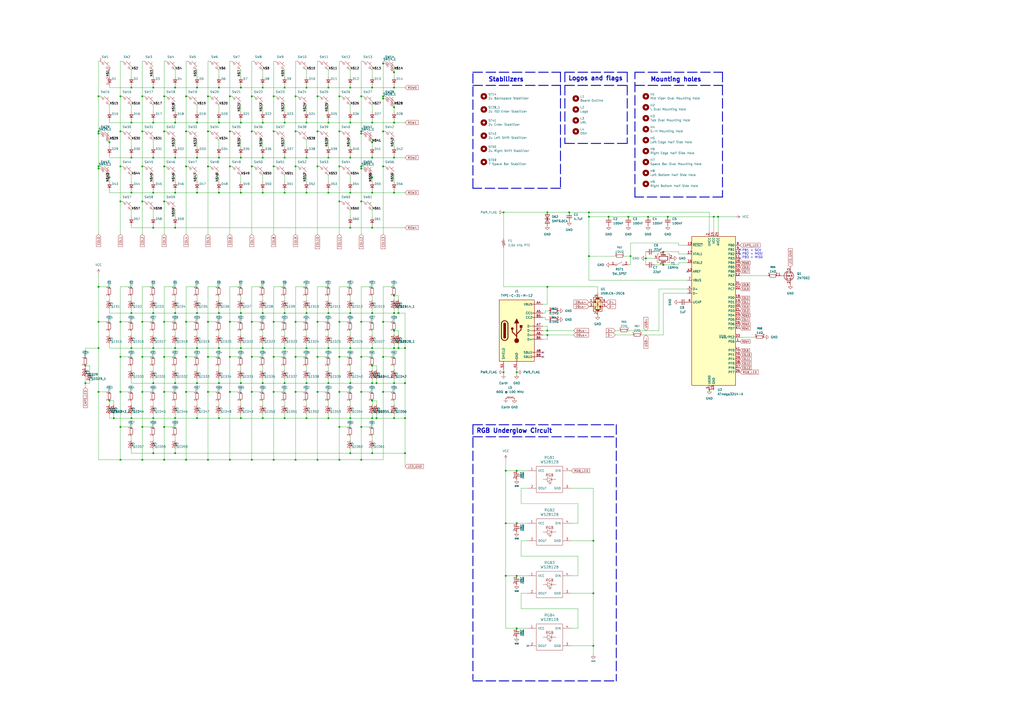
<source format=kicad_sch>
(kicad_sch (version 20250114) (generator "eeschema") (generator_version "9.0")
  (paper "A2")
  (lib_symbols
    (symbol "C_Small_1" (pin_numbers (hide yes)) (pin_names (offset 0.254) (hide yes))
      (property "Reference" "C" (at 0.254 1.778 0))
      (property "Value" "C_Small" (at 0.254 -2.032 0))
      (symbol "C_Small_1_1_1"
        (pin passive line (at 0 2.54 270) (length 2.032) (name "~") (number "1"))
        (pin passive line (at 0 -2.54 90) (length 2.032) (name "~") (number "2"))
      )
    )
    (symbol "C_Small_2" (pin_numbers (hide yes)) (pin_names (offset 0.254) (hide yes))
      (property "Reference" "C" (at 0.254 1.778 0))
      (property "Value" "C_Small" (at 0.254 -2.032 0))
      (symbol "C_Small_2_1_1"
        (pin passive line (at 0 2.54 270) (length 2.032) (name "~") (number "1"))
        (pin passive line (at 0 -2.54 90) (length 2.032) (name "~") (number "2"))
      )
    )
    (symbol "C_Small_3" (pin_numbers (hide yes)) (pin_names (offset 0.254) (hide yes))
      (property "Reference" "C" (at 0.254 1.778 0))
      (property "Value" "C_Small" (at 0.254 -2.032 0))
      (symbol "C_Small_3_1_1"
        (pin passive line (at 0 2.54 270) (length 2.032) (name "~") (number "1"))
        (pin passive line (at 0 -2.54 90) (length 2.032) (name "~") (number "2"))
      )
    )
    (symbol "C_Small_4" (pin_numbers (hide yes)) (pin_names (offset 0.254) (hide yes))
      (property "Reference" "C" (at 0.254 1.778 0))
      (property "Value" "C_Small" (at 0.254 -2.032 0))
      (symbol "C_Small_4_1_1"
        (pin passive line (at 0 2.54 270) (length 2.032) (name "~") (number "1"))
        (pin passive line (at 0 -2.54 90) (length 2.032) (name "~") (number "2"))
      )
    )
    (symbol "C_Small_5" (pin_numbers (hide yes)) (pin_names (offset 0.254) (hide yes))
      (property "Reference" "C" (at 0.254 1.778 0))
      (property "Value" "C_Small" (at 0.254 -2.032 0))
      (symbol "C_Small_5_1_1"
        (pin passive line (at 0 2.54 270) (length 2.032) (name "~") (number "1"))
        (pin passive line (at 0 -2.54 90) (length 2.032) (name "~") (number "2"))
      )
    )
    (symbol "C_Small_6" (pin_numbers (hide yes)) (pin_names (offset 0.254) (hide yes))
      (property "Reference" "C" (at 0.254 1.778 0))
      (property "Value" "C_Small" (at 0.254 -2.032 0))
      (symbol "C_Small_6_1_1"
        (pin passive line (at 0 2.54 270) (length 2.032) (name "~") (number "1"))
        (pin passive line (at 0 -2.54 90) (length 2.032) (name "~") (number "2"))
      )
    )
    (symbol "C_Small_7" (pin_numbers (hide yes)) (pin_names (offset 0.254) (hide yes))
      (property "Reference" "C" (at 0.254 1.778 0))
      (property "Value" "C_Small" (at 0.254 -2.032 0))
      (symbol "C_Small_7_1_1"
        (pin passive line (at 0 2.54 270) (length 2.032) (name "~") (number "1"))
        (pin passive line (at 0 -2.54 90) (length 2.032) (name "~") (number "2"))
      )
    )
    (symbol "Connector:USB_C_Receptacle_USB2.0_16P" (pin_names (offset 1.016))
      (property "Reference" "J" (at 0 22.225 0))
      (property "Value" "USB_C_Receptacle_USB2.0_16P" (at 0 19.685 0))
      (symbol "USB_C_Receptacle_USB2.0_16P_1_1"
        (pin passive line (at -7.62 -22.86 90) (length 5.08) (name "SHIELD") (number "S1"))
        (pin passive line (at 0 -22.86 90) (length 5.08) (name "GND") (number "A1"))
        (pin passive line (at 0 -22.86 90) (length 5.08) (hide yes) (name "GND") (number "A12"))
        (pin passive line (at 0 -22.86 90) (length 5.08) (hide yes) (name "GND") (number "B1"))
        (pin passive line (at 0 -22.86 90) (length 5.08) (hide yes) (name "GND") (number "B12"))
        (pin passive line (at 15.24 15.24 180) (length 5.08) (name "VBUS") (number "A4"))
        (pin passive line (at 15.24 15.24 180) (length 5.08) (hide yes) (name "VBUS") (number "A9"))
        (pin passive line (at 15.24 15.24 180) (length 5.08) (hide yes) (name "VBUS") (number "B4"))
        (pin passive line (at 15.24 15.24 180) (length 5.08) (hide yes) (name "VBUS") (number "B9"))
        (pin bidirectional line (at 15.24 10.16 180) (length 5.08) (name "CC1") (number "A5"))
        (pin bidirectional line (at 15.24 7.62 180) (length 5.08) (name "CC2") (number "B5"))
        (pin bidirectional line (at 15.24 2.54 180) (length 5.08) (name "D-") (number "A7"))
        (pin bidirectional line (at 15.24 0 180) (length 5.08) (name "D-") (number "B7"))
        (pin bidirectional line (at 15.24 -2.54 180) (length 5.08) (name "D+") (number "A6"))
        (pin bidirectional line (at 15.24 -5.08 180) (length 5.08) (name "D+") (number "B6"))
        (pin bidirectional line (at 15.24 -12.7 180) (length 5.08) (name "SBU1") (number "A8"))
        (pin bidirectional line (at 15.24 -15.24 180) (length 5.08) (name "SBU2") (number "B8"))
      )
    )
    (symbol "D_Small_1" (pin_names (offset 0.254) (hide yes))
      (property "Reference" "D" (at -1.27 2.032 0))
      (property "Value" "D_Small" (at -3.81 -2.032 0))
      (symbol "D_Small_1_1_1"
        (pin passive line (at -2.54 0 0) (length 1.778) (name "K") (number "1"))
        (pin passive line (at 2.54 0 180) (length 1.778) (name "A") (number "2"))
      )
    )
    (symbol "Device:C_Small" (pin_names (offset 0.254) (hide yes))
      (property "Reference" "C" (at 0.254 1.778 0))
      (property "Value" "C_Small" (at 0.254 -2.032 0))
      (symbol "C_Small_1_1"
        (pin passive line (at 0 2.54 270) (length 2.032) (name "~") (number "1"))
        (pin passive line (at 0 -2.54 90) (length 2.032) (name "~") (number "2"))
      )
    )
    (symbol "Device:Crystal_GND24" (pin_names (offset 1.016) (hide yes))
      (property "Reference" "Y" (at 3.175 5.08 0))
      (property "Value" "Crystal_GND24" (at 3.175 3.175 0))
      (symbol "Crystal_GND24_1_1"
        (pin passive line (at -3.81 0 0) (length 1.27) (name "1") (number "1"))
        (pin passive line (at 0 5.08 270) (length 1.27) (name "2") (number "2"))
        (pin passive line (at 0 -5.08 90) (length 1.27) (name "4") (number "4"))
        (pin passive line (at 3.81 0 180) (length 1.27) (name "3") (number "3"))
      )
    )
    (symbol "Device:D_Small" (pin_numbers (hide yes)) (pin_names (offset 0.254) (hide yes))
      (property "Reference" "D" (at -1.27 2.032 0))
      (property "Value" "D_Small" (at -3.81 -2.032 0))
      (symbol "D_Small_1_1"
        (pin passive line (at -2.54 0 0) (length 1.778) (name "K") (number "1"))
        (pin passive line (at 2.54 0 180) (length 1.778) (name "A") (number "2"))
      )
    )
    (symbol "Device:D_TVS" (pin_numbers (hide yes)) (pin_names (offset 1.016) (hide yes))
      (property "Reference" "D" (at 0 2.54 0))
      (property "Value" "D_TVS" (at 0 -2.54 0))
      (symbol "D_TVS_1_1"
        (pin passive line (at -3.81 0 0) (length 2.54) (name "A1") (number "1"))
        (pin passive line (at 3.81 0 180) (length 2.54) (name "A2") (number "2"))
      )
    )
    (symbol "Device:LED_Small" (pin_names (offset 0.254) (hide yes))
      (property "Reference" "D" (at -1.27 3.175 0))
      (property "Value" "LED_Small" (at -4.445 -2.54 0))
      (symbol "LED_Small_1_1"
        (pin passive line (at -2.54 0 0) (length 1.778) (name "K") (number "1"))
        (pin passive line (at 2.54 0 180) (length 1.778) (name "A") (number "2"))
      )
    )
    (symbol "Device:L_Ferrite_Small" (pin_numbers (hide yes)) (pin_names (offset 0.254) (hide yes))
      (property "Reference" "L" (at 1.27 1.016 0))
      (property "Value" "L_Ferrite_Small" (at 1.27 -1.27 0))
      (symbol "L_Ferrite_Small_1_1"
        (pin passive line (at 0 2.54 270) (length 0.508) (name "~") (number "1"))
        (pin passive line (at 0 -2.54 90) (length 0.508) (name "~") (number "2"))
      )
    )
    (symbol "Device:Polyfuse_Small" (pin_numbers (hide yes)) (pin_names (offset 0))
      (property "Reference" "F" (at -1.905 0 90))
      (property "Value" "Polyfuse_Small" (at 1.905 0 90))
      (symbol "Polyfuse_Small_1_1"
        (pin passive line (at 0 2.54 270) (length 0.635) (name "~") (number "1"))
        (pin passive line (at 0 -2.54 90) (length 0.635) (name "~") (number "2"))
      )
    )
    (symbol "Device:R_Small" (pin_names (offset 0.254) (hide yes))
      (property "Reference" "R" (at 0 0 90))
      (property "Value" "R_Small" (at 1.778 0 90))
      (symbol "R_Small_1_1"
        (pin passive line (at 0 2.54 270) (length 0.762) (name "~") (number "1"))
        (pin passive line (at 0 -2.54 90) (length 0.762) (name "~") (number "2"))
      )
    )
    (symbol "GND_1" (power) (pin_numbers (hide yes)) (pin_names (offset 0) (hide yes))
      (property "Value" "GND" (at 0 -3.81 0))
      (symbol "GND_1_1_1"
        (pin power_in line (at 0 0 270) (length 0) (name "~") (number "1"))
      )
    )
    (symbol "GND_3" (power) (pin_numbers (hide yes)) (pin_names (offset 0) (hide yes))
      (property "Value" "GND" (at 0 -3.81 0))
      (symbol "GND_3_1_1"
        (pin power_in line (at 0 0 270) (length 0) (name "~") (number "1"))
      )
    )
    (symbol "GND_9" (power) (pin_numbers (hide yes)) (pin_names (offset 0) (hide yes))
      (property "Value" "GND" (at 0 -3.81 0))
      (symbol "GND_9_1_1"
        (pin power_in line (at 0 0 270) (length 0) (name "~") (number "1"))
      )
    )
    (symbol "LED_Small_1" (pin_names (offset 0.254) (hide yes))
      (property "Reference" "D" (at -1.27 3.175 0))
      (property "Value" "LED_Small" (at -4.445 -2.54 0))
      (symbol "LED_Small_1_1_1"
        (pin passive line (at -2.54 0 0) (length 1.778) (name "K") (number "1"))
        (pin passive line (at 2.54 0 180) (length 1.778) (name "A") (number "2"))
      )
    )
    (symbol "LED_Small_10" (pin_names (offset 0.254) (hide yes))
      (property "Reference" "D" (at -1.27 3.175 0))
      (property "Value" "LED_Small" (at -4.445 -2.54 0))
      (symbol "LED_Small_10_1_1"
        (pin passive line (at -2.54 0 0) (length 1.778) (name "K") (number "1"))
        (pin passive line (at 2.54 0 180) (length 1.778) (name "A") (number "2"))
      )
    )
    (symbol "LED_Small_11" (pin_names (offset 0.254) (hide yes))
      (property "Reference" "D" (at -1.27 3.175 0))
      (property "Value" "LED_Small" (at -4.445 -2.54 0))
      (symbol "LED_Small_11_1_1"
        (pin passive line (at -2.54 0 0) (length 1.778) (name "K") (number "1"))
        (pin passive line (at 2.54 0 180) (length 1.778) (name "A") (number "2"))
      )
    )
    (symbol "LED_Small_12" (pin_names (offset 0.254) (hide yes))
      (property "Reference" "D" (at -1.27 3.175 0))
      (property "Value" "LED_Small" (at -4.445 -2.54 0))
      (symbol "LED_Small_12_1_1"
        (pin passive line (at -2.54 0 0) (length 1.778) (name "K") (number "1"))
        (pin passive line (at 2.54 0 180) (length 1.778) (name "A") (number "2"))
      )
    )
    (symbol "LED_Small_13" (pin_names (offset 0.254) (hide yes))
      (property "Reference" "D" (at -1.27 3.175 0))
      (property "Value" "LED_Small" (at -4.445 -2.54 0))
      (symbol "LED_Small_13_1_1"
        (pin passive line (at -2.54 0 0) (length 1.778) (name "K") (number "1"))
        (pin passive line (at 2.54 0 180) (length 1.778) (name "A") (number "2"))
      )
    )
    (symbol "LED_Small_14" (pin_names (offset 0.254) (hide yes))
      (property "Reference" "D" (at -1.27 3.175 0))
      (property "Value" "LED_Small" (at -4.445 -2.54 0))
      (symbol "LED_Small_14_1_1"
        (pin passive line (at -2.54 0 0) (length 1.778) (name "K") (number "1"))
        (pin passive line (at 2.54 0 180) (length 1.778) (name "A") (number "2"))
      )
    )
    (symbol "LED_Small_15" (pin_names (offset 0.254) (hide yes))
      (property "Reference" "D" (at -1.27 3.175 0))
      (property "Value" "LED_Small" (at -4.445 -2.54 0))
      (symbol "LED_Small_15_1_1"
        (pin passive line (at -2.54 0 0) (length 1.778) (name "K") (number "1"))
        (pin passive line (at 2.54 0 180) (length 1.778) (name "A") (number "2"))
      )
    )
    (symbol "LED_Small_16" (pin_names (offset 0.254) (hide yes))
      (property "Reference" "D" (at -1.27 3.175 0))
      (property "Value" "LED_Small" (at -4.445 -2.54 0))
      (symbol "LED_Small_16_1_1"
        (pin passive line (at -2.54 0 0) (length 1.778) (name "K") (number "1"))
        (pin passive line (at 2.54 0 180) (length 1.778) (name "A") (number "2"))
      )
    )
    (symbol "LED_Small_17" (pin_names (offset 0.254) (hide yes))
      (property "Reference" "D" (at -1.27 3.175 0))
      (property "Value" "LED_Small" (at -4.445 -2.54 0))
      (symbol "LED_Small_17_1_1"
        (pin passive line (at -2.54 0 0) (length 1.778) (name "K") (number "1"))
        (pin passive line (at 2.54 0 180) (length 1.778) (name "A") (number "2"))
      )
    )
    (symbol "LED_Small_18" (pin_names (offset 0.254) (hide yes))
      (property "Reference" "D" (at -1.27 3.175 0))
      (property "Value" "LED_Small" (at -4.445 -2.54 0))
      (symbol "LED_Small_18_1_1"
        (pin passive line (at -2.54 0 0) (length 1.778) (name "K") (number "1"))
        (pin passive line (at 2.54 0 180) (length 1.778) (name "A") (number "2"))
      )
    )
    (symbol "LED_Small_19" (pin_names (offset 0.254) (hide yes))
      (property "Reference" "D" (at -1.27 3.175 0))
      (property "Value" "LED_Small" (at -4.445 -2.54 0))
      (symbol "LED_Small_19_1_1"
        (pin passive line (at -2.54 0 0) (length 1.778) (name "K") (number "1"))
        (pin passive line (at 2.54 0 180) (length 1.778) (name "A") (number "2"))
      )
    )
    (symbol "LED_Small_2" (pin_names (offset 0.254) (hide yes))
      (property "Reference" "D" (at -1.27 3.175 0))
      (property "Value" "LED_Small" (at -4.445 -2.54 0))
      (symbol "LED_Small_2_1_1"
        (pin passive line (at -2.54 0 0) (length 1.778) (name "K") (number "1"))
        (pin passive line (at 2.54 0 180) (length 1.778) (name "A") (number "2"))
      )
    )
    (symbol "LED_Small_20" (pin_names (offset 0.254) (hide yes))
      (property "Reference" "D" (at -1.27 3.175 0))
      (property "Value" "LED_Small" (at -4.445 -2.54 0))
      (symbol "LED_Small_20_1_1"
        (pin passive line (at -2.54 0 0) (length 1.778) (name "K") (number "1"))
        (pin passive line (at 2.54 0 180) (length 1.778) (name "A") (number "2"))
      )
    )
    (symbol "LED_Small_21" (pin_names (offset 0.254) (hide yes))
      (property "Reference" "D" (at -1.27 3.175 0))
      (property "Value" "LED_Small" (at -4.445 -2.54 0))
      (symbol "LED_Small_21_1_1"
        (pin passive line (at -2.54 0 0) (length 1.778) (name "K") (number "1"))
        (pin passive line (at 2.54 0 180) (length 1.778) (name "A") (number "2"))
      )
    )
    (symbol "LED_Small_22" (pin_names (offset 0.254) (hide yes))
      (property "Reference" "D" (at -1.27 3.175 0))
      (property "Value" "LED_Small" (at -4.445 -2.54 0))
      (symbol "LED_Small_22_1_1"
        (pin passive line (at -2.54 0 0) (length 1.778) (name "K") (number "1"))
        (pin passive line (at 2.54 0 180) (length 1.778) (name "A") (number "2"))
      )
    )
    (symbol "LED_Small_23" (pin_names (offset 0.254) (hide yes))
      (property "Reference" "D" (at -1.27 3.175 0))
      (property "Value" "LED_Small" (at -4.445 -2.54 0))
      (symbol "LED_Small_23_1_1"
        (pin passive line (at -2.54 0 0) (length 1.778) (name "K") (number "1"))
        (pin passive line (at 2.54 0 180) (length 1.778) (name "A") (number "2"))
      )
    )
    (symbol "LED_Small_24" (pin_names (offset 0.254) (hide yes))
      (property "Reference" "D" (at -1.27 3.175 0))
      (property "Value" "LED_Small" (at -4.445 -2.54 0))
      (symbol "LED_Small_24_1_1"
        (pin passive line (at -2.54 0 0) (length 1.778) (name "K") (number "1"))
        (pin passive line (at 2.54 0 180) (length 1.778) (name "A") (number "2"))
      )
    )
    (symbol "LED_Small_25" (pin_names (offset 0.254) (hide yes))
      (property "Reference" "D" (at -1.27 3.175 0))
      (property "Value" "LED_Small" (at -4.445 -2.54 0))
      (symbol "LED_Small_25_1_1"
        (pin passive line (at -2.54 0 0) (length 1.778) (name "K") (number "1"))
        (pin passive line (at 2.54 0 180) (length 1.778) (name "A") (number "2"))
      )
    )
    (symbol "LED_Small_26" (pin_names (offset 0.254) (hide yes))
      (property "Reference" "D" (at -1.27 3.175 0))
      (property "Value" "LED_Small" (at -4.445 -2.54 0))
      (symbol "LED_Small_26_1_1"
        (pin passive line (at -2.54 0 0) (length 1.778) (name "K") (number "1"))
        (pin passive line (at 2.54 0 180) (length 1.778) (name "A") (number "2"))
      )
    )
    (symbol "LED_Small_27" (pin_names (offset 0.254) (hide yes))
      (property "Reference" "D" (at -1.27 3.175 0))
      (property "Value" "LED_Small" (at -4.445 -2.54 0))
      (symbol "LED_Small_27_1_1"
        (pin passive line (at -2.54 0 0) (length 1.778) (name "K") (number "1"))
        (pin passive line (at 2.54 0 180) (length 1.778) (name "A") (number "2"))
      )
    )
    (symbol "LED_Small_28" (pin_names (offset 0.254) (hide yes))
      (property "Reference" "D" (at -1.27 3.175 0))
      (property "Value" "LED_Small" (at -4.445 -2.54 0))
      (symbol "LED_Small_28_1_1"
        (pin passive line (at -2.54 0 0) (length 1.778) (name "K") (number "1"))
        (pin passive line (at 2.54 0 180) (length 1.778) (name "A") (number "2"))
      )
    )
    (symbol "LED_Small_29" (pin_names (offset 0.254) (hide yes))
      (property "Reference" "D" (at -1.27 3.175 0))
      (property "Value" "LED_Small" (at -4.445 -2.54 0))
      (symbol "LED_Small_29_1_1"
        (pin passive line (at -2.54 0 0) (length 1.778) (name "K") (number "1"))
        (pin passive line (at 2.54 0 180) (length 1.778) (name "A") (number "2"))
      )
    )
    (symbol "LED_Small_3" (pin_names (offset 0.254) (hide yes))
      (property "Reference" "D" (at -1.27 3.175 0))
      (property "Value" "LED_Small" (at -4.445 -2.54 0))
      (symbol "LED_Small_3_1_1"
        (pin passive line (at -2.54 0 0) (length 1.778) (name "K") (number "1"))
        (pin passive line (at 2.54 0 180) (length 1.778) (name "A") (number "2"))
      )
    )
    (symbol "LED_Small_30" (pin_names (offset 0.254) (hide yes))
      (property "Reference" "D" (at -1.27 3.175 0))
      (property "Value" "LED_Small" (at -4.445 -2.54 0))
      (symbol "LED_Small_30_1_1"
        (pin passive line (at -2.54 0 0) (length 1.778) (name "K") (number "1"))
        (pin passive line (at 2.54 0 180) (length 1.778) (name "A") (number "2"))
      )
    )
    (symbol "LED_Small_31" (pin_names (offset 0.254) (hide yes))
      (property "Reference" "D" (at -1.27 3.175 0))
      (property "Value" "LED_Small" (at -4.445 -2.54 0))
      (symbol "LED_Small_31_1_1"
        (pin passive line (at -2.54 0 0) (length 1.778) (name "K") (number "1"))
        (pin passive line (at 2.54 0 180) (length 1.778) (name "A") (number "2"))
      )
    )
    (symbol "LED_Small_32" (pin_names (offset 0.254) (hide yes))
      (property "Reference" "D" (at -1.27 3.175 0))
      (property "Value" "LED_Small" (at -4.445 -2.54 0))
      (symbol "LED_Small_32_1_1"
        (pin passive line (at -2.54 0 0) (length 1.778) (name "K") (number "1"))
        (pin passive line (at 2.54 0 180) (length 1.778) (name "A") (number "2"))
      )
    )
    (symbol "LED_Small_33" (pin_names (offset 0.254) (hide yes))
      (property "Reference" "D" (at -1.27 3.175 0))
      (property "Value" "LED_Small" (at -4.445 -2.54 0))
      (symbol "LED_Small_33_1_1"
        (pin passive line (at -2.54 0 0) (length 1.778) (name "K") (number "1"))
        (pin passive line (at 2.54 0 180) (length 1.778) (name "A") (number "2"))
      )
    )
    (symbol "LED_Small_34" (pin_names (offset 0.254) (hide yes))
      (property "Reference" "D" (at -1.27 3.175 0))
      (property "Value" "LED_Small" (at -4.445 -2.54 0))
      (symbol "LED_Small_34_1_1"
        (pin passive line (at -2.54 0 0) (length 1.778) (name "K") (number "1"))
        (pin passive line (at 2.54 0 180) (length 1.778) (name "A") (number "2"))
      )
    )
    (symbol "LED_Small_35" (pin_names (offset 0.254) (hide yes))
      (property "Reference" "D" (at -1.27 3.175 0))
      (property "Value" "LED_Small" (at -4.445 -2.54 0))
      (symbol "LED_Small_35_1_1"
        (pin passive line (at -2.54 0 0) (length 1.778) (name "K") (number "1"))
        (pin passive line (at 2.54 0 180) (length 1.778) (name "A") (number "2"))
      )
    )
    (symbol "LED_Small_36" (pin_names (offset 0.254) (hide yes))
      (property "Reference" "D" (at -1.27 3.175 0))
      (property "Value" "LED_Small" (at -4.445 -2.54 0))
      (symbol "LED_Small_36_1_1"
        (pin passive line (at -2.54 0 0) (length 1.778) (name "K") (number "1"))
        (pin passive line (at 2.54 0 180) (length 1.778) (name "A") (number "2"))
      )
    )
    (symbol "LED_Small_37" (pin_names (offset 0.254) (hide yes))
      (property "Reference" "D" (at -1.27 3.175 0))
      (property "Value" "LED_Small" (at -4.445 -2.54 0))
      (symbol "LED_Small_37_1_1"
        (pin passive line (at -2.54 0 0) (length 1.778) (name "K") (number "1"))
        (pin passive line (at 2.54 0 180) (length 1.778) (name "A") (number "2"))
      )
    )
    (symbol "LED_Small_38" (pin_names (offset 0.254) (hide yes))
      (property "Reference" "D" (at -1.27 3.175 0))
      (property "Value" "LED_Small" (at -4.445 -2.54 0))
      (symbol "LED_Small_38_1_1"
        (pin passive line (at -2.54 0 0) (length 1.778) (name "K") (number "1"))
        (pin passive line (at 2.54 0 180) (length 1.778) (name "A") (number "2"))
      )
    )
    (symbol "LED_Small_39" (pin_names (offset 0.254) (hide yes))
      (property "Reference" "D" (at -1.27 3.175 0))
      (property "Value" "LED_Small" (at -4.445 -2.54 0))
      (symbol "LED_Small_39_1_1"
        (pin passive line (at -2.54 0 0) (length 1.778) (name "K") (number "1"))
        (pin passive line (at 2.54 0 180) (length 1.778) (name "A") (number "2"))
      )
    )
    (symbol "LED_Small_4" (pin_names (offset 0.254) (hide yes))
      (property "Reference" "D" (at -1.27 3.175 0))
      (property "Value" "LED_Small" (at -4.445 -2.54 0))
      (symbol "LED_Small_4_1_1"
        (pin passive line (at -2.54 0 0) (length 1.778) (name "K") (number "1"))
        (pin passive line (at 2.54 0 180) (length 1.778) (name "A") (number "2"))
      )
    )
    (symbol "LED_Small_40" (pin_names (offset 0.254) (hide yes))
      (property "Reference" "D" (at -1.27 3.175 0))
      (property "Value" "LED_Small" (at -4.445 -2.54 0))
      (symbol "LED_Small_40_1_1"
        (pin passive line (at -2.54 0 0) (length 1.778) (name "K") (number "1"))
        (pin passive line (at 2.54 0 180) (length 1.778) (name "A") (number "2"))
      )
    )
    (symbol "LED_Small_41" (pin_names (offset 0.254) (hide yes))
      (property "Reference" "D" (at -1.27 3.175 0))
      (property "Value" "LED_Small" (at -4.445 -2.54 0))
      (symbol "LED_Small_41_1_1"
        (pin passive line (at -2.54 0 0) (length 1.778) (name "K") (number "1"))
        (pin passive line (at 2.54 0 180) (length 1.778) (name "A") (number "2"))
      )
    )
    (symbol "LED_Small_42" (pin_names (offset 0.254) (hide yes))
      (property "Reference" "D" (at -1.27 3.175 0))
      (property "Value" "LED_Small" (at -4.445 -2.54 0))
      (symbol "LED_Small_42_1_1"
        (pin passive line (at -2.54 0 0) (length 1.778) (name "K") (number "1"))
        (pin passive line (at 2.54 0 180) (length 1.778) (name "A") (number "2"))
      )
    )
    (symbol "LED_Small_43" (pin_names (offset 0.254) (hide yes))
      (property "Reference" "D" (at -1.27 3.175 0))
      (property "Value" "LED_Small" (at -4.445 -2.54 0))
      (symbol "LED_Small_43_1_1"
        (pin passive line (at -2.54 0 0) (length 1.778) (name "K") (number "1"))
        (pin passive line (at 2.54 0 180) (length 1.778) (name "A") (number "2"))
      )
    )
    (symbol "LED_Small_44" (pin_names (offset 0.254) (hide yes))
      (property "Reference" "D" (at -1.27 3.175 0))
      (property "Value" "LED_Small" (at -4.445 -2.54 0))
      (symbol "LED_Small_44_1_1"
        (pin passive line (at -2.54 0 0) (length 1.778) (name "K") (number "1"))
        (pin passive line (at 2.54 0 180) (length 1.778) (name "A") (number "2"))
      )
    )
    (symbol "LED_Small_45" (pin_names (offset 0.254) (hide yes))
      (property "Reference" "D" (at -1.27 3.175 0))
      (property "Value" "LED_Small" (at -4.445 -2.54 0))
      (symbol "LED_Small_45_1_1"
        (pin passive line (at -2.54 0 0) (length 1.778) (name "K") (number "1"))
        (pin passive line (at 2.54 0 180) (length 1.778) (name "A") (number "2"))
      )
    )
    (symbol "LED_Small_46" (pin_names (offset 0.254) (hide yes))
      (property "Reference" "D" (at -1.27 3.175 0))
      (property "Value" "LED_Small" (at -4.445 -2.54 0))
      (symbol "LED_Small_46_1_1"
        (pin passive line (at -2.54 0 0) (length 1.778) (name "K") (number "1"))
        (pin passive line (at 2.54 0 180) (length 1.778) (name "A") (number "2"))
      )
    )
    (symbol "LED_Small_47" (pin_names (offset 0.254) (hide yes))
      (property "Reference" "D" (at -1.27 3.175 0))
      (property "Value" "LED_Small" (at -4.445 -2.54 0))
      (symbol "LED_Small_47_1_1"
        (pin passive line (at -2.54 0 0) (length 1.778) (name "K") (number "1"))
        (pin passive line (at 2.54 0 180) (length 1.778) (name "A") (number "2"))
      )
    )
    (symbol "LED_Small_48" (pin_names (offset 0.254) (hide yes))
      (property "Reference" "D" (at -1.27 3.175 0))
      (property "Value" "LED_Small" (at -4.445 -2.54 0))
      (symbol "LED_Small_48_1_1"
        (pin passive line (at -2.54 0 0) (length 1.778) (name "K") (number "1"))
        (pin passive line (at 2.54 0 180) (length 1.778) (name "A") (number "2"))
      )
    )
    (symbol "LED_Small_49" (pin_names (offset 0.254) (hide yes))
      (property "Reference" "D" (at -1.27 3.175 0))
      (property "Value" "LED_Small" (at -4.445 -2.54 0))
      (symbol "LED_Small_49_1_1"
        (pin passive line (at -2.54 0 0) (length 1.778) (name "K") (number "1"))
        (pin passive line (at 2.54 0 180) (length 1.778) (name "A") (number "2"))
      )
    )
    (symbol "LED_Small_5" (pin_names (offset 0.254) (hide yes))
      (property "Reference" "D" (at -1.27 3.175 0))
      (property "Value" "LED_Small" (at -4.445 -2.54 0))
      (symbol "LED_Small_5_1_1"
        (pin passive line (at -2.54 0 0) (length 1.778) (name "K") (number "1"))
        (pin passive line (at 2.54 0 180) (length 1.778) (name "A") (number "2"))
      )
    )
    (symbol "LED_Small_50" (pin_names (offset 0.254) (hide yes))
      (property "Reference" "D" (at -1.27 3.175 0))
      (property "Value" "LED_Small" (at -4.445 -2.54 0))
      (symbol "LED_Small_50_1_1"
        (pin passive line (at -2.54 0 0) (length 1.778) (name "K") (number "1"))
        (pin passive line (at 2.54 0 180) (length 1.778) (name "A") (number "2"))
      )
    )
    (symbol "LED_Small_51" (pin_names (offset 0.254) (hide yes))
      (property "Reference" "D" (at -1.27 3.175 0))
      (property "Value" "LED_Small" (at -4.445 -2.54 0))
      (symbol "LED_Small_51_1_1"
        (pin passive line (at -2.54 0 0) (length 1.778) (name "K") (number "1"))
        (pin passive line (at 2.54 0 180) (length 1.778) (name "A") (number "2"))
      )
    )
    (symbol "LED_Small_52" (pin_names (offset 0.254) (hide yes))
      (property "Reference" "D" (at -1.27 3.175 0))
      (property "Value" "LED_Small" (at -4.445 -2.54 0))
      (symbol "LED_Small_52_1_1"
        (pin passive line (at -2.54 0 0) (length 1.778) (name "K") (number "1"))
        (pin passive line (at 2.54 0 180) (length 1.778) (name "A") (number "2"))
      )
    )
    (symbol "LED_Small_53" (pin_names (offset 0.254) (hide yes))
      (property "Reference" "D" (at -1.27 3.175 0))
      (property "Value" "LED_Small" (at -4.445 -2.54 0))
      (symbol "LED_Small_53_1_1"
        (pin passive line (at -2.54 0 0) (length 1.778) (name "K") (number "1"))
        (pin passive line (at 2.54 0 180) (length 1.778) (name "A") (number "2"))
      )
    )
    (symbol "LED_Small_54" (pin_names (offset 0.254) (hide yes))
      (property "Reference" "D" (at -1.27 3.175 0))
      (property "Value" "LED_Small" (at -4.445 -2.54 0))
      (symbol "LED_Small_54_1_1"
        (pin passive line (at -2.54 0 0) (length 1.778) (name "K") (number "1"))
        (pin passive line (at 2.54 0 180) (length 1.778) (name "A") (number "2"))
      )
    )
    (symbol "LED_Small_55" (pin_names (offset 0.254) (hide yes))
      (property "Reference" "D" (at -1.27 3.175 0))
      (property "Value" "LED_Small" (at -4.445 -2.54 0))
      (symbol "LED_Small_55_1_1"
        (pin passive line (at -2.54 0 0) (length 1.778) (name "K") (number "1"))
        (pin passive line (at 2.54 0 180) (length 1.778) (name "A") (number "2"))
      )
    )
    (symbol "LED_Small_56" (pin_names (offset 0.254) (hide yes))
      (property "Reference" "D" (at -1.27 3.175 0))
      (property "Value" "LED_Small" (at -4.445 -2.54 0))
      (symbol "LED_Small_56_1_1"
        (pin passive line (at -2.54 0 0) (length 1.778) (name "K") (number "1"))
        (pin passive line (at 2.54 0 180) (length 1.778) (name "A") (number "2"))
      )
    )
    (symbol "LED_Small_57" (pin_names (offset 0.254) (hide yes))
      (property "Reference" "D" (at -1.27 3.175 0))
      (property "Value" "LED_Small" (at -4.445 -2.54 0))
      (symbol "LED_Small_57_1_1"
        (pin passive line (at -2.54 0 0) (length 1.778) (name "K") (number "1"))
        (pin passive line (at 2.54 0 180) (length 1.778) (name "A") (number "2"))
      )
    )
    (symbol "LED_Small_58" (pin_names (offset 0.254) (hide yes))
      (property "Reference" "D" (at -1.27 3.175 0))
      (property "Value" "LED_Small" (at -4.445 -2.54 0))
      (symbol "LED_Small_58_1_1"
        (pin passive line (at -2.54 0 0) (length 1.778) (name "K") (number "1"))
        (pin passive line (at 2.54 0 180) (length 1.778) (name "A") (number "2"))
      )
    )
    (symbol "LED_Small_59" (pin_names (offset 0.254) (hide yes))
      (property "Reference" "D" (at -1.27 3.175 0))
      (property "Value" "LED_Small" (at -4.445 -2.54 0))
      (symbol "LED_Small_59_1_1"
        (pin passive line (at -2.54 0 0) (length 1.778) (name "K") (number "1"))
        (pin passive line (at 2.54 0 180) (length 1.778) (name "A") (number "2"))
      )
    )
    (symbol "LED_Small_6" (pin_names (offset 0.254) (hide yes))
      (property "Reference" "D" (at -1.27 3.175 0))
      (property "Value" "LED_Small" (at -4.445 -2.54 0))
      (symbol "LED_Small_6_1_1"
        (pin passive line (at -2.54 0 0) (length 1.778) (name "K") (number "1"))
        (pin passive line (at 2.54 0 180) (length 1.778) (name "A") (number "2"))
      )
    )
    (symbol "LED_Small_60" (pin_names (offset 0.254) (hide yes))
      (property "Reference" "D" (at -1.27 3.175 0))
      (property "Value" "LED_Small" (at -4.445 -2.54 0))
      (symbol "LED_Small_60_1_1"
        (pin passive line (at -2.54 0 0) (length 1.778) (name "K") (number "1"))
        (pin passive line (at 2.54 0 180) (length 1.778) (name "A") (number "2"))
      )
    )
    (symbol "LED_Small_7" (pin_names (offset 0.254) (hide yes))
      (property "Reference" "D" (at -1.27 3.175 0))
      (property "Value" "LED_Small" (at -4.445 -2.54 0))
      (symbol "LED_Small_7_1_1"
        (pin passive line (at -2.54 0 0) (length 1.778) (name "K") (number "1"))
        (pin passive line (at 2.54 0 180) (length 1.778) (name "A") (number "2"))
      )
    )
    (symbol "LED_Small_8" (pin_names (offset 0.254) (hide yes))
      (property "Reference" "D" (at -1.27 3.175 0))
      (property "Value" "LED_Small" (at -4.445 -2.54 0))
      (symbol "LED_Small_8_1_1"
        (pin passive line (at -2.54 0 0) (length 1.778) (name "K") (number "1"))
        (pin passive line (at 2.54 0 180) (length 1.778) (name "A") (number "2"))
      )
    )
    (symbol "LED_Small_9" (pin_names (offset 0.254) (hide yes))
      (property "Reference" "D" (at -1.27 3.175 0))
      (property "Value" "LED_Small" (at -4.445 -2.54 0))
      (symbol "LED_Small_9_1_1"
        (pin passive line (at -2.54 0 0) (length 1.778) (name "K") (number "1"))
        (pin passive line (at 2.54 0 180) (length 1.778) (name "A") (number "2"))
      )
    )
    (symbol "MCU_Microchip_ATmega:ATmega32U4-A"
      (property "Reference" "U" (at -12.7 44.45 0))
      (property "Value" "ATmega32U4-A" (at 2.54 -44.45 0))
      (symbol "ATmega32U4-A_1_1"
        (pin input line (at -15.24 38.1 0) (length 2.54) (name "~{RESET}") (number "13"))
        (pin input line (at -15.24 33.02 0) (length 2.54) (name "XTAL1") (number "17"))
        (pin output line (at -15.24 27.94 0) (length 2.54) (name "XTAL2") (number "16"))
        (pin passive line (at -15.24 22.86 0) (length 2.54) (name "AREF") (number "42"))
        (pin input line (at -15.24 17.78 0) (length 2.54) (name "VBUS") (number "7"))
        (pin bidirectional line (at -15.24 12.7 0) (length 2.54) (name "D+") (number "4"))
        (pin bidirectional line (at -15.24 10.16 0) (length 2.54) (name "D-") (number "3"))
        (pin passive line (at -15.24 5.08 0) (length 2.54) (name "UCAP") (number "6"))
        (pin power_in line (at -2.54 45.72 270) (length 2.54) (name "UVCC") (number "2"))
        (pin passive line (at -2.54 -45.72 90) (length 2.54) (name "UGND") (number "5"))
        (pin power_in line (at 0 45.72 270) (length 2.54) (name "VCC") (number "14"))
        (pin passive line (at 0 45.72 270) (length 2.54) (hide yes) (name "VCC") (number "34"))
        (pin power_in line (at 0 -45.72 90) (length 2.54) (name "GND") (number "15"))
        (pin passive line (at 0 -45.72 90) (length 2.54) (hide yes) (name "GND") (number "23"))
        (pin passive line (at 0 -45.72 90) (length 2.54) (hide yes) (name "GND") (number "35"))
        (pin passive line (at 0 -45.72 90) (length 2.54) (hide yes) (name "GND") (number "43"))
        (pin power_in line (at 2.54 45.72 270) (length 2.54) (name "AVCC") (number "24"))
        (pin passive line (at 2.54 45.72 270) (length 2.54) (hide yes) (name "AVCC") (number "44"))
        (pin bidirectional line (at 15.24 38.1 180) (length 2.54) (name "PB0") (number "8"))
        (pin bidirectional line (at 15.24 35.56 180) (length 2.54) (name "PB1") (number "9"))
        (pin bidirectional line (at 15.24 33.02 180) (length 2.54) (name "PB2") (number "10"))
        (pin bidirectional line (at 15.24 30.48 180) (length 2.54) (name "PB3") (number "11"))
        (pin bidirectional line (at 15.24 27.94 180) (length 2.54) (name "PB4") (number "28"))
        (pin bidirectional line (at 15.24 25.4 180) (length 2.54) (name "PB5") (number "29"))
        (pin bidirectional line (at 15.24 22.86 180) (length 2.54) (name "PB6") (number "30"))
        (pin bidirectional line (at 15.24 20.32 180) (length 2.54) (name "PB7") (number "12"))
        (pin bidirectional line (at 15.24 15.24 180) (length 2.54) (name "PC6") (number "31"))
        (pin bidirectional line (at 15.24 12.7 180) (length 2.54) (name "PC7") (number "32"))
        (pin bidirectional line (at 15.24 7.62 180) (length 2.54) (name "PD0") (number "18"))
        (pin bidirectional line (at 15.24 5.08 180) (length 2.54) (name "PD1") (number "19"))
        (pin bidirectional line (at 15.24 2.54 180) (length 2.54) (name "PD2") (number "20"))
        (pin bidirectional line (at 15.24 0 180) (length 2.54) (name "PD3") (number "21"))
        (pin bidirectional line (at 15.24 -2.54 180) (length 2.54) (name "PD4") (number "25"))
        (pin bidirectional line (at 15.24 -5.08 180) (length 2.54) (name "PD5") (number "22"))
        (pin bidirectional line (at 15.24 -7.62 180) (length 2.54) (name "PD6") (number "26"))
        (pin bidirectional line (at 15.24 -10.16 180) (length 2.54) (name "PD7") (number "27"))
        (pin bidirectional line (at 15.24 -15.24 180) (length 2.54) (name "~{HWB}/PE2") (number "33"))
        (pin bidirectional line (at 15.24 -17.78 180) (length 2.54) (name "PE6") (number "1"))
        (pin bidirectional line (at 15.24 -22.86 180) (length 2.54) (name "PF0") (number "41"))
        (pin bidirectional line (at 15.24 -25.4 180) (length 2.54) (name "PF1") (number "40"))
        (pin bidirectional line (at 15.24 -27.94 180) (length 2.54) (name "PF4") (number "39"))
        (pin bidirectional line (at 15.24 -30.48 180) (length 2.54) (name "PF5") (number "38"))
        (pin bidirectional line (at 15.24 -33.02 180) (length 2.54) (name "PF6") (number "37"))
        (pin bidirectional line (at 15.24 -35.56 180) (length 2.54) (name "PF7") (number "36"))
      )
    )
    (symbol "Mechanical:MountingHole" (pin_names (offset 1.016)) (in_bom no)
      (property "Reference" "H" (at 0 5.08 0))
      (property "Value" "MountingHole" (at 0 3.175 0))
    )
    (symbol "Power_Protection:USBLC6-2SC6" (pin_names (hide yes))
      (property "Reference" "U" (at 0.635 5.715 0))
      (property "Value" "USBLC6-2SC6" (at 0.635 3.81 0))
      (symbol "USBLC6-2SC6_1_1"
        (pin passive line (at -5.08 0 0) (length 2.54) (name "I/O1") (number "1"))
        (pin passive line (at -5.08 -2.54 0) (length 2.54) (name "I/O2") (number "3"))
        (pin passive line (at 0 5.08 270) (length 2.54) (name "VBUS") (number "5"))
        (pin passive line (at 0 -7.62 90) (length 2.54) (name "GND") (number "2"))
        (pin passive line (at 5.08 0 180) (length 2.54) (name "I/O1") (number "6"))
        (pin passive line (at 5.08 -2.54 180) (length 2.54) (name "I/O2") (number "4"))
      )
    )
    (symbol "R_Small_1" (pin_names (offset 0.254) (hide yes))
      (property "Reference" "R" (at 0 0 90))
      (property "Value" "R_Small" (at 1.778 0 90))
      (symbol "R_Small_1_1_1"
        (pin passive line (at 0 2.54 270) (length 0.762) (name "~") (number "1"))
        (pin passive line (at 0 -2.54 90) (length 0.762) (name "~") (number "2"))
      )
    )
    (symbol "R_Small_10" (pin_names (offset 0.254) (hide yes))
      (property "Reference" "R" (at 0 0 90))
      (property "Value" "R_Small" (at 1.778 0 90))
      (symbol "R_Small_10_1_1"
        (pin passive line (at 0 2.54 270) (length 0.762) (name "~") (number "1"))
        (pin passive line (at 0 -2.54 90) (length 0.762) (name "~") (number "2"))
      )
    )
    (symbol "R_Small_11" (pin_names (offset 0.254) (hide yes))
      (property "Reference" "R" (at 0 0 90))
      (property "Value" "R_Small" (at 1.778 0 90))
      (symbol "R_Small_11_1_1"
        (pin passive line (at 0 2.54 270) (length 0.762) (name "~") (number "1"))
        (pin passive line (at 0 -2.54 90) (length 0.762) (name "~") (number "2"))
      )
    )
    (symbol "R_Small_12" (pin_names (offset 0.254) (hide yes))
      (property "Reference" "R" (at 0 0 90))
      (property "Value" "R_Small" (at 1.778 0 90))
      (symbol "R_Small_12_1_1"
        (pin passive line (at 0 2.54 270) (length 0.762) (name "~") (number "1"))
        (pin passive line (at 0 -2.54 90) (length 0.762) (name "~") (number "2"))
      )
    )
    (symbol "R_Small_13" (pin_names (offset 0.254) (hide yes))
      (property "Reference" "R" (at 0 0 90))
      (property "Value" "R_Small" (at 1.778 0 90))
      (symbol "R_Small_13_1_1"
        (pin passive line (at 0 2.54 270) (length 0.762) (name "~") (number "1"))
        (pin passive line (at 0 -2.54 90) (length 0.762) (name "~") (number "2"))
      )
    )
    (symbol "R_Small_14" (pin_names (offset 0.254) (hide yes))
      (property "Reference" "R" (at 0 0 90))
      (property "Value" "R_Small" (at 1.778 0 90))
      (symbol "R_Small_14_1_1"
        (pin passive line (at 0 2.54 270) (length 0.762) (name "~") (number "1"))
        (pin passive line (at 0 -2.54 90) (length 0.762) (name "~") (number "2"))
      )
    )
    (symbol "R_Small_16" (pin_names (offset 0.254) (hide yes))
      (property "Reference" "R" (at 0 0 90))
      (property "Value" "R_Small" (at 1.778 0 90))
      (symbol "R_Small_16_1_1"
        (pin passive line (at 0 2.54 270) (length 0.762) (name "~") (number "1"))
        (pin passive line (at 0 -2.54 90) (length 0.762) (name "~") (number "2"))
      )
    )
    (symbol "R_Small_17" (pin_names (offset 0.254) (hide yes))
      (property "Reference" "R" (at 0 0 90))
      (property "Value" "R_Small" (at 1.778 0 90))
      (symbol "R_Small_17_1_1"
        (pin passive line (at 0 2.54 270) (length 0.762) (name "~") (number "1"))
        (pin passive line (at 0 -2.54 90) (length 0.762) (name "~") (number "2"))
      )
    )
    (symbol "R_Small_18" (pin_names (offset 0.254) (hide yes))
      (property "Reference" "R" (at 0 0 90))
      (property "Value" "R_Small" (at 1.778 0 90))
      (symbol "R_Small_18_1_1"
        (pin passive line (at 0 2.54 270) (length 0.762) (name "~") (number "1"))
        (pin passive line (at 0 -2.54 90) (length 0.762) (name "~") (number "2"))
      )
    )
    (symbol "R_Small_19" (pin_names (offset 0.254) (hide yes))
      (property "Reference" "R" (at 0 0 90))
      (property "Value" "R_Small" (at 1.778 0 90))
      (symbol "R_Small_19_1_1"
        (pin passive line (at 0 2.54 270) (length 0.762) (name "~") (number "1"))
        (pin passive line (at 0 -2.54 90) (length 0.762) (name "~") (number "2"))
      )
    )
    (symbol "R_Small_2" (pin_names (offset 0.254) (hide yes))
      (property "Reference" "R" (at 0 0 90))
      (property "Value" "R_Small" (at 1.778 0 90))
      (symbol "R_Small_2_1_1"
        (pin passive line (at 0 2.54 270) (length 0.762) (name "~") (number "1"))
        (pin passive line (at 0 -2.54 90) (length 0.762) (name "~") (number "2"))
      )
    )
    (symbol "R_Small_20" (pin_names (offset 0.254) (hide yes))
      (property "Reference" "R" (at 0 0 90))
      (property "Value" "R_Small" (at 1.778 0 90))
      (symbol "R_Small_20_1_1"
        (pin passive line (at 0 2.54 270) (length 0.762) (name "~") (number "1"))
        (pin passive line (at 0 -2.54 90) (length 0.762) (name "~") (number "2"))
      )
    )
    (symbol "R_Small_21" (pin_names (offset 0.254) (hide yes))
      (property "Reference" "R" (at 0 0 90))
      (property "Value" "R_Small" (at 1.778 0 90))
      (symbol "R_Small_21_1_1"
        (pin passive line (at 0 2.54 270) (length 0.762) (name "~") (number "1"))
        (pin passive line (at 0 -2.54 90) (length 0.762) (name "~") (number "2"))
      )
    )
    (symbol "R_Small_22" (pin_names (offset 0.254) (hide yes))
      (property "Reference" "R" (at 0 0 90))
      (property "Value" "R_Small" (at 1.778 0 90))
      (symbol "R_Small_22_1_1"
        (pin passive line (at 0 2.54 270) (length 0.762) (name "~") (number "1"))
        (pin passive line (at 0 -2.54 90) (length 0.762) (name "~") (number "2"))
      )
    )
    (symbol "R_Small_23" (pin_names (offset 0.254) (hide yes))
      (property "Reference" "R" (at 0 0 90))
      (property "Value" "R_Small" (at 1.778 0 90))
      (symbol "R_Small_23_1_1"
        (pin passive line (at 0 2.54 270) (length 0.762) (name "~") (number "1"))
        (pin passive line (at 0 -2.54 90) (length 0.762) (name "~") (number "2"))
      )
    )
    (symbol "R_Small_24" (pin_names (offset 0.254) (hide yes))
      (property "Reference" "R" (at 0 0 90))
      (property "Value" "R_Small" (at 1.778 0 90))
      (symbol "R_Small_24_1_1"
        (pin passive line (at 0 2.54 270) (length 0.762) (name "~") (number "1"))
        (pin passive line (at 0 -2.54 90) (length 0.762) (name "~") (number "2"))
      )
    )
    (symbol "R_Small_25" (pin_names (offset 0.254) (hide yes))
      (property "Reference" "R" (at 0 0 90))
      (property "Value" "R_Small" (at 1.778 0 90))
      (symbol "R_Small_25_1_1"
        (pin passive line (at 0 2.54 270) (length 0.762) (name "~") (number "1"))
        (pin passive line (at 0 -2.54 90) (length 0.762) (name "~") (number "2"))
      )
    )
    (symbol "R_Small_26" (pin_names (offset 0.254) (hide yes))
      (property "Reference" "R" (at 0 0 90))
      (property "Value" "R_Small" (at 1.778 0 90))
      (symbol "R_Small_26_1_1"
        (pin passive line (at 0 2.54 270) (length 0.762) (name "~") (number "1"))
        (pin passive line (at 0 -2.54 90) (length 0.762) (name "~") (number "2"))
      )
    )
    (symbol "R_Small_27" (pin_names (offset 0.254) (hide yes))
      (property "Reference" "R" (at 0 0 90))
      (property "Value" "R_Small" (at 1.778 0 90))
      (symbol "R_Small_27_1_1"
        (pin passive line (at 0 2.54 270) (length 0.762) (name "~") (number "1"))
        (pin passive line (at 0 -2.54 90) (length 0.762) (name "~") (number "2"))
      )
    )
    (symbol "R_Small_29" (pin_names (offset 0.254) (hide yes))
      (property "Reference" "R" (at 0 0 90))
      (property "Value" "R_Small" (at 1.778 0 90))
      (symbol "R_Small_29_1_1"
        (pin passive line (at 0 2.54 270) (length 0.762) (name "~") (number "1"))
        (pin passive line (at 0 -2.54 90) (length 0.762) (name "~") (number "2"))
      )
    )
    (symbol "R_Small_3" (pin_names (offset 0.254) (hide yes))
      (property "Reference" "R" (at 0 0 90))
      (property "Value" "R_Small" (at 1.778 0 90))
      (symbol "R_Small_3_1_1"
        (pin passive line (at 0 2.54 270) (length 0.762) (name "~") (number "1"))
        (pin passive line (at 0 -2.54 90) (length 0.762) (name "~") (number "2"))
      )
    )
    (symbol "R_Small_30" (pin_names (offset 0.254) (hide yes))
      (property "Reference" "R" (at 0 0 90))
      (property "Value" "R_Small" (at 1.778 0 90))
      (symbol "R_Small_30_1_1"
        (pin passive line (at 0 2.54 270) (length 0.762) (name "~") (number "1"))
        (pin passive line (at 0 -2.54 90) (length 0.762) (name "~") (number "2"))
      )
    )
    (symbol "R_Small_31" (pin_names (offset 0.254) (hide yes))
      (property "Reference" "R" (at 0 0 90))
      (property "Value" "R_Small" (at 1.778 0 90))
      (symbol "R_Small_31_1_1"
        (pin passive line (at 0 2.54 270) (length 0.762) (name "~") (number "1"))
        (pin passive line (at 0 -2.54 90) (length 0.762) (name "~") (number "2"))
      )
    )
    (symbol "R_Small_32" (pin_names (offset 0.254) (hide yes))
      (property "Reference" "R" (at 0 0 90))
      (property "Value" "R_Small" (at 1.778 0 90))
      (symbol "R_Small_32_1_1"
        (pin passive line (at 0 2.54 270) (length 0.762) (name "~") (number "1"))
        (pin passive line (at 0 -2.54 90) (length 0.762) (name "~") (number "2"))
      )
    )
    (symbol "R_Small_33" (pin_names (offset 0.254) (hide yes))
      (property "Reference" "R" (at 0 0 90))
      (property "Value" "R_Small" (at 1.778 0 90))
      (symbol "R_Small_33_1_1"
        (pin passive line (at 0 2.54 270) (length 0.762) (name "~") (number "1"))
        (pin passive line (at 0 -2.54 90) (length 0.762) (name "~") (number "2"))
      )
    )
    (symbol "R_Small_34" (pin_names (offset 0.254) (hide yes))
      (property "Reference" "R" (at 0 0 90))
      (property "Value" "R_Small" (at 1.778 0 90))
      (symbol "R_Small_34_1_1"
        (pin passive line (at 0 2.54 270) (length 0.762) (name "~") (number "1"))
        (pin passive line (at 0 -2.54 90) (length 0.762) (name "~") (number "2"))
      )
    )
    (symbol "R_Small_35" (pin_names (offset 0.254) (hide yes))
      (property "Reference" "R" (at 0 0 90))
      (property "Value" "R_Small" (at 1.778 0 90))
      (symbol "R_Small_35_1_1"
        (pin passive line (at 0 2.54 270) (length 0.762) (name "~") (number "1"))
        (pin passive line (at 0 -2.54 90) (length 0.762) (name "~") (number "2"))
      )
    )
    (symbol "R_Small_36" (pin_names (offset 0.254) (hide yes))
      (property "Reference" "R" (at 0 0 90))
      (property "Value" "R_Small" (at 1.778 0 90))
      (symbol "R_Small_36_1_1"
        (pin passive line (at 0 2.54 270) (length 0.762) (name "~") (number "1"))
        (pin passive line (at 0 -2.54 90) (length 0.762) (name "~") (number "2"))
      )
    )
    (symbol "R_Small_37" (pin_names (offset 0.254) (hide yes))
      (property "Reference" "R" (at 0 0 90))
      (property "Value" "R_Small" (at 1.778 0 90))
      (symbol "R_Small_37_1_1"
        (pin passive line (at 0 2.54 270) (length 0.762) (name "~") (number "1"))
        (pin passive line (at 0 -2.54 90) (length 0.762) (name "~") (number "2"))
      )
    )
    (symbol "R_Small_38" (pin_names (offset 0.254) (hide yes))
      (property "Reference" "R" (at 0 0 90))
      (property "Value" "R_Small" (at 1.778 0 90))
      (symbol "R_Small_38_1_1"
        (pin passive line (at 0 2.54 270) (length 0.762) (name "~") (number "1"))
        (pin passive line (at 0 -2.54 90) (length 0.762) (name "~") (number "2"))
      )
    )
    (symbol "R_Small_39" (pin_names (offset 0.254) (hide yes))
      (property "Reference" "R" (at 0 0 90))
      (property "Value" "R_Small" (at 1.778 0 90))
      (symbol "R_Small_39_1_1"
        (pin passive line (at 0 2.54 270) (length 0.762) (name "~") (number "1"))
        (pin passive line (at 0 -2.54 90) (length 0.762) (name "~") (number "2"))
      )
    )
    (symbol "R_Small_4" (pin_names (offset 0.254) (hide yes))
      (property "Reference" "R" (at 0 0 90))
      (property "Value" "R_Small" (at 1.778 0 90))
      (symbol "R_Small_4_1_1"
        (pin passive line (at 0 2.54 270) (length 0.762) (name "~") (number "1"))
        (pin passive line (at 0 -2.54 90) (length 0.762) (name "~") (number "2"))
      )
    )
    (symbol "R_Small_40" (pin_names (offset 0.254) (hide yes))
      (property "Reference" "R" (at 0 0 90))
      (property "Value" "R_Small" (at 1.778 0 90))
      (symbol "R_Small_40_1_1"
        (pin passive line (at 0 2.54 270) (length 0.762) (name "~") (number "1"))
        (pin passive line (at 0 -2.54 90) (length 0.762) (name "~") (number "2"))
      )
    )
    (symbol "R_Small_41" (pin_names (offset 0.254) (hide yes))
      (property "Reference" "R" (at 0 0 90))
      (property "Value" "R_Small" (at 1.778 0 90))
      (symbol "R_Small_41_1_1"
        (pin passive line (at 0 2.54 270) (length 0.762) (name "~") (number "1"))
        (pin passive line (at 0 -2.54 90) (length 0.762) (name "~") (number "2"))
      )
    )
    (symbol "R_Small_42" (pin_names (offset 0.254) (hide yes))
      (property "Reference" "R" (at 0 0 90))
      (property "Value" "R_Small" (at 1.778 0 90))
      (symbol "R_Small_42_1_1"
        (pin passive line (at 0 2.54 270) (length 0.762) (name "~") (number "1"))
        (pin passive line (at 0 -2.54 90) (length 0.762) (name "~") (number "2"))
      )
    )
    (symbol "R_Small_44" (pin_names (offset 0.254) (hide yes))
      (property "Reference" "R" (at 0 0 90))
      (property "Value" "R_Small" (at 1.778 0 90))
      (symbol "R_Small_44_1_1"
        (pin passive line (at 0 2.54 270) (length 0.762) (name "~") (number "1"))
        (pin passive line (at 0 -2.54 90) (length 0.762) (name "~") (number "2"))
      )
    )
    (symbol "R_Small_45" (pin_names (offset 0.254) (hide yes))
      (property "Reference" "R" (at 0 0 90))
      (property "Value" "R_Small" (at 1.778 0 90))
      (symbol "R_Small_45_1_1"
        (pin passive line (at 0 2.54 270) (length 0.762) (name "~") (number "1"))
        (pin passive line (at 0 -2.54 90) (length 0.762) (name "~") (number "2"))
      )
    )
    (symbol "R_Small_46" (pin_names (offset 0.254) (hide yes))
      (property "Reference" "R" (at 0 0 90))
      (property "Value" "R_Small" (at 1.778 0 90))
      (symbol "R_Small_46_1_1"
        (pin passive line (at 0 2.54 270) (length 0.762) (name "~") (number "1"))
        (pin passive line (at 0 -2.54 90) (length 0.762) (name "~") (number "2"))
      )
    )
    (symbol "R_Small_47" (pin_names (offset 0.254) (hide yes))
      (property "Reference" "R" (at 0 0 90))
      (property "Value" "R_Small" (at 1.778 0 90))
      (symbol "R_Small_47_1_1"
        (pin passive line (at 0 2.54 270) (length 0.762) (name "~") (number "1"))
        (pin passive line (at 0 -2.54 90) (length 0.762) (name "~") (number "2"))
      )
    )
    (symbol "R_Small_48" (pin_names (offset 0.254) (hide yes))
      (property "Reference" "R" (at 0 0 90))
      (property "Value" "R_Small" (at 1.778 0 90))
      (symbol "R_Small_48_1_1"
        (pin passive line (at 0 2.54 270) (length 0.762) (name "~") (number "1"))
        (pin passive line (at 0 -2.54 90) (length 0.762) (name "~") (number "2"))
      )
    )
    (symbol "R_Small_49" (pin_names (offset 0.254) (hide yes))
      (property "Reference" "R" (at 0 0 90))
      (property "Value" "R_Small" (at 1.778 0 90))
      (symbol "R_Small_49_1_1"
        (pin passive line (at 0 2.54 270) (length 0.762) (name "~") (number "1"))
        (pin passive line (at 0 -2.54 90) (length 0.762) (name "~") (number "2"))
      )
    )
    (symbol "R_Small_5" (pin_names (offset 0.254) (hide yes))
      (property "Reference" "R" (at 0 0 90))
      (property "Value" "R_Small" (at 1.778 0 90))
      (symbol "R_Small_5_1_1"
        (pin passive line (at 0 2.54 270) (length 0.762) (name "~") (number "1"))
        (pin passive line (at 0 -2.54 90) (length 0.762) (name "~") (number "2"))
      )
    )
    (symbol "R_Small_50" (pin_names (offset 0.254) (hide yes))
      (property "Reference" "R" (at 0 0 90))
      (property "Value" "R_Small" (at 1.778 0 90))
      (symbol "R_Small_50_1_1"
        (pin passive line (at 0 2.54 270) (length 0.762) (name "~") (number "1"))
        (pin passive line (at 0 -2.54 90) (length 0.762) (name "~") (number "2"))
      )
    )
    (symbol "R_Small_52" (pin_names (offset 0.254) (hide yes))
      (property "Reference" "R" (at 0 0 90))
      (property "Value" "R_Small" (at 1.778 0 90))
      (symbol "R_Small_52_1_1"
        (pin passive line (at 0 2.54 270) (length 0.762) (name "~") (number "1"))
        (pin passive line (at 0 -2.54 90) (length 0.762) (name "~") (number "2"))
      )
    )
    (symbol "R_Small_53" (pin_names (offset 0.254) (hide yes))
      (property "Reference" "R" (at 0 0 90))
      (property "Value" "R_Small" (at 1.778 0 90))
      (symbol "R_Small_53_1_1"
        (pin passive line (at 0 2.54 270) (length 0.762) (name "~") (number "1"))
        (pin passive line (at 0 -2.54 90) (length 0.762) (name "~") (number "2"))
      )
    )
    (symbol "R_Small_54" (pin_names (offset 0.254) (hide yes))
      (property "Reference" "R" (at 0 0 90))
      (property "Value" "R_Small" (at 1.778 0 90))
      (symbol "R_Small_54_1_1"
        (pin passive line (at 0 2.54 270) (length 0.762) (name "~") (number "1"))
        (pin passive line (at 0 -2.54 90) (length 0.762) (name "~") (number "2"))
      )
    )
    (symbol "R_Small_55" (pin_names (offset 0.254) (hide yes))
      (property "Reference" "R" (at 0 0 90))
      (property "Value" "R_Small" (at 1.778 0 90))
      (symbol "R_Small_55_1_1"
        (pin passive line (at 0 2.54 270) (length 0.762) (name "~") (number "1"))
        (pin passive line (at 0 -2.54 90) (length 0.762) (name "~") (number "2"))
      )
    )
    (symbol "R_Small_56" (pin_names (offset 0.254) (hide yes))
      (property "Reference" "R" (at 0 0 90))
      (property "Value" "R_Small" (at 1.778 0 90))
      (symbol "R_Small_56_1_1"
        (pin passive line (at 0 2.54 270) (length 0.762) (name "~") (number "1"))
        (pin passive line (at 0 -2.54 90) (length 0.762) (name "~") (number "2"))
      )
    )
    (symbol "R_Small_57" (pin_names (offset 0.254) (hide yes))
      (property "Reference" "R" (at 0 0 90))
      (property "Value" "R_Small" (at 1.778 0 90))
      (symbol "R_Small_57_1_1"
        (pin passive line (at 0 2.54 270) (length 0.762) (name "~") (number "1"))
        (pin passive line (at 0 -2.54 90) (length 0.762) (name "~") (number "2"))
      )
    )
    (symbol "R_Small_58" (pin_names (offset 0.254) (hide yes))
      (property "Reference" "R" (at 0 0 90))
      (property "Value" "R_Small" (at 1.778 0 90))
      (symbol "R_Small_58_1_1"
        (pin passive line (at 0 2.54 270) (length 0.762) (name "~") (number "1"))
        (pin passive line (at 0 -2.54 90) (length 0.762) (name "~") (number "2"))
      )
    )
    (symbol "R_Small_59" (pin_names (offset 0.254) (hide yes))
      (property "Reference" "R" (at 0 0 90))
      (property "Value" "R_Small" (at 1.778 0 90))
      (symbol "R_Small_59_1_1"
        (pin passive line (at 0 2.54 270) (length 0.762) (name "~") (number "1"))
        (pin passive line (at 0 -2.54 90) (length 0.762) (name "~") (number "2"))
      )
    )
    (symbol "R_Small_6" (pin_names (offset 0.254) (hide yes))
      (property "Reference" "R" (at 0 0 90))
      (property "Value" "R_Small" (at 1.778 0 90))
      (symbol "R_Small_6_1_1"
        (pin passive line (at 0 2.54 270) (length 0.762) (name "~") (number "1"))
        (pin passive line (at 0 -2.54 90) (length 0.762) (name "~") (number "2"))
      )
    )
    (symbol "R_Small_60" (pin_names (offset 0.254) (hide yes))
      (property "Reference" "R" (at 0 0 90))
      (property "Value" "R_Small" (at 1.778 0 90))
      (symbol "R_Small_60_1_1"
        (pin passive line (at 0 2.54 270) (length 0.762) (name "~") (number "1"))
        (pin passive line (at 0 -2.54 90) (length 0.762) (name "~") (number "2"))
      )
    )
    (symbol "R_Small_62" (pin_names (offset 0.254) (hide yes))
      (property "Reference" "R" (at 0 0 90))
      (property "Value" "R_Small" (at 1.778 0 90))
      (symbol "R_Small_62_1_1"
        (pin passive line (at 0 2.54 270) (length 0.762) (name "~") (number "1"))
        (pin passive line (at 0 -2.54 90) (length 0.762) (name "~") (number "2"))
      )
    )
    (symbol "R_Small_63" (pin_names (offset 0.254) (hide yes))
      (property "Reference" "R" (at 0 0 90))
      (property "Value" "R_Small" (at 1.778 0 90))
      (symbol "R_Small_63_1_1"
        (pin passive line (at 0 2.54 270) (length 0.762) (name "~") (number "1"))
        (pin passive line (at 0 -2.54 90) (length 0.762) (name "~") (number "2"))
      )
    )
    (symbol "R_Small_65" (pin_names (offset 0.254) (hide yes))
      (property "Reference" "R" (at 0 0 90))
      (property "Value" "R_Small" (at 1.778 0 90))
      (symbol "R_Small_65_1_1"
        (pin passive line (at 0 2.54 270) (length 0.762) (name "~") (number "1"))
        (pin passive line (at 0 -2.54 90) (length 0.762) (name "~") (number "2"))
      )
    )
    (symbol "R_Small_66" (pin_names (offset 0.254) (hide yes))
      (property "Reference" "R" (at 0 0 90))
      (property "Value" "R_Small" (at 1.778 0 90))
      (symbol "R_Small_66_1_1"
        (pin passive line (at 0 2.54 270) (length 0.762) (name "~") (number "1"))
        (pin passive line (at 0 -2.54 90) (length 0.762) (name "~") (number "2"))
      )
    )
    (symbol "R_Small_7" (pin_names (offset 0.254) (hide yes))
      (property "Reference" "R" (at 0 0 90))
      (property "Value" "R_Small" (at 1.778 0 90))
      (symbol "R_Small_7_1_1"
        (pin passive line (at 0 2.54 270) (length 0.762) (name "~") (number "1"))
        (pin passive line (at 0 -2.54 90) (length 0.762) (name "~") (number "2"))
      )
    )
    (symbol "R_Small_8" (pin_names (offset 0.254) (hide yes))
      (property "Reference" "R" (at 0 0 90))
      (property "Value" "R_Small" (at 1.778 0 90))
      (symbol "R_Small_8_1_1"
        (pin passive line (at 0 2.54 270) (length 0.762) (name "~") (number "1"))
        (pin passive line (at 0 -2.54 90) (length 0.762) (name "~") (number "2"))
      )
    )
    (symbol "R_Small_9" (pin_names (offset 0.254) (hide yes))
      (property "Reference" "R" (at 0 0 90))
      (property "Value" "R_Small" (at 1.778 0 90))
      (symbol "R_Small_9_1_1"
        (pin passive line (at 0 2.54 270) (length 0.762) (name "~") (number "1"))
        (pin passive line (at 0 -2.54 90) (length 0.762) (name "~") (number "2"))
      )
    )
    (symbol "SW_Push_45deg_1" (pin_names (offset 1.016) (hide yes))
      (property "Reference" "SW" (at 3.048 1.016 0))
      (property "Value" "SW_Push_45deg" (at 0 -3.81 0))
      (symbol "SW_Push_45deg_1_0_1"
        (pin passive line (at -2.54 2.54 0) (length 0) (name "1") (number "1"))
        (pin passive line (at 2.54 -2.54 180) (length 0) (name "2") (number "2"))
      )
    )
    (symbol "Switch:SW_Push_45deg" (pin_numbers (hide yes)) (pin_names (offset 1.016) (hide yes))
      (property "Reference" "SW" (at 3.048 1.016 0))
      (property "Value" "SW_Push_45deg" (at 0 -3.81 0))
      (symbol "SW_Push_45deg_0_1"
        (pin passive line (at -2.54 2.54 0) (length 0) (name "1") (number "1"))
        (pin passive line (at 2.54 -2.54 180) (length 0) (name "2") (number "2"))
      )
    )
    (symbol "Switch:SW_SPST" (pin_names (offset 0) (hide yes))
      (property "Reference" "SW" (at 0 3.175 0))
      (property "Value" "SW_SPST" (at 0 -2.54 0))
      (symbol "SW_SPST_1_1"
        (pin passive line (at -5.08 0 0) (length 2.54) (name "A") (number "1"))
        (pin passive line (at 5.08 0 180) (length 2.54) (name "B") (number "2"))
      )
    )
    (symbol "Transistor_FET:2N7002" (pin_names (hide yes))
      (property "Reference" "Q" (at 5.08 1.905 0))
      (property "Value" "2N7002" (at 5.08 0 0))
      (symbol "2N7002_1_1"
        (pin input line (at -5.08 0 0) (length 2.54) (name "G") (number "1"))
        (pin passive line (at 2.54 5.08 270) (length 2.54) (name "D") (number "3"))
        (pin passive line (at 2.54 -5.08 90) (length 2.54) (name "S") (number "2"))
      )
    )
    (symbol "power:Earth" (power) (pin_numbers (hide yes)) (pin_names (offset 0) (hide yes))
      (property "Value" "Earth" (at 0 -3.81 0))
      (symbol "Earth_1_1"
        (pin power_in line (at 0 0 270) (length 0) (name "~") (number "1"))
      )
    )
    (symbol "power:GND" (power) (pin_numbers (hide yes)) (pin_names (offset 0) (hide yes))
      (property "Value" "GND" (at 0 -3.81 0))
      (symbol "GND_1_1"
        (pin power_in line (at 0 0 270) (length 0) (name "~") (number "1"))
      )
    )
    (symbol "power:PWR_FLAG" (power) (pin_numbers (hide yes)) (pin_names (offset 0) (hide yes))
      (property "Value" "PWR_FLAG" (at 0 3.81 0))
      (symbol "PWR_FLAG_0_0"
        (pin power_out line (at 0 0 90) (length 0) (name "~") (number "1"))
      )
    )
    (symbol "power:VCC" (power) (pin_numbers (hide yes)) (pin_names (offset 0) (hide yes))
      (property "Value" "VCC" (at 0 3.556 0))
      (symbol "VCC_1_1"
        (pin power_in line (at 0 0 90) (length 0) (name "~") (number "1"))
      )
    )
    (symbol "ws2812b:WS2812B" (pin_names (offset 1.016))
      (property "Reference" "LED" (at 0 -10.16 0))
      (property "Value" "WS2812B" (at 0 10.16 0))
      (symbol "WS2812B_0_0"
        (text "RGB" (at 0 2.54 0) (effects (font (size 1.524 1.524))))
      )
      (symbol "WS2812B_1_1"
        (pin power_in line (at -12.7 5.08 0) (length 5.0038) (name "VCC") (number "1"))
        (pin output line (at -12.7 -5.08 0) (length 5.0038) (name "DOUT") (number "2"))
        (pin input line (at 12.7 5.08 180) (length 5.0038) (name "DIN") (number "4"))
        (pin power_in line (at 12.7 -5.08 180) (length 5.0038) (name "GND") (number "3"))
      )
    )
  )
  (text "Logos and flags" (at 329.565 46.99 0) (effects (font (size 2.54 2.54) (thickness 0.508) (bold yes)) (justify left bottom)))
  (text "Stabilizers" (at 283.21 47.625 0) (effects (font (size 2.54 2.54) (thickness 0.508) (bold yes)) (justify left bottom)))
  (text "Mounting holes" (at 377.19 47.625 0) (effects (font (size 2.54 2.54) (thickness 0.508) (bold yes)) (justify left bottom)))
  (text "RGB Underglow Circuit" (at 276.225 251.46 0) (effects (font (size 2.54 2.54) (thickness 0.508) (bold yes)) (justify left bottom)))
  (text "PB1 = SCK\nPB2 = MOSI\nPB3 = MISO" (at 430.53 147.32 0) (effects (font (size 1.27 1.27)) (justify left)))
  (junction (at 165.1 91.44))
  (junction (at 165.1 71.12))
  (junction (at 184.15 186.69))
  (junction (at 146.05 227.33))
  (junction (at 231.14 181.61))
  (junction (at 165.1 201.93))
  (junction (at 341.63 148.59))
  (junction (at 177.8 91.44))
  (junction (at 171.45 207.01))
  (junction (at 228.6 171.45))
  (junction (at 152.4 181.61))
  (junction (at 184.15 227.33))
  (junction (at 69.85 76.2))
  (junction (at 209.55 96.52))
  (junction (at 63.5 232.41))
  (junction (at 215.9 181.61))
  (junction (at 57.15 186.69))
  (junction (at 82.55 247.65))
  (junction (at 190.5 91.44))
  (junction (at 317.5 166.37))
  (junction (at 196.85 186.69))
  (junction (at 114.3 50.8))
  (junction (at 209.55 186.69))
  (junction (at 95.25 247.65))
  (junction (at 215.9 102.87))
  (junction (at 375.92 125.73))
  (junction (at 293.37 273.05))
  (junction (at 353.06 125.73))
  (junction (at 228.6 41.91))
  (junction (at 384.81 153.67))
  (junction (at 222.25 57.15))
  (junction (at 133.35 186.69))
  (junction (at 133.35 266.7))
  (junction (at 95.25 227.33))
  (junction (at 228.6 242.57))
  (junction (at 209.55 76.2))
  (junction (at 190.5 181.61))
  (junction (at 57.15 55.88))
  (junction (at 63.5 82.55))
  (junction (at 317.5 194.31))
  (junction (at 127 201.93))
  (junction (at 158.75 96.52))
  (junction (at 215.9 262.89))
  (junction (at 120.65 76.2))
  (junction (at 88.9 262.89))
  (junction (at 165.1 181.61))
  (junction (at 215.9 201.93))
  (junction (at 127 71.12))
  (junction (at 49.53 222.25))
  (junction (at 107.95 96.52))
  (junction (at 114.3 222.25))
  (junction (at 228.6 181.61))
  (junction (at 215.9 242.57))
  (junction (at 203.2 71.12))
  (junction (at 317.5 191.77))
  (junction (at 120.65 266.7))
  (junction (at 152.4 201.93))
  (junction (at 101.6 91.44))
  (junction (at 57.15 166.37))
  (junction (at 133.35 96.52))
  (junction (at 177.8 242.57))
  (junction (at 177.8 181.61))
  (junction (at 209.55 247.65))
  (junction (at 127 50.8))
  (junction (at 196.85 76.2))
  (junction (at 177.8 201.93))
  (junction (at 133.35 227.33))
  (junction (at 114.3 181.61))
  (junction (at 69.85 247.65))
  (junction (at 177.8 111.76))
  (junction (at 299.72 334.01))
  (junction (at 152.4 71.12))
  (junction (at 76.2 91.44))
  (junction (at 120.65 207.01))
  (junction (at 57.15 76.2))
  (junction (at 152.4 242.57))
  (junction (at 292.1 123.19))
  (junction (at 101.6 201.93))
  (junction (at 127 91.44))
  (junction (at 171.45 96.52))
  (junction (at 203.2 242.57))
  (junction (at 95.25 116.84))
  (junction (at 57.15 201.93))
  (junction (at 203.2 111.76))
  (junction (at 82.55 96.52))
  (junction (at 344.17 374.65))
  (junction (at 222.25 96.52))
  (junction (at 215.9 71.12))
  (junction (at 209.55 266.7))
  (junction (at 139.7 71.12))
  (junction (at 146.05 76.2))
  (junction (at 120.65 186.69))
  (junction (at 76.2 181.61))
  (junction (at 344.17 344.17))
  (junction (at 165.1 242.57))
  (junction (at 215.9 222.25))
  (junction (at 139.7 242.57))
  (junction (at 228.6 91.44))
  (junction (at 88.9 91.44))
  (junction (at 196.85 207.01))
  (junction (at 88.9 132.08))
  (junction (at 127 111.76))
  (junction (at 82.55 227.33))
  (junction (at 139.7 201.93))
  (junction (at 196.85 96.52))
  (junction (at 177.8 71.12))
  (junction (at 133.35 207.01))
  (junction (at 127 242.57))
  (junction (at 101.6 111.76))
  (junction (at 209.55 207.01))
  (junction (at 69.85 55.88))
  (junction (at 139.7 222.25))
  (junction (at 171.45 76.2))
  (junction (at 101.6 262.89))
  (junction (at 299.72 364.49))
  (junction (at 228.6 201.93))
  (junction (at 228.6 50.8))
  (junction (at 299.72 303.53))
  (junction (at 158.75 227.33))
  (junction (at 88.9 111.76))
  (junction (at 139.7 91.44))
  (junction (at 196.85 55.88))
  (junction (at 139.7 181.61))
  (junction (at 49.53 212.09))
  (junction (at 209.55 116.84))
  (junction (at 299.72 215.9))
  (junction (at 416.56 125.73))
  (junction (at 365.76 148.59))
  (junction (at 203.2 181.61))
  (junction (at 146.05 96.52))
  (junction (at 341.63 123.19))
  (junction (at 184.15 207.01))
  (junction (at 190.5 222.25))
  (junction (at 341.63 125.73))
  (junction (at 203.2 132.08))
  (junction (at 293.37 334.01))
  (junction (at 69.85 96.52))
  (junction (at 344.17 313.69))
  (junction (at 234.95 242.57))
  (junction (at 95.25 55.88))
  (junction (at 107.95 76.2))
  (junction (at 190.5 50.8))
  (junction (at 171.45 186.69))
  (junction (at 76.2 111.76))
  (junction (at 222.25 207.01))
  (junction (at 101.6 71.12))
  (junction (at 66.04 242.57))
  (junction (at 387.35 125.73))
  (junction (at 82.55 76.2))
  (junction (at 88.9 181.61))
  (junction (at 82.55 266.7))
  (junction (at 139.7 50.8))
  (junction (at 152.4 50.8))
  (junction (at 196.85 116.84))
  (junction (at 177.8 50.8))
  (junction (at 215.9 50.8))
  (junction (at 133.35 55.88))
  (junction (at 209.55 97.79))
  (junction (at 133.35 76.2))
  (junction (at 196.85 266.7))
  (junction (at 57.15 227.33))
  (junction (at 57.15 97.79))
  (junction (at 411.48 226.06))
  (junction (at 292.1 215.9))
  (junction (at 69.85 227.33))
  (junction (at 76.2 242.57))
  (junction (at 120.65 96.52))
  (junction (at 177.8 222.25))
  (junction (at 76.2 50.8))
  (junction (at 69.85 186.69))
  (junction (at 158.75 186.69))
  (junction (at 190.5 71.12))
  (junction (at 190.5 111.76))
  (junction (at 215.9 82.55))
  (junction (at 165.1 222.25))
  (junction (at 171.45 266.7))
  (junction (at 88.9 71.12))
  (junction (at 203.2 50.8))
  (junction (at 158.75 266.7))
  (junction (at 184.15 55.88))
  (junction (at 69.85 207.01))
  (junction (at 215.9 232.41))
  (junction (at 146.05 207.01))
  (junction (at 101.6 181.61))
  (junction (at 234.95 201.93))
  (junction (at 222.25 186.69))
  (junction (at 165.1 50.8))
  (junction (at 234.95 262.89))
  (junction (at 228.6 191.77))
  (junction (at 88.9 242.57))
  (junction (at 222.25 55.88))
  (junction (at 107.95 266.7))
  (junction (at 101.6 222.25))
  (junction (at 209.55 77.47))
  (junction (at 299.72 273.05))
  (junction (at 234.95 222.25))
  (junction (at 414.02 125.73))
  (junction (at 114.3 91.44))
  (junction (at 69.85 116.84))
  (junction (at 203.2 201.93))
  (junction (at 158.75 55.88))
  (junction (at 209.55 55.88))
  (junction (at 190.5 242.57))
  (junction (at 95.25 186.69))
  (junction (at 203.2 262.89))
  (junction (at 222.25 36.83))
  (junction (at 222.25 76.2))
  (junction (at 215.9 111.76))
  (junction (at 63.5 102.87))
  (junction (at 114.3 242.57))
  (junction (at 152.4 111.76))
  (junction (at 57.15 96.52))
  (junction (at 152.4 91.44))
  (junction (at 215.9 212.09))
  (junction (at 196.85 247.65))
  (junction (at 158.75 207.01))
  (junction (at 374.65 149.86))
  (junction (at 107.95 186.69))
  (junction (at 82.55 207.01))
  (junction (at 95.25 96.52))
  (junction (at 190.5 201.93))
  (junction (at 317.5 123.19))
  (junction (at 107.95 207.01))
  (junction (at 76.2 71.12))
  (junction (at 82.55 55.88))
  (junction (at 218.44 242.57))
  (junction (at 228.6 71.12))
  (junction (at 231.14 201.93))
  (junction (at 218.44 222.25))
  (junction (at 215.9 91.44))
  (junction (at 330.2 123.19))
  (junction (at 101.6 50.8))
  (junction (at 107.95 227.33))
  (junction (at 384.81 146.05))
  (junction (at 95.25 207.01))
  (junction (at 101.6 242.57))
  (junction (at 76.2 201.93))
  (junction (at 209.55 227.33))
  (junction (at 184.15 266.7))
  (junction (at 228.6 111.76))
  (junction (at 82.55 186.69))
  (junction (at 114.3 111.76))
  (junction (at 222.25 227.33))
  (junction (at 88.9 201.93))
  (junction (at 82.55 116.84))
  (junction (at 127 222.25))
  (junction (at 69.85 266.7))
  (junction (at 146.05 266.7))
  (junction (at 293.37 303.53))
  (junction (at 95.25 266.7))
  (junction (at 139.7 111.76))
  (junction (at 215.9 132.08))
  (junction (at 127 181.61))
  (junction (at 203.2 91.44))
  (junction (at 158.75 76.2))
  (junction (at 114.3 71.12))
  (junction (at 120.65 227.33))
  (junction (at 364.49 125.73))
  (junction (at 171.45 55.88))
  (junction (at 88.9 50.8))
  (junction (at 165.1 111.76))
  (junction (at 107.95 55.88))
  (junction (at 228.6 62.23))
  (junction (at 203.2 222.25))
  (junction (at 114.3 201.93))
  (junction (at 101.6 132.08))
  (junction (at 196.85 227.33))
  (junction (at 146.05 55.88))
  (junction (at 88.9 222.25))
  (junction (at 171.45 227.33))
  (junction (at 184.15 96.52))
  (junction (at 184.15 76.2))
  (junction (at 95.25 76.2))
  (junction (at 57.15 77.47))
  (junction (at 120.65 55.88))
  (junction (at 152.4 222.25))
  (junction (at 146.05 186.69))
  (junction (at 228.6 222.25))
  (no_connect (at 314.96 207.01))
  (no_connect (at 429.26 144.78))
  (no_connect (at 306.07 374.65))
  (no_connect (at 429.26 149.86))
  (no_connect (at 398.78 157.48))
  (no_connect (at 429.26 147.32))
  (no_connect (at 314.96 204.47))
  (wire (pts (xy 172.72 55.88) (xy 171.45 55.88)))
  (polyline (pts (xy 419.1 41.91) (xy 419.1 114.3)) (stroke (width 0.508) (type dash)))
  (wire (pts (xy 66.04 242.57) (xy 76.2 242.57)))
  (wire (pts (xy 398.78 167.64) (xy 382.27 167.64)))
  (wire (pts (xy 71.12 35.56) (xy 69.85 35.56)))
  (wire (pts (xy 82.55 247.65) (xy 88.9 247.65)))
  (wire (pts (xy 344.17 344.17) (xy 344.17 374.65)))
  (wire (pts (xy 165.1 90.17) (xy 165.1 91.44)))
  (wire (pts (xy 218.44 234.95) (xy 218.44 232.41)))
  (wire (pts (xy 222.25 227.33) (xy 228.6 227.33)))
  (wire (pts (xy 203.2 71.12) (xy 215.9 71.12)))
  (wire (pts (xy 171.45 166.37) (xy 171.45 186.69)))
  (wire (pts (xy 215.9 101.6) (xy 215.9 102.87)))
  (wire (pts (xy 139.7 201.93) (xy 152.4 201.93)))
  (wire (pts (xy 63.5 111.76) (xy 76.2 111.76)))
  (wire (pts (xy 196.85 186.69) (xy 203.2 186.69)))
  (wire (pts (xy 299.72 273.05) (xy 306.07 273.05)))
  (wire (pts (xy 146.05 35.56) (xy 146.05 55.88)))
  (wire (pts (xy 203.2 262.89) (xy 215.9 262.89)))
  (wire (pts (xy 95.25 96.52) (xy 95.25 116.84)))
  (wire (pts (xy 384.81 153.67) (xy 393.7 153.67)))
  (wire (pts (xy 177.8 91.44) (xy 190.5 91.44)))
  (wire (pts (xy 203.2 130.81) (xy 203.2 132.08)))
  (wire (pts (xy 190.5 232.41) (xy 190.5 234.95)))
  (wire (pts (xy 228.6 201.93) (xy 231.14 201.93)))
  (wire (pts (xy 228.6 179.07) (xy 228.6 181.61)))
  (wire (pts (xy 101.6 232.41) (xy 101.6 234.95)))
  (wire (pts (xy 165.1 101.6) (xy 165.1 105.41)))
  (wire (pts (xy 228.6 101.6) (xy 228.6 105.41)))
  (wire (pts (xy 139.7 81.28) (xy 139.7 85.09)))
  (wire (pts (xy 76.2 240.03) (xy 76.2 242.57)))
  (wire (pts (xy 414.02 125.73) (xy 414.02 134.62)))
  (wire (pts (xy 165.1 171.45) (xy 165.1 173.99)))
  (wire (pts (xy 57.15 201.93) (xy 49.53 201.93)))
  (wire (pts (xy 372.11 194.31) (xy 384.81 194.31)))
  (wire (pts (xy 228.6 242.57) (xy 234.95 242.57)))
  (wire (pts (xy 177.8 69.85) (xy 177.8 71.12)))
  (wire (pts (xy 58.42 55.88) (xy 57.15 55.88)))
  (wire (pts (xy 101.6 179.07) (xy 101.6 181.61)))
  (wire (pts (xy 228.6 69.85) (xy 228.6 71.12)))
  (wire (pts (xy 215.9 242.57) (xy 218.44 242.57)))
  (wire (pts (xy 331.47 283.21) (xy 344.17 283.21)))
  (wire (pts (xy 215.9 91.44) (xy 228.6 91.44)))
  (wire (pts (xy 120.65 186.69) (xy 120.65 207.01)))
  (wire (pts (xy 127 191.77) (xy 127 194.31)))
  (wire (pts (xy 76.2 191.77) (xy 76.2 194.31)))
  (wire (pts (xy 172.72 96.52) (xy 171.45 96.52)))
  (wire (pts (xy 139.7 101.6) (xy 139.7 105.41)))
  (wire (pts (xy 114.3 191.77) (xy 114.3 194.31)))
  (wire (pts (xy 203.2 212.09) (xy 203.2 214.63)))
  (wire (pts (xy 293.37 266.7) (xy 293.37 273.05)))
  (wire (pts (xy 177.8 240.03) (xy 177.8 242.57)))
  (wire (pts (xy 101.6 101.6) (xy 101.6 105.41)))
  (wire (pts (xy 165.1 40.64) (xy 165.1 44.45)))
  (wire (pts (xy 215.9 260.35) (xy 215.9 262.89)))
  (wire (pts (xy 299.72 303.53) (xy 306.07 303.53)))
  (wire (pts (xy 63.5 199.39) (xy 63.5 201.93)))
  (wire (pts (xy 317.5 176.53) (xy 314.96 176.53)))
  (wire (pts (xy 76.2 121.92) (xy 76.2 125.73)))
  (wire (pts (xy 88.9 111.76) (xy 101.6 111.76)))
  (wire (pts (xy 158.75 186.69) (xy 165.1 186.69)))
  (wire (pts (xy 127 171.45) (xy 127 173.99)))
  (wire (pts (xy 292.1 215.9) (xy 292.1 214.63)))
  (wire (pts (xy 69.85 166.37) (xy 76.2 166.37)))
  (wire (pts (xy 222.25 207.01) (xy 228.6 207.01)))
  (wire (pts (xy 222.25 96.52) (xy 222.25 135.89)))
  (wire (pts (xy 127 242.57) (xy 139.7 242.57)))
  (wire (pts (xy 228.6 41.91) (xy 228.6 44.45)))
  (wire (pts (xy 139.7 179.07) (xy 139.7 181.61)))
  (wire (pts (xy 331.47 344.17) (xy 344.17 344.17)))
  (wire (pts (xy 177.8 50.8) (xy 190.5 50.8)))
  (wire (pts (xy 215.9 262.89) (xy 234.95 262.89)))
  (wire (pts (xy 228.6 232.41) (xy 228.6 234.95)))
  (wire (pts (xy 96.52 55.88) (xy 95.25 55.88)))
  (wire (pts (xy 184.15 227.33) (xy 190.5 227.33)))
  (wire (pts (xy 210.82 55.88) (xy 209.55 55.88)))
  (wire (pts (xy 171.45 76.2) (xy 171.45 96.52)))
  (wire (pts (xy 228.6 40.64) (xy 228.6 41.91)))
  (wire (pts (xy 196.85 166.37) (xy 196.85 186.69)))
  (wire (pts (xy 69.85 186.69) (xy 76.2 186.69)))
  (wire (pts (xy 209.55 96.52) (xy 209.55 97.79)))
  (wire (pts (xy 196.85 186.69) (xy 196.85 207.01)))
  (wire (pts (xy 82.55 247.65) (xy 82.55 266.7)))
  (wire (pts (xy 184.15 55.88) (xy 184.15 76.2)))
  (wire (pts (xy 101.6 262.89) (xy 203.2 262.89)))
  (wire (pts (xy 76.2 132.08) (xy 88.9 132.08)))
  (wire (pts (xy 114.3 101.6) (xy 114.3 105.41)))
  (wire (pts (xy 209.55 97.79) (xy 209.55 116.84)))
  (wire (pts (xy 139.7 171.45) (xy 139.7 173.99)))
  (wire (pts (xy 215.9 102.87) (xy 215.9 105.41)))
  (wire (pts (xy 196.85 96.52) (xy 196.85 116.84)))
  (wire (pts (xy 114.3 181.61) (xy 127 181.61)))
  (wire (pts (xy 379.73 153.67) (xy 384.81 153.67)))
  (wire (pts (xy 209.55 77.47) (xy 209.55 96.52)))
  (wire (pts (xy 101.6 212.09) (xy 101.6 214.63)))
  (wire (pts (xy 190.5 49.53) (xy 190.5 50.8)))
  (wire (pts (xy 76.2 90.17) (xy 76.2 91.44)))
  (wire (pts (xy 101.6 242.57) (xy 114.3 242.57)))
  (wire (pts (xy 215.9 69.85) (xy 215.9 71.12)))
  (wire (pts (xy 88.9 219.71) (xy 88.9 222.25)))
  (wire (pts (xy 184.15 166.37) (xy 184.15 186.69)))
  (wire (pts (xy 190.5 50.8) (xy 203.2 50.8)))
  (wire (pts (xy 215.9 201.93) (xy 228.6 201.93)))
  (wire (pts (xy 171.45 166.37) (xy 177.8 166.37)))
  (wire (pts (xy 109.22 55.88) (xy 107.95 55.88)))
  (wire (pts (xy 101.6 111.76) (xy 114.3 111.76)))
  (wire (pts (xy 215.9 181.61) (xy 228.6 181.61)))
  (wire (pts (xy 317.5 123.19) (xy 330.2 123.19)))
  (wire (pts (xy 215.9 219.71) (xy 215.9 222.25)))
  (wire (pts (xy 317.5 189.23) (xy 317.5 191.77)))
  (wire (pts (xy 203.2 101.6) (xy 203.2 105.41)))
  (wire (pts (xy 69.85 186.69) (xy 69.85 207.01)))
  (wire (pts (xy 210.82 77.47) (xy 209.55 77.47)))
  (wire (pts (xy 302.26 283.21) (xy 302.26 292.1)))
  (wire (pts (xy 184.15 207.01) (xy 190.5 207.01)))
  (wire (pts (xy 127 50.8) (xy 139.7 50.8)))
  (wire (pts (xy 215.9 252.73) (xy 215.9 255.27)))
  (wire (pts (xy 63.5 81.28) (xy 63.5 82.55)))
  (wire (pts (xy 203.2 222.25) (xy 215.9 222.25)))
  (wire (pts (xy 190.5 219.71) (xy 190.5 222.25)))
  (wire (pts (xy 330.2 123.19) (xy 341.63 123.19)))
  (wire (pts (xy 190.5 40.64) (xy 190.5 44.45)))
  (wire (pts (xy 127 101.6) (xy 127 105.41)))
  (wire (pts (xy 71.12 96.52) (xy 69.85 96.52)))
  (wire (pts (xy 222.25 207.01) (xy 222.25 227.33)))
  (wire (pts (xy 171.45 227.33) (xy 177.8 227.33)))
  (wire (pts (xy 147.32 76.2) (xy 146.05 76.2)))
  (wire (pts (xy 83.82 76.2) (xy 82.55 76.2)))
  (wire (pts (xy 317.5 194.31) (xy 332.74 194.31)))
  (wire (pts (xy 365.76 148.59) (xy 365.76 153.67)))
  (wire (pts (xy 101.6 60.96) (xy 101.6 64.77)))
  (wire (pts (xy 223.52 55.88) (xy 222.25 55.88)))
  (wire (pts (xy 387.35 125.73) (xy 414.02 125.73)))
  (wire (pts (xy 374.65 146.05) (xy 374.65 149.86)))
  (wire (pts (xy 218.44 222.25) (xy 228.6 222.25)))
  (wire (pts (xy 209.55 266.7) (xy 222.25 266.7)))
  (wire (pts (xy 127 81.28) (xy 127 85.09)))
  (wire (pts (xy 158.75 227.33) (xy 165.1 227.33)))
  (wire (pts (xy 171.45 35.56) (xy 171.45 55.88)))
  (wire (pts (xy 203.2 199.39) (xy 203.2 201.93)))
  (wire (pts (xy 228.6 219.71) (xy 228.6 222.25)))
  (wire (pts (xy 146.05 227.33) (xy 146.05 266.7)))
  (wire (pts (xy 82.55 266.7) (xy 95.25 266.7)))
  (wire (pts (xy 127 181.61) (xy 139.7 181.61)))
  (wire (pts (xy 306.07 313.69) (xy 302.26 313.69)))
  (wire (pts (xy 306.07 283.21) (xy 302.26 283.21)))
  (wire (pts (xy 82.55 35.56) (xy 82.55 55.88)))
  (wire (pts (xy 101.6 181.61) (xy 114.3 181.61)))
  (wire (pts (xy 203.2 191.77) (xy 203.2 194.31)))
  (wire (pts (xy 95.25 76.2) (xy 95.25 96.52)))
  (wire (pts (xy 209.55 207.01) (xy 215.9 207.01)))
  (wire (pts (xy 215.9 212.09) (xy 215.9 214.63)))
  (wire (pts (xy 165.1 50.8) (xy 177.8 50.8)))
  (wire (pts (xy 185.42 76.2) (xy 184.15 76.2)))
  (wire (pts (xy 152.4 240.03) (xy 152.4 242.57)))
  (wire (pts (xy 133.35 186.69) (xy 139.7 186.69)))
  (wire (pts (xy 335.28 364.49) (xy 331.47 364.49)))
  (wire (pts (xy 146.05 207.01) (xy 146.05 227.33)))
  (wire (pts (xy 292.1 217.17) (xy 292.1 215.9)))
  (wire (pts (xy 293.37 273.05) (xy 299.72 273.05)))
  (wire (pts (xy 231.14 181.61) (xy 234.95 181.61)))
  (wire (pts (xy 107.95 266.7) (xy 120.65 266.7)))
  (wire (pts (xy 335.28 353.06) (xy 335.28 364.49)))
  (wire (pts (xy 95.25 227.33) (xy 95.25 247.65)))
  (wire (pts (xy 120.65 96.52) (xy 120.65 135.89)))
  (wire (pts (xy 299.72 217.17) (xy 299.72 215.9)))
  (wire (pts (xy 95.25 55.88) (xy 95.25 76.2)))
  (wire (pts (xy 165.1 71.12) (xy 177.8 71.12)))
  (wire (pts (xy 177.8 212.09) (xy 177.8 214.63)))
  (wire (pts (xy 49.53 201.93) (xy 49.53 207.01)))
  (wire (pts (xy 109.22 35.56) (xy 107.95 35.56)))
  (wire (pts (xy 127 201.93) (xy 139.7 201.93)))
  (wire (pts (xy 234.95 242.57) (xy 234.95 262.89)))
  (wire (pts (xy 121.92 35.56) (xy 120.65 35.56)))
  (wire (pts (xy 158.75 35.56) (xy 158.75 55.88)))
  (wire (pts (xy 101.6 171.45) (xy 101.6 173.99)))
  (wire (pts (xy 120.65 166.37) (xy 127 166.37)))
  (wire (pts (xy 95.25 186.69) (xy 95.25 207.01)))
  (wire (pts (xy 215.9 50.8) (xy 228.6 50.8)))
  (wire (pts (xy 335.28 322.58) (xy 335.28 334.01)))
  (wire (pts (xy 302.26 313.69) (xy 302.26 322.58)))
  (wire (pts (xy 88.9 191.77) (xy 88.9 194.31)))
  (wire (pts (xy 88.9 181.61) (xy 101.6 181.61)))
  (wire (pts (xy 133.35 96.52) (xy 133.35 135.89)))
  (wire (pts (xy 228.6 222.25) (xy 234.95 222.25)))
  (wire (pts (xy 292.1 166.37) (xy 317.5 166.37)))
  (wire (pts (xy 196.85 247.65) (xy 196.85 266.7)))
  (wire (pts (xy 114.3 40.64) (xy 114.3 44.45)))
  (wire (pts (xy 152.4 171.45) (xy 152.4 173.99)))
  (wire (pts (xy 139.7 191.77) (xy 139.7 194.31)))
  (wire (pts (xy 76.2 181.61) (xy 88.9 181.61)))
  (wire (pts (xy 114.3 232.41) (xy 114.3 234.95)))
  (wire (pts (xy 114.3 60.96) (xy 114.3 64.77)))
  (wire (pts (xy 49.53 218.44) (xy 49.53 222.25)))
  (wire (pts (xy 49.53 213.36) (xy 49.53 212.09)))
  (wire (pts (xy 82.55 166.37) (xy 88.9 166.37)))
  (wire (pts (xy 101.6 252.73) (xy 101.6 255.27)))
  (wire (pts (xy 146.05 266.7) (xy 158.75 266.7)))
  (wire (pts (xy 293.37 334.01) (xy 293.37 364.49)))
  (wire (pts (xy 114.3 71.12) (xy 127 71.12)))
  (wire (pts (xy 165.1 212.09) (xy 165.1 214.63)))
  (wire (pts (xy 429.26 195.58) (xy 438.15 195.58)))
  (wire (pts (xy 114.3 111.76) (xy 127 111.76)))
  (wire (pts (xy 139.7 71.12) (xy 152.4 71.12)))
  (wire (pts (xy 101.6 49.53) (xy 101.6 50.8)))
  (wire (pts (xy 379.73 146.05) (xy 384.81 146.05)))
  (wire (pts (xy 228.6 111.76) (xy 234.95 111.76)))
  (wire (pts (xy 101.6 199.39) (xy 101.6 201.93)))
  (wire (pts (xy 209.55 247.65) (xy 209.55 266.7)))
  (wire (pts (xy 215.9 71.12) (xy 228.6 71.12)))
  (wire (pts (xy 218.44 219.71) (xy 218.44 222.25)))
  (wire (pts (xy 69.85 247.65) (xy 69.85 266.7)))
  (wire (pts (xy 114.3 110.49) (xy 114.3 111.76)))
  (wire (pts (xy 127 222.25) (xy 139.7 222.25)))
  (wire (pts (xy 63.5 69.85) (xy 63.5 71.12)))
  (wire (pts (xy 107.95 227.33) (xy 107.95 266.7)))
  (wire (pts (xy 165.1 240.03) (xy 165.1 242.57)))
  (wire (pts (xy 209.55 166.37) (xy 215.9 166.37)))
  (wire (pts (xy 228.6 240.03) (xy 228.6 242.57)))
  (wire (pts (xy 57.15 76.2) (xy 57.15 77.47)))
  (wire (pts (xy 196.85 76.2) (xy 196.85 96.52)))
  (wire (pts (xy 203.2 40.64) (xy 203.2 44.45)))
  (wire (pts (xy 302.26 344.17) (xy 302.26 353.06)))
  (wire (pts (xy 133.35 35.56) (xy 133.35 55.88)))
  (wire (pts (xy 133.35 186.69) (xy 133.35 207.01)))
  (wire (pts (xy 146.05 166.37) (xy 146.05 186.69)))
  (wire (pts (xy 190.5 222.25) (xy 203.2 222.25)))
  (wire (pts (xy 107.95 76.2) (xy 107.95 96.52)))
  (wire (pts (xy 63.5 60.96) (xy 63.5 64.77)))
  (wire (pts (xy 139.7 50.8) (xy 152.4 50.8)))
  (wire (pts (xy 121.92 96.52) (xy 120.65 96.52)))
  (wire (pts (xy 69.85 35.56) (xy 69.85 55.88)))
  (wire (pts (xy 198.12 76.2) (xy 196.85 76.2)))
  (wire (pts (xy 83.82 96.52) (xy 82.55 96.52)))
  (wire (pts (xy 88.9 242.57) (xy 101.6 242.57)))
  (wire (pts (xy 218.44 212.09) (xy 215.9 212.09)))
  (wire (pts (xy 76.2 40.64) (xy 76.2 44.45)))
  (wire (pts (xy 158.75 55.88) (xy 158.75 76.2)))
  (wire (pts (xy 127 40.64) (xy 127 44.45)))
  (wire (pts (xy 209.55 166.37) (xy 209.55 186.69)))
  (wire (pts (xy 76.2 260.35) (xy 76.2 262.89)))
  (wire (pts (xy 393.7 153.67) (xy 393.7 152.4)))
  (wire (pts (xy 82.55 55.88) (xy 82.55 76.2)))
  (wire (pts (xy 71.12 76.2) (xy 69.85 76.2)))
  (wire (pts (xy 196.85 247.65) (xy 203.2 247.65)))
  (wire (pts (xy 114.3 50.8) (xy 127 50.8)))
  (wire (pts (xy 76.2 222.25) (xy 88.9 222.25)))
  (wire (pts (xy 152.4 232.41) (xy 152.4 234.95)))
  (wire (pts (xy 198.12 55.88) (xy 196.85 55.88)))
  (wire (pts (xy 139.7 181.61) (xy 152.4 181.61)))
  (wire (pts (xy 190.5 81.28) (xy 190.5 85.09)))
  (wire (pts (xy 88.9 130.81) (xy 88.9 132.08)))
  (wire (pts (xy 184.15 166.37) (xy 190.5 166.37)))
  (wire (pts (xy 63.5 110.49) (xy 63.5 111.76)))
  (polyline (pts (xy 325.12 109.22) (xy 274.32 109.22)) (stroke (width 0.508) (type dash)))
  (wire (pts (xy 83.82 116.84) (xy 82.55 116.84)))
  (wire (pts (xy 139.7 199.39) (xy 139.7 201.93)))
  (wire (pts (xy 57.15 186.69) (xy 57.15 201.93)))
  (wire (pts (xy 215.9 40.64) (xy 215.9 44.45)))
  (wire (pts (xy 88.9 71.12) (xy 101.6 71.12)))
  (wire (pts (xy 127 69.85) (xy 127 71.12)))
  (wire (pts (xy 222.25 36.83) (xy 222.25 55.88)))
  (wire (pts (xy 185.42 96.52) (xy 184.15 96.52)))
  (wire (pts (xy 317.5 194.31) (xy 317.5 196.85)))
  (wire (pts (xy 222.25 76.2) (xy 222.25 96.52)))
  (polyline (pts (xy 325.12 49.53) (xy 325.12 48.895)) (stroke (width 0) (type dash)))
  (wire (pts (xy 127 219.71) (xy 127 222.25)))
  (wire (pts (xy 165.1 181.61) (xy 177.8 181.61)))
  (wire (pts (xy 375.92 125.73) (xy 387.35 125.73)))
  (wire (pts (xy 344.17 313.69) (xy 344.17 344.17)))
  (wire (pts (xy 146.05 55.88) (xy 146.05 76.2)))
  (wire (pts (xy 228.6 191.77) (xy 231.14 191.77)))
  (wire (pts (xy 190.5 101.6) (xy 190.5 105.41)))
  (wire (pts (xy 139.7 222.25) (xy 152.4 222.25)))
  (wire (pts (xy 76.2 242.57) (xy 88.9 242.57)))
  (wire (pts (xy 177.8 222.25) (xy 190.5 222.25)))
  (wire (pts (xy 314.96 184.15) (xy 316.23 184.15)))
  (wire (pts (xy 165.1 111.76) (xy 177.8 111.76)))
  (wire (pts (xy 114.3 179.07) (xy 114.3 181.61)))
  (wire (pts (xy 222.25 57.15) (xy 222.25 76.2)))
  (wire (pts (xy 63.5 49.53) (xy 63.5 50.8)))
  (wire (pts (xy 177.8 232.41) (xy 177.8 234.95)))
  (wire (pts (xy 228.6 49.53) (xy 228.6 50.8)))
  (wire (pts (xy 190.5 181.61) (xy 203.2 181.61)))
  (wire (pts (xy 203.2 110.49) (xy 203.2 111.76)))
  (wire (pts (xy 228.6 191.77) (xy 228.6 194.31)))
  (wire (pts (xy 83.82 35.56) (xy 82.55 35.56)))
  (wire (pts (xy 63.5 171.45) (xy 63.5 173.99)))
  (polyline (pts (xy 327.66 41.91) (xy 363.855 41.91)) (stroke (width 0.508) (type dash)))
  (polyline (pts (xy 368.3 49.53) (xy 419.1 49.53)) (stroke (width 0.508) (type dash)))
  (wire (pts (xy 331.47 374.65) (xy 344.17 374.65)))
  (wire (pts (xy 121.92 55.88) (xy 120.65 55.88)))
  (wire (pts (xy 184.15 227.33) (xy 184.15 266.7)))
  (wire (pts (xy 292.1 123.19) (xy 292.1 138.43)))
  (polyline (pts (xy 274.32 109.22) (xy 274.32 41.91)) (stroke (width 0.508) (type dash)))
  (wire (pts (xy 317.5 166.37) (xy 346.71 166.37)))
  (wire (pts (xy 57.15 201.93) (xy 57.15 227.33)))
  (wire (pts (xy 177.8 71.12) (xy 190.5 71.12)))
  (wire (pts (xy 134.62 55.88) (xy 133.35 55.88)))
  (wire (pts (xy 331.47 313.69) (xy 344.17 313.69)))
  (wire (pts (xy 177.8 179.07) (xy 177.8 181.61)))
  (wire (pts (xy 146.05 76.2) (xy 146.05 96.52)))
  (wire (pts (xy 203.2 81.28) (xy 203.2 85.09)))
  (wire (pts (xy 152.4 181.61) (xy 165.1 181.61)))
  (wire (pts (xy 95.25 227.33) (xy 101.6 227.33)))
  (wire (pts (xy 57.15 158.75) (xy 57.15 166.37)))
  (wire (pts (xy 203.2 49.53) (xy 203.2 50.8)))
  (wire (pts (xy 139.7 90.17) (xy 139.7 91.44)))
  (wire (pts (xy 71.12 55.88) (xy 69.85 55.88)))
  (polyline (pts (xy 363.855 41.91) (xy 363.855 83.185)) (stroke (width 0.508) (type dash)))
  (wire (pts (xy 101.6 219.71) (xy 101.6 222.25)))
  (wire (pts (xy 120.65 166.37) (xy 120.65 186.69)))
  (wire (pts (xy 203.2 201.93) (xy 215.9 201.93)))
  (wire (pts (xy 88.9 212.09) (xy 88.9 214.63)))
  (wire (pts (xy 133.35 266.7) (xy 146.05 266.7)))
  (wire (pts (xy 95.25 266.7) (xy 107.95 266.7)))
  (wire (pts (xy 139.7 91.44) (xy 152.4 91.44)))
  (wire (pts (xy 228.6 199.39) (xy 228.6 201.93)))
  (wire (pts (xy 223.52 76.2) (xy 222.25 76.2)))
  (wire (pts (xy 58.42 97.79) (xy 57.15 97.79)))
  (wire (pts (xy 231.14 173.99) (xy 231.14 171.45)))
  (wire (pts (xy 82.55 96.52) (xy 82.55 116.84)))
  (wire (pts (xy 147.32 96.52) (xy 146.05 96.52)))
  (wire (pts (xy 293.37 273.05) (xy 293.37 303.53)))
  (wire (pts (xy 127 110.49) (xy 127 111.76)))
  (wire (pts (xy 414.02 125.73) (xy 416.56 125.73)))
  (wire (pts (xy 114.3 81.28) (xy 114.3 85.09)))
  (wire (pts (xy 165.1 242.57) (xy 177.8 242.57)))
  (wire (pts (xy 101.6 222.25) (xy 114.3 222.25)))
  (wire (pts (xy 139.7 212.09) (xy 139.7 214.63)))
  (wire (pts (xy 209.55 55.88) (xy 209.55 76.2)))
  (wire (pts (xy 160.02 55.88) (xy 158.75 55.88)))
  (wire (pts (xy 63.5 191.77) (xy 63.5 194.31)))
  (polyline (pts (xy 274.32 49.53) (xy 325.12 49.53)) (stroke (width 0.508) (type dash)))
  (wire (pts (xy 88.9 121.92) (xy 88.9 125.73)))
  (wire (pts (xy 196.85 207.01) (xy 203.2 207.01)))
  (wire (pts (xy 120.65 227.33) (xy 120.65 266.7)))
  (wire (pts (xy 196.85 227.33) (xy 196.85 247.65)))
  (wire (pts (xy 88.9 171.45) (xy 88.9 173.99)))
  (wire (pts (xy 364.49 153.67) (xy 365.76 153.67)))
  (wire (pts (xy 96.52 35.56) (xy 95.25 35.56)))
  (wire (pts (xy 218.44 240.03) (xy 218.44 242.57)))
  (wire (pts (xy 231.14 171.45) (xy 228.6 171.45)))
  (wire (pts (xy 353.06 125.73) (xy 364.49 125.73)))
  (wire (pts (xy 114.3 201.93) (xy 127 201.93)))
  (wire (pts (xy 209.55 116.84) (xy 209.55 135.89)))
  (wire (pts (xy 127 212.09) (xy 127 214.63)))
  (wire (pts (xy 364.49 125.73) (xy 375.92 125.73)))
  (wire (pts (xy 196.85 116.84) (xy 196.85 135.89)))
  (wire (pts (xy 234.95 181.61) (xy 234.95 201.93)))
  (wire (pts (xy 222.25 166.37) (xy 228.6 166.37)))
  (wire (pts (xy 69.85 227.33) (xy 69.85 247.65)))
  (wire (pts (xy 203.2 60.96) (xy 203.2 64.77)))
  (wire (pts (xy 341.63 162.56) (xy 398.78 162.56)))
  (wire (pts (xy 101.6 69.85) (xy 101.6 71.12)))
  (polyline (pts (xy 419.1 49.53) (xy 419.1 48.895)) (stroke (width 0) (type dash)))
  (wire (pts (xy 52.07 222.25) (xy 52.07 220.98)))
  (wire (pts (xy 190.5 111.76) (xy 203.2 111.76)))
  (wire (pts (xy 57.15 55.88) (xy 57.15 76.2)))
  (wire (pts (xy 203.2 121.92) (xy 203.2 125.73)))
  (wire (pts (xy 152.4 199.39) (xy 152.4 201.93)))
  (wire (pts (xy 335.28 334.01) (xy 331.47 334.01)))
  (wire (pts (xy 177.8 49.53) (xy 177.8 50.8)))
  (wire (pts (xy 177.8 111.76) (xy 190.5 111.76)))
  (wire (pts (xy 210.82 76.2) (xy 209.55 76.2)))
  (wire (pts (xy 384.81 170.18) (xy 398.78 170.18)))
  (wire (pts (xy 335.28 292.1) (xy 335.28 303.53)))
  (wire (pts (xy 120.65 55.88) (xy 120.65 76.2)))
  (wire (pts (xy 107.95 207.01) (xy 114.3 207.01)))
  (wire (pts (xy 190.5 60.96) (xy 190.5 64.77)))
  (polyline (pts (xy 327.66 41.91) (xy 327.66 83.185)) (stroke (width 0.508) (type dash)))
  (wire (pts (xy 63.5 90.17) (xy 63.5 91.44)))
  (wire (pts (xy 374.65 149.86) (xy 374.65 153.67)))
  (wire (pts (xy 316.23 185.42) (xy 318.77 185.42)))
  (wire (pts (xy 158.75 266.7) (xy 171.45 266.7)))
  (wire (pts (xy 382.27 167.64) (xy 382.27 191.77)))
  (wire (pts (xy 341.63 125.73) (xy 353.06 125.73)))
  (wire (pts (xy 190.5 110.49) (xy 190.5 111.76)))
  (wire (pts (xy 292.1 143.51) (xy 292.1 166.37)))
  (wire (pts (xy 57.15 186.69) (xy 63.5 186.69)))
  (wire (pts (xy 133.35 207.01) (xy 133.35 227.33)))
  (wire (pts (xy 95.25 247.65) (xy 95.25 266.7)))
  (wire (pts (xy 215.9 60.96) (xy 215.9 64.77)))
  (wire (pts (xy 63.5 232.41) (xy 63.5 234.95)))
  (wire (pts (xy 82.55 207.01) (xy 82.55 227.33)))
  (wire (pts (xy 76.2 171.45) (xy 76.2 173.99)))
  (wire (pts (xy 292.1 123.19) (xy 317.5 123.19)))
  (wire (pts (xy 107.95 186.69) (xy 114.3 186.69)))
  (wire (pts (xy 63.5 179.07) (xy 63.5 181.61)))
  (wire (pts (xy 341.63 125.73) (xy 341.63 148.59)))
  (wire (pts (xy 293.37 303.53) (xy 293.37 334.01)))
  (wire (pts (xy 306.07 344.17) (xy 302.26 344.17)))
  (wire (pts (xy 222.25 35.56) (xy 222.25 36.83)))
  (wire (pts (xy 190.5 71.12) (xy 203.2 71.12)))
  (wire (pts (xy 215.9 49.53) (xy 215.9 50.8)))
  (wire (pts (xy 101.6 50.8) (xy 114.3 50.8)))
  (wire (pts (xy 133.35 227.33) (xy 139.7 227.33)))
  (wire (pts (xy 165.1 191.77) (xy 165.1 194.31)))
  (wire (pts (xy 177.8 201.93) (xy 190.5 201.93)))
  (wire (pts (xy 133.35 227.33) (xy 133.35 266.7)))
  (wire (pts (xy 82.55 186.69) (xy 82.55 207.01)))
  (wire (pts (xy 228.6 50.8) (xy 234.95 50.8)))
  (wire (pts (xy 127 179.07) (xy 127 181.61)))
  (wire (pts (xy 223.52 96.52) (xy 222.25 96.52)))
  (wire (pts (xy 165.1 49.53) (xy 165.1 50.8)))
  (wire (pts (xy 76.2 110.49) (xy 76.2 111.76)))
  (wire (pts (xy 120.65 207.01) (xy 127 207.01)))
  (wire (pts (xy 158.75 207.01) (xy 158.75 227.33)))
  (wire (pts (xy 69.85 116.84) (xy 69.85 135.89)))
  (wire (pts (xy 127 111.76) (xy 139.7 111.76)))
  (wire (pts (xy 114.3 240.03) (xy 114.3 242.57)))
  (wire (pts (xy 198.12 116.84) (xy 196.85 116.84)))
  (wire (pts (xy 63.5 40.64) (xy 63.5 44.45)))
  (wire (pts (xy 57.15 35.56) (xy 57.15 55.88)))
  (wire (pts (xy 196.85 55.88) (xy 196.85 76.2)))
  (wire (pts (xy 344.17 283.21) (xy 344.17 313.69)))
  (wire (pts (xy 88.9 49.53) (xy 88.9 50.8)))
  (wire (pts (xy 152.4 91.44) (xy 165.1 91.44)))
  (wire (pts (xy 215.9 171.45) (xy 215.9 173.99)))
  (wire (pts (xy 152.4 201.93) (xy 165.1 201.93)))
  (wire (pts (xy 152.4 49.53) (xy 152.4 50.8)))
  (wire (pts (xy 196.85 227.33) (xy 203.2 227.33)))
  (wire (pts (xy 76.2 252.73) (xy 76.2 255.27)))
  (wire (pts (xy 88.9 240.03) (xy 88.9 242.57)))
  (wire (pts (xy 215.9 240.03) (xy 215.9 242.57)))
  (wire (pts (xy 88.9 132.08) (xy 101.6 132.08)))
  (wire (pts (xy 139.7 69.85) (xy 139.7 71.12)))
  (wire (pts (xy 215.9 191.77) (xy 215.9 194.31)))
  (wire (pts (xy 76.2 50.8) (xy 88.9 50.8)))
  (wire (pts (xy 121.92 76.2) (xy 120.65 76.2)))
  (wire (pts (xy 95.25 35.56) (xy 95.25 55.88)))
  (wire (pts (xy 76.2 219.71) (xy 76.2 222.25)))
  (wire (pts (xy 95.25 207.01) (xy 101.6 207.01)))
  (wire (pts (xy 82.55 76.2) (xy 82.55 96.52)))
  (wire (pts (xy 134.62 35.56) (xy 133.35 35.56)))
  (wire (pts (xy 374.65 149.86) (xy 379.73 149.86)))
  (wire (pts (xy 190.5 201.93) (xy 203.2 201.93)))
  (wire (pts (xy 133.35 207.01) (xy 139.7 207.01)))
  (wire (pts (xy 196.85 207.01) (xy 196.85 227.33)))
  (wire (pts (xy 228.6 62.23) (xy 228.6 64.77)))
  (wire (pts (xy 228.6 60.96) (xy 228.6 62.23)))
  (wire (pts (xy 158.75 207.01) (xy 165.1 207.01)))
  (wire (pts (xy 101.6 90.17) (xy 101.6 91.44)))
  (wire (pts (xy 203.2 50.8) (xy 215.9 50.8)))
  (wire (pts (xy 95.25 116.84) (xy 95.25 135.89)))
  (wire (pts (xy 314.96 194.31) (xy 317.5 194.31)))
  (wire (pts (xy 95.25 186.69) (xy 101.6 186.69)))
  (wire (pts (xy 146.05 186.69) (xy 146.05 207.01)))
  (wire (pts (xy 365.76 148.59) (xy 365.76 140.97)))
  (wire (pts (xy 101.6 201.93) (xy 114.3 201.93)))
  (wire (pts (xy 76.2 232.41) (xy 76.2 234.95)))
  (wire (pts (xy 171.45 55.88) (xy 171.45 76.2)))
  (wire (pts (xy 114.3 219.71) (xy 114.3 222.25)))
  (wire (pts (xy 171.45 186.69) (xy 171.45 207.01)))
  (wire (pts (xy 344.17 374.65) (xy 344.17 379.73)))
  (wire (pts (xy 58.42 96.52) (xy 57.15 96.52)))
  (polyline (pts (xy 274.32 41.91) (xy 325.12 41.91)) (stroke (width 0.508) (type dash)))
  (wire (pts (xy 210.82 97.79) (xy 209.55 97.79)))
  (wire (pts (xy 215.9 90.17) (xy 215.9 91.44)))
  (wire (pts (xy 209.55 227.33) (xy 209.55 247.65)))
  (wire (pts (xy 58.42 35.56) (xy 57.15 35.56)))
  (wire (pts (xy 228.6 181.61) (xy 231.14 181.61)))
  (wire (pts (xy 393.7 146.05) (xy 393.7 147.32)))
  (wire (pts (xy 63.5 50.8) (xy 76.2 50.8)))
  (wire (pts (xy 184.15 96.52) (xy 184.15 135.89)))
  (wire (pts (xy 76.2 199.39) (xy 76.2 201.93)))
  (wire (pts (xy 114.3 171.45) (xy 114.3 173.99)))
  (wire (pts (xy 88.9 110.49) (xy 88.9 111.76)))
  (wire (pts (xy 134.62 76.2) (xy 133.35 76.2)))
  (wire (pts (xy 203.2 260.35) (xy 203.2 262.89)))
  (wire (pts (xy 101.6 81.28) (xy 101.6 85.09)))
  (wire (pts (xy 365.76 140.97) (xy 393.7 140.97)))
  (wire (pts (xy 341.63 123.19) (xy 411.48 123.19)))
  (wire (pts (xy 215.9 111.76) (xy 228.6 111.76)))
  (wire (pts (xy 127 90.17) (xy 127 91.44)))
  (wire (pts (xy 58.42 77.47) (xy 57.15 77.47)))
  (wire (pts (xy 171.45 207.01) (xy 177.8 207.01)))
  (wire (pts (xy 101.6 121.92) (xy 101.6 125.73)))
  (wire (pts (xy 152.4 60.96) (xy 152.4 64.77)))
  (wire (pts (xy 393.7 140.97) (xy 393.7 142.24)))
  (polyline (pts (xy 368.3 41.91) (xy 419.1 41.91)) (stroke (width 0.508) (type dash)))
  (wire (pts (xy 146.05 166.37) (xy 152.4 166.37)))
  (wire (pts (xy 76.2 201.93) (xy 88.9 201.93)))
  (wire (pts (xy 107.95 35.56) (xy 107.95 55.88)))
  (wire (pts (xy 299.72 334.01) (xy 306.07 334.01)))
  (wire (pts (xy 203.2 240.03) (xy 203.2 242.57)))
  (wire (pts (xy 95.25 207.01) (xy 95.25 227.33)))
  (polyline (pts (xy 419.1 114.3) (xy 368.3 114.3)) (stroke (width 0.508) (type dash)))
  (wire (pts (xy 127 232.41) (xy 127 234.95)))
  (wire (pts (xy 101.6 110.49) (xy 101.6 111.76)))
  (wire (pts (xy 139.7 232.41) (xy 139.7 234.95)))
  (polyline (pts (xy 274.32 253.365) (xy 357.505 253.365)) (stroke (width 0.508) (type dash)))
  (wire (pts (xy 69.85 207.01) (xy 69.85 227.33)))
  (wire (pts (xy 346.71 166.37) (xy 346.71 170.18)))
  (wire (pts (xy 101.6 240.03) (xy 101.6 242.57)))
  (wire (pts (xy 172.72 35.56) (xy 171.45 35.56)))
  (wire (pts (xy 82.55 227.33) (xy 88.9 227.33)))
  (wire (pts (xy 209.55 227.33) (xy 215.9 227.33)))
  (wire (pts (xy 120.65 266.7) (xy 133.35 266.7)))
  (wire (pts (xy 302.26 322.58) (xy 335.28 322.58)))
  (wire (pts (xy 88.9 252.73) (xy 88.9 255.27)))
  (wire (pts (xy 57.15 77.47) (xy 57.15 96.52)))
  (wire (pts (xy 184.15 76.2) (xy 184.15 96.52)))
  (wire (pts (xy 95.25 166.37) (xy 95.25 186.69)))
  (wire (pts (xy 222.25 186.69) (xy 222.25 207.01)))
  (wire (pts (xy 165.1 219.71) (xy 165.1 222.25)))
  (wire (pts (xy 114.3 212.09) (xy 114.3 214.63)))
  (wire (pts (xy 184.15 266.7) (xy 196.85 266.7)))
  (wire (pts (xy 190.5 212.09) (xy 190.5 214.63)))
  (wire (pts (xy 177.8 40.64) (xy 177.8 44.45)))
  (wire (pts (xy 76.2 49.53) (xy 76.2 50.8)))
  (wire (pts (xy 152.4 179.07) (xy 152.4 181.61)))
  (wire (pts (xy 198.12 35.56) (xy 196.85 35.56)))
  (wire (pts (xy 114.3 69.85) (xy 114.3 71.12)))
  (wire (pts (xy 223.52 57.15) (xy 222.25 57.15)))
  (wire (pts (xy 203.2 252.73) (xy 203.2 255.27)))
  (wire (pts (xy 177.8 191.77) (xy 177.8 194.31)))
  (wire (pts (xy 203.2 179.07) (xy 203.2 181.61)))
  (wire (pts (xy 299.72 215.9) (xy 299.72 214.63)))
  (wire (pts (xy 411.48 123.19) (xy 411.48 134.62)))
  (wire (pts (xy 165.1 179.07) (xy 165.1 181.61)))
  (wire (pts (xy 69.85 166.37) (xy 69.85 186.69)))
  (wire (pts (xy 177.8 81.28) (xy 177.8 85.09)))
  (wire (pts (xy 63.5 102.87) (xy 63.5 105.41)))
  (wire (pts (xy 190.5 171.45) (xy 190.5 173.99)))
  (wire (pts (xy 76.2 81.28) (xy 76.2 85.09)))
  (wire (pts (xy 158.75 227.33) (xy 158.75 266.7)))
  (wire (pts (xy 158.75 166.37) (xy 165.1 166.37)))
  (wire (pts (xy 76.2 69.85) (xy 76.2 71.12)))
  (wire (pts (xy 165.1 232.41) (xy 165.1 234.95)))
  (wire (pts (xy 76.2 101.6) (xy 76.2 105.41)))
  (wire (pts (xy 184.15 186.69) (xy 184.15 207.01)))
  (wire (pts (xy 88.9 91.44) (xy 101.6 91.44)))
  (wire (pts (xy 215.9 121.92) (xy 215.9 125.73)))
  (wire (pts (xy 299.72 364.49) (xy 306.07 364.49)))
  (wire (pts (xy 356.87 194.31) (xy 367.03 194.31)))
  (polyline (pts (xy 274.32 246.38) (xy 357.505 246.38)) (stroke (width 0.508) (type dash)))
  (wire (pts (xy 101.6 191.77) (xy 101.6 194.31)))
  (wire (pts (xy 139.7 242.57) (xy 152.4 242.57)))
  (wire (pts (xy 76.2 212.09) (xy 76.2 214.63)))
  (wire (pts (xy 158.75 166.37) (xy 158.75 186.69)))
  (wire (pts (xy 146.05 96.52) (xy 146.05 135.89)))
  (wire (pts (xy 302.26 292.1) (xy 335.28 292.1)))
  (wire (pts (xy 196.85 166.37) (xy 203.2 166.37)))
  (wire (pts (xy 218.44 214.63) (xy 218.44 212.09)))
  (wire (pts (xy 184.15 186.69) (xy 190.5 186.69)))
  (wire (pts (xy 364.49 191.77) (xy 382.27 191.77)))
  (wire (pts (xy 341.63 123.19) (xy 341.63 125.73)))
  (wire (pts (xy 152.4 40.64) (xy 152.4 44.45)))
  (wire (pts (xy 177.8 242.57) (xy 190.5 242.57)))
  (wire (pts (xy 57.15 166.37) (xy 57.15 186.69)))
  (wire (pts (xy 107.95 166.37) (xy 114.3 166.37)))
  (wire (pts (xy 101.6 132.08) (xy 203.2 132.08)))
  (wire (pts (xy 158.75 96.52) (xy 158.75 135.89)))
  (wire (pts (xy 69.85 227.33) (xy 76.2 227.33)))
  (wire (pts (xy 82.55 166.37) (xy 82.55 186.69)))
  (wire (pts (xy 171.45 207.01) (xy 171.45 227.33)))
  (wire (pts (xy 69.85 96.52) (xy 69.85 116.84)))
  (wire (pts (xy 146.05 227.33) (xy 152.4 227.33)))
  (wire (pts (xy 127 240.03) (xy 127 242.57)))
  (wire (pts (xy 88.9 50.8) (xy 101.6 50.8)))
  (polyline (pts (xy 325.12 41.91) (xy 325.12 109.22)) (stroke (width 0.508) (type dash)))
  (wire (pts (xy 215.9 199.39) (xy 215.9 201.93)))
  (wire (pts (xy 88.9 60.96) (xy 88.9 64.77)))
  (wire (pts (xy 203.2 242.57) (xy 215.9 242.57)))
  (wire (pts (xy 158.75 76.2) (xy 158.75 96.52)))
  (wire (pts (xy 82.55 207.01) (xy 88.9 207.01)))
  (wire (pts (xy 177.8 110.49) (xy 177.8 111.76)))
  (wire (pts (xy 393.7 142.24) (xy 398.78 142.24)))
  (wire (pts (xy 190.5 199.39) (xy 190.5 201.93)))
  (wire (pts (xy 341.63 148.59) (xy 341.63 162.56)))
  (wire (pts (xy 198.12 96.52) (xy 196.85 96.52)))
  (wire (pts (xy 384.81 146.05) (xy 393.7 146.05)))
  (wire (pts (xy 107.95 166.37) (xy 107.95 186.69)))
  (wire (pts (xy 209.55 247.65) (xy 215.9 247.65)))
  (polyline (pts (xy 274.32 394.97) (xy 357.505 394.97)) (stroke (width 0.508) (type dash)))
  (wire (pts (xy 76.2 179.07) (xy 76.2 181.61)))
  (wire (pts (xy 66.04 232.41) (xy 63.5 232.41)))
  (wire (pts (xy 231.14 201.93) (xy 234.95 201.93)))
  (wire (pts (xy 152.4 50.8) (xy 165.1 50.8)))
  (wire (pts (xy 57.15 97.79) (xy 57.15 135.89)))
  (wire (pts (xy 133.35 76.2) (xy 133.35 96.52)))
  (wire (pts (xy 114.3 242.57) (xy 127 242.57)))
  (wire (pts (xy 185.42 55.88) (xy 184.15 55.88)))
  (wire (pts (xy 114.3 90.17) (xy 114.3 91.44)))
  (wire (pts (xy 146.05 207.01) (xy 152.4 207.01)))
  (wire (pts (xy 215.9 132.08) (xy 234.95 132.08)))
  (wire (pts (xy 88.9 101.6) (xy 88.9 105.41)))
  (wire (pts (xy 165.1 199.39) (xy 165.1 201.93)))
  (wire (pts (xy 210.82 116.84) (xy 209.55 116.84)))
  (wire (pts (xy 203.2 132.08) (xy 215.9 132.08)))
  (wire (pts (xy 228.6 81.28) (xy 228.6 85.09)))
  (wire (pts (xy 88.9 90.17) (xy 88.9 91.44)))
  (wire (pts (xy 107.95 96.52) (xy 107.95 135.89)))
  (wire (pts (xy 177.8 181.61) (xy 190.5 181.61)))
  (wire (pts (xy 152.4 219.71) (xy 152.4 222.25)))
  (wire (pts (xy 139.7 49.53) (xy 139.7 50.8)))
  (wire (pts (xy 184.15 35.56) (xy 184.15 55.88)))
  (wire (pts (xy 96.52 96.52) (xy 95.25 96.52)))
  (polyline (pts (xy 327.66 83.185) (xy 363.855 83.185)) (stroke (width 0.508) (type dash)))
  (wire (pts (xy 234.95 222.25) (xy 234.95 242.57)))
  (wire (pts (xy 209.55 35.56) (xy 209.55 55.88)))
  (wire (pts (xy 109.22 96.52) (xy 107.95 96.52)))
  (wire (pts (xy 96.52 116.84) (xy 95.25 116.84)))
  (wire (pts (xy 165.1 222.25) (xy 177.8 222.25)))
  (wire (pts (xy 101.6 260.35) (xy 101.6 262.89)))
  (wire (pts (xy 152.4 212.09) (xy 152.4 214.63)))
  (wire (pts (xy 63.5 91.44) (xy 76.2 91.44)))
  (wire (pts (xy 58.42 76.2) (xy 57.15 76.2)))
  (wire (pts (xy 177.8 199.39) (xy 177.8 201.93)))
  (wire (pts (xy 222.25 55.88) (xy 222.25 57.15)))
  (wire (pts (xy 209.55 186.69) (xy 209.55 207.01)))
  (wire (pts (xy 231.14 199.39) (xy 231.14 201.93)))
  (wire (pts (xy 165.1 91.44) (xy 177.8 91.44)))
  (wire (pts (xy 88.9 201.93) (xy 101.6 201.93)))
  (wire (pts (xy 63.5 181.61) (xy 76.2 181.61)))
  (wire (pts (xy 177.8 60.96) (xy 177.8 64.77)))
  (wire (pts (xy 120.65 227.33) (xy 127 227.33)))
  (wire (pts (xy 88.9 69.85) (xy 88.9 71.12)))
  (wire (pts (xy 411.48 226.06) (xy 414.02 226.06)))
  (wire (pts (xy 209.55 76.2) (xy 209.55 77.47)))
  (wire (pts (xy 133.35 55.88) (xy 133.35 76.2)))
  (wire (pts (xy 160.02 35.56) (xy 158.75 35.56)))
  (wire (pts (xy 228.6 110.49) (xy 228.6 111.76)))
  (wire (pts (xy 127 60.96) (xy 127 64.77)))
  (wire (pts (xy 95.25 166.37) (xy 101.6 166.37)))
  (wire (pts (xy 190.5 240.03) (xy 190.5 242.57)))
  (wire (pts (xy 356.87 191.77) (xy 359.41 191.77)))
  (wire (pts (xy 63.5 71.12) (xy 76.2 71.12)))
  (wire (pts (xy 127 49.53) (xy 127 50.8)))
  (wire (pts (xy 133.35 166.37) (xy 139.7 166.37)))
  (wire (pts (xy 152.4 90.17) (xy 152.4 91.44)))
  (wire (pts (xy 429.26 160.02) (xy 445.77 160.02)))
  (wire (pts (xy 165.1 60.96) (xy 165.1 64.77)))
  (wire (pts (xy 139.7 219.71) (xy 139.7 222.25)))
  (wire (pts (xy 361.95 148.59) (xy 365.76 148.59)))
  (polyline (pts (xy 327.66 49.53) (xy 363.855 49.53)) (stroke (width 0.508) (type dash)))
  (wire (pts (xy 190.5 242.57) (xy 203.2 242.57)))
  (wire (pts (xy 66.04 240.03) (xy 66.04 242.57)))
  (wire (pts (xy 209.55 186.69) (xy 215.9 186.69)))
  (polyline (pts (xy 357.505 246.38) (xy 357.505 394.97)) (stroke (width 0.508) (type dash)))
  (wire (pts (xy 139.7 40.64) (xy 139.7 44.45)))
  (wire (pts (xy 314.96 189.23) (xy 317.5 189.23)))
  (wire (pts (xy 218.44 232.41) (xy 215.9 232.41)))
  (wire (pts (xy 184.15 207.01) (xy 184.15 227.33)))
  (wire (pts (xy 127 91.44) (xy 139.7 91.44)))
  (wire (pts (xy 52.07 212.09) (xy 49.53 212.09)))
  (wire (pts (xy 165.1 69.85) (xy 165.1 71.12)))
  (wire (pts (xy 203.2 111.76) (xy 215.9 111.76)))
  (wire (pts (xy 171.45 266.7) (xy 184.15 266.7)))
  (wire (pts (xy 158.75 186.69) (xy 158.75 207.01)))
  (wire (pts (xy 152.4 222.25) (xy 165.1 222.25)))
  (wire (pts (xy 185.42 35.56) (xy 184.15 35.56)))
  (wire (pts (xy 107.95 55.88) (xy 107.95 76.2)))
  (wire (pts (xy 228.6 91.44) (xy 234.95 91.44)))
  (wire (pts (xy 215.9 222.25) (xy 218.44 222.25)))
  (wire (pts (xy 71.12 116.84) (xy 69.85 116.84)))
  (wire (pts (xy 215.9 179.07) (xy 215.9 181.61)))
  (wire (pts (xy 228.6 71.12) (xy 234.95 71.12)))
  (wire (pts (xy 107.95 186.69) (xy 107.95 207.01)))
  (wire (pts (xy 393.7 152.4) (xy 398.78 152.4)))
  (wire (pts (xy 139.7 111.76) (xy 152.4 111.76)))
  (wire (pts (xy 52.07 215.9) (xy 52.07 212.09)))
  (wire (pts (xy 171.45 186.69) (xy 177.8 186.69)))
  (wire (pts (xy 127 199.39) (xy 127 201.93)))
  (wire (pts (xy 120.65 207.01) (xy 120.65 227.33)))
  (wire (pts (xy 95.25 247.65) (xy 101.6 247.65)))
  (wire (pts (xy 109.22 76.2) (xy 107.95 76.2)))
  (wire (pts (xy 57.15 227.33) (xy 63.5 227.33)))
  (wire (pts (xy 76.2 71.12) (xy 88.9 71.12)))
  (wire (pts (xy 316.23 181.61) (xy 316.23 180.34)))
  (wire (pts (xy 69.85 247.65) (xy 76.2 247.65)))
  (wire (pts (xy 114.3 222.25) (xy 127 222.25)))
  (wire (pts (xy 152.4 81.28) (xy 152.4 85.09)))
  (wire (pts (xy 223.52 35.56) (xy 222.25 35.56)))
  (wire (pts (xy 209.55 207.01) (xy 209.55 227.33)))
  (wire (pts (xy 165.1 81.28) (xy 165.1 85.09)))
  (wire (pts (xy 234.95 201.93) (xy 234.95 222.25)))
  (wire (pts (xy 57.15 227.33) (xy 57.15 266.7)))
  (wire (pts (xy 69.85 55.88) (xy 69.85 76.2)))
  (wire (pts (xy 63.5 101.6) (xy 63.5 102.87)))
  (wire (pts (xy 152.4 110.49) (xy 152.4 111.76)))
  (wire (pts (xy 215.9 232.41) (xy 215.9 234.95)))
  (wire (pts (xy 190.5 191.77) (xy 190.5 194.31)))
  (polyline (pts (xy 368.3 114.3) (xy 368.3 41.91)) (stroke (width 0.508) (type dash)))
  (wire (pts (xy 66.04 234.95) (xy 66.04 232.41)))
  (wire (pts (xy 177.8 90.17) (xy 177.8 91.44)))
  (wire (pts (xy 222.25 186.69) (xy 228.6 186.69)))
  (wire (pts (xy 228.6 212.09) (xy 228.6 214.63)))
  (wire (pts (xy 190.5 179.07) (xy 190.5 181.61)))
  (wire (pts (xy 88.9 262.89) (xy 101.6 262.89)))
  (wire (pts (xy 171.45 227.33) (xy 171.45 266.7)))
  (wire (pts (xy 82.55 227.33) (xy 82.55 247.65)))
  (wire (pts (xy 196.85 266.7) (xy 209.55 266.7)))
  (wire (pts (xy 203.2 69.85) (xy 203.2 71.12)))
  (wire (pts (xy 215.9 110.49) (xy 215.9 111.76)))
  (wire (pts (xy 152.4 242.57) (xy 165.1 242.57)))
  (wire (pts (xy 57.15 266.7) (xy 69.85 266.7)))
  (wire (pts (xy 152.4 69.85) (xy 152.4 71.12)))
  (wire (pts (xy 416.56 125.73) (xy 416.56 134.62)))
  (wire (pts (xy 223.52 36.83) (xy 222.25 36.83)))
  (wire (pts (xy 57.15 96.52) (xy 57.15 97.79)))
  (wire (pts (xy 88.9 232.41) (xy 88.9 234.95)))
  (wire (pts (xy 134.62 96.52) (xy 133.35 96.52)))
  (wire (pts (xy 107.95 227.33) (xy 114.3 227.33)))
  (wire (pts (xy 203.2 90.17) (xy 203.2 91.44)))
  (wire (pts (xy 114.3 91.44) (xy 127 91.44)))
  (wire (pts (xy 139.7 60.96) (xy 139.7 64.77)))
  (wire (pts (xy 384.81 194.31) (xy 384.81 170.18)))
  (wire (pts (xy 146.05 186.69) (xy 152.4 186.69)))
  (wire (pts (xy 160.02 76.2) (xy 158.75 76.2)))
  (wire (pts (xy 69.85 76.2) (xy 69.85 96.52)))
  (wire (pts (xy 160.02 96.52) (xy 158.75 96.52)))
  (wire (pts (xy 133.35 166.37) (xy 133.35 186.69)))
  (wire (pts (xy 76.2 130.81) (xy 76.2 132.08)))
  (wire (pts (xy 215.9 130.81) (xy 215.9 132.08)))
  (wire (pts (xy 147.32 55.88) (xy 146.05 55.88)))
  (wire (pts (xy 88.9 222.25) (xy 101.6 222.25)))
  (wire (pts (xy 88.9 81.28) (xy 88.9 85.09)))
  (wire (pts (xy 107.95 207.01) (xy 107.95 227.33)))
  (wire (pts (xy 215.9 81.28) (xy 215.9 82.55)))
  (wire (pts (xy 177.8 101.6) (xy 177.8 105.41)))
  (wire (pts (xy 76.2 91.44) (xy 88.9 91.44)))
  (wire (pts (xy 139.7 240.03) (xy 139.7 242.57)))
  (wire (pts (xy 314.96 181.61) (xy 316.23 181.61)))
  (wire (pts (xy 83.82 55.88) (xy 82.55 55.88)))
  (wire (pts (xy 190.5 91.44) (xy 203.2 91.44)))
  (wire (pts (xy 228.6 90.17) (xy 228.6 91.44)))
  (wire (pts (xy 88.9 199.39) (xy 88.9 201.93)))
  (wire (pts (xy 96.52 76.2) (xy 95.25 76.2)))
  (wire (pts (xy 165.1 110.49) (xy 165.1 111.76)))
  (wire (pts (xy 152.4 71.12) (xy 165.1 71.12)))
  (wire (pts (xy 76.2 262.89) (xy 88.9 262.89)))
  (wire (pts (xy 215.9 82.55) (xy 215.9 85.09)))
  (wire (pts (xy 82.55 186.69) (xy 88.9 186.69)))
  (wire (pts (xy 234.95 270.51) (xy 234.95 262.89)))
  (wire (pts (xy 293.37 334.01) (xy 299.72 334.01)))
  (wire (pts (xy 69.85 207.01) (xy 76.2 207.01)))
  (wire (pts (xy 203.2 171.45) (xy 203.2 173.99)))
  (wire (pts (xy 101.6 71.12) (xy 114.3 71.12)))
  (wire (pts (xy 63.5 242.57) (xy 66.04 242.57)))
  (wire (pts (xy 314.96 191.77) (xy 317.5 191.77)))
  (wire (pts (xy 222.25 166.37) (xy 222.25 186.69)))
  (wire (pts (xy 203.2 91.44) (xy 215.9 91.44)))
  (wire (pts (xy 293.37 303.53) (xy 299.72 303.53)))
  (wire (pts (xy 210.82 35.56) (xy 209.55 35.56)))
  (wire (pts (xy 210.82 96.52) (xy 209.55 96.52)))
  (wire (pts (xy 76.2 111.76) (xy 88.9 111.76)))
  (wire (pts (xy 196.85 35.56) (xy 196.85 55.88)))
  (wire (pts (xy 52.07 222.25) (xy 49.53 222.25)))
  (wire (pts (xy 314.96 196.85) (xy 317.5 196.85)))
  (wire (pts (xy 190.5 90.17) (xy 190.5 91.44)))
  (wire (pts (xy 88.9 260.35) (xy 88.9 262.89)))
  (wire (pts (xy 152.4 191.77) (xy 152.4 194.31)))
  (wire (pts (xy 293.37 364.49) (xy 299.72 364.49)))
  (wire (pts (xy 120.65 186.69) (xy 127 186.69)))
  (wire (pts (xy 316.23 180.34) (xy 318.77 180.34)))
  (wire (pts (xy 88.9 40.64) (xy 88.9 44.45)))
  (wire (pts (xy 231.14 191.77) (xy 231.14 194.31)))
  (wire (pts (xy 76.2 60.96) (xy 76.2 64.77)))
  (wire (pts (xy 69.85 266.7) (xy 82.55 266.7)))
  (wire (pts (xy 120.65 76.2) (xy 120.65 96.52)))
  (wire (pts (xy 101.6 91.44) (xy 114.3 91.44)))
  (wire (pts (xy 222.25 227.33) (xy 222.25 266.7)))
  (wire (pts (xy 49.53 222.25) (xy 49.53 224.79)))
  (wire (pts (xy 316.23 184.15) (xy 316.23 185.42)))
  (wire (pts (xy 203.2 181.61) (xy 215.9 181.61)))
  (wire (pts (xy 147.32 35.56) (xy 146.05 35.56)))
  (wire (pts (xy 302.26 353.06) (xy 335.28 353.06)))
  (wire (pts (xy 231.14 179.07) (xy 231.14 181.61)))
  (wire (pts (xy 120.65 35.56) (xy 120.65 55.88)))
  (wire (pts (xy 172.72 76.2) (xy 171.45 76.2)))
  (wire (pts (xy 63.5 201.93) (xy 76.2 201.93)))
  (wire (pts (xy 228.6 171.45) (xy 228.6 173.99)))
  (wire (pts (xy 57.15 166.37) (xy 63.5 166.37)))
  (wire (pts (xy 114.3 199.39) (xy 114.3 201.93)))
  (polyline (pts (xy 274.32 246.38) (xy 274.32 394.335)) (stroke (width 0.508) (type dash)))
  (wire (pts (xy 393.7 147.32) (xy 398.78 147.32)))
  (wire (pts (xy 203.2 219.71) (xy 203.2 222.25)))
  (wire (pts (xy 171.45 96.52) (xy 171.45 135.89)))
  (wire (pts (xy 63.5 82.55) (xy 63.5 85.09)))
  (wire (pts (xy 177.8 219.71) (xy 177.8 222.25)))
  (wire (pts (xy 127 71.12) (xy 139.7 71.12)))
  (wire (pts (xy 165.1 201.93) (xy 177.8 201.93)))
  (wire (pts (xy 317.5 166.37) (xy 317.5 176.53)))
  (wire (pts (xy 335.28 303.53) (xy 331.47 303.53)))
  (wire (pts (xy 317.5 191.77) (xy 332.74 191.77)))
  (wire (pts (xy 101.6 40.64) (xy 101.6 44.45)))
  (wire (pts (xy 218.44 242.57) (xy 228.6 242.57)))
  (wire (pts (xy 203.2 232.41) (xy 203.2 234.95)))
  (wire (pts (xy 88.9 179.07) (xy 88.9 181.61)))
  (wire (pts (xy 152.4 111.76) (xy 165.1 111.76)))
  (wire (pts (xy 101.6 130.81) (xy 101.6 132.08)))
  (wire (pts (xy 416.56 125.73) (xy 426.72 125.73)))
  (wire (pts (xy 177.8 171.45) (xy 177.8 173.99)))
  (wire (pts (xy 82.55 116.84) (xy 82.55 135.89)))
  (wire (pts (xy 152.4 101.6) (xy 152.4 105.41)))
  (wire (pts (xy 139.7 110.49) (xy 139.7 111.76)))
  (wire (pts (xy 341.63 148.59) (xy 356.87 148.59)))
  (wire (pts (xy 63.5 240.03) (xy 63.5 242.57)))
  (wire (pts (xy 190.5 69.85) (xy 190.5 71.12)))
  (wire (pts (xy 114.3 49.53) (xy 114.3 50.8)))
  (label "N$26" (at 203.2 60.96 0))
  (label "N$4" (at 101.6 40.64 0))
  (label "N$21" (at 139.7 64.77 90))
  (label "N$57" (at 76.2 121.92 0))
  (label "N$49" (at 139.7 101.6 0))
  (label "N$61" (at 215.9 121.92 0))
  (label "N$19" (at 114.3 60.96 0))
  (label "N$43" (at 63.5 105.41 90))
  (label "N$10" (at 177.8 40.64 0))
  (label "N$28" (at 228.6 60.96 0))
  (label "N$47" (at 114.3 105.41 90))
  (label "N$12" (at 203.2 40.64 0))
  (label "N$56" (at 228.6 105.41 90))
  (label "N$55" (at 215.9 105.41 90))
  (label "N$39" (at 190.5 85.09 90))
  (label "N$32" (at 101.6 85.09 90))
  (label "N$41" (at 215.9 82.55 0))
  (label "N$22" (at 152.4 64.77 90))
  (label "N$15" (at 63.5 60.96 0))
  (label "N$39" (at 190.5 85.09 90))
  (label "N$7" (at 139.7 44.45 90))
  (label "N$27" (at 215.9 60.96 0))
  (label "N$20" (at 127 60.96 0))
  (label "N$9" (at 165.1 44.45 90))
  (label "N$51" (at 165.1 101.6 0))
  (label "N$58" (at 88.9 121.92 0))
  (label "N$16" (at 76.2 60.96 0))
  (label "N$14" (at 228.6 40.64 0))
  (label "N$58" (at 88.9 121.92 0))
  (label "N$28" (at 228.6 60.96 0))
  (label "N$54" (at 203.2 101.6 0))
  (label "N$6" (at 127 40.64 0))
  (label "N$3" (at 88.9 44.45 90))
  (label "N$37" (at 165.1 85.09 90))
  (label "N$31" (at 88.9 81.28 0))
  (label "N$11" (at 190.5 40.64 0))
  (label "N$48" (at 127 105.41 90))
  (label "N$7" (at 139.7 44.45 90))
  (label "N$60" (at 203.2 121.92 0))
  (label "N$41" (at 215.9 82.55 0))
  (label "N$59" (at 101.6 125.73 90))
  (label "N$2" (at 76.2 40.64 0))
  (label "N$8" (at 152.4 40.64 0))
  (label "N$42" (at 228.6 85.09 90))
  (label "N$25" (at 190.5 64.77 90))
  (label "N$30" (at 76.2 81.28 0))
  (label "N$29" (at 63.5 81.28 0))
  (label "N$38" (at 177.8 81.28 0))
  (label "N$59" (at 101.6 125.73 90))
  (label "N$60" (at 203.2 121.92 0))
  (label "N$44" (at 76.2 101.6 0))
  (label "N$18" (at 101.6 64.77 90))
  (label "N$11" (at 190.5 40.64 0))
  (label "N$52" (at 177.8 105.41 90))
  (label "N$38" (at 177.8 81.28 0))
  (label "N$27" (at 215.9 60.96 0))
  (label "N$35" (at 139.7 85.09 90))
  (label "N$33" (at 114.3 85.09 90))
  (label "N$10" (at 177.8 40.64 0))
  (label "N$2" (at 76.2 40.64 0))
  (label "N$13" (at 215.9 40.64 0))
  (label "N$8" (at 152.4 40.64 0))
  (label "N$26" (at 203.2 60.96 0))
  (label "N$41" (at 215.9 82.55 0))
  (label "N$17" (at 88.9 60.96 0))
  (label "N$34" (at 127 81.28 0))
  (label "N$30" (at 76.2 81.28 0))
  (label "N$46" (at 101.6 105.41 90))
  (label "N$18" (at 101.6 64.77 90))
  (label "N$31" (at 88.9 81.28 0))
  (label "N$12" (at 203.2 40.64 0))
  (label "N$28" (at 228.6 60.96 0))
  (label "N$56" (at 228.6 105.41 90))
  (label "N$29" (at 63.5 81.28 0))
  (label "N$5" (at 114.3 44.45 90))
  (label "N$50" (at 152.4 101.6 0))
  (label "N$55" (at 215.9 105.41 90))
  (label "N$20" (at 127 60.96 0))
  (label "N$45" (at 88.9 105.41 90))
  (label "N$19" (at 114.3 60.96 0))
  (label "N$21" (at 139.7 64.77 90))
  (label "N$22" (at 152.4 64.77 90))
  (label "N$34" (at 127 81.28 0))
  (label "N$5" (at 114.3 44.45 90))
  (label "N$24" (at 177.8 64.77 90))
  (label "N$50" (at 152.4 101.6 0))
  (label "N$36" (at 152.4 85.09 90))
  (label "N$36" (at 152.4 85.09 90))
  (label "N$25" (at 190.5 64.77 90))
  (label "N$14" (at 228.6 40.64 0))
  (label "N$35" (at 139.7 85.09 90))
  (label "N$53" (at 190.5 101.6 0))
  (label "N$23" (at 165.1 64.77 90))
  (label "N$43" (at 63.5 105.41 90))
  (label "N$1" (at 63.5 44.45 90))
  (label "N$13" (at 215.9 40.64 0))
  (label "N$29" (at 63.5 81.28 0))
  (label "N$42" (at 228.6 85.09 90))
  (label "N$51" (at 165.1 101.6 0))
  (label "N$24" (at 177.8 64.77 90))
  (label "N$61" (at 215.9 121.92 0))
  (label "N$14" (at 228.6 40.64 0))
  (label "N$40" (at 203.2 85.09 90))
  (label "N$55" (at 215.9 105.41 90))
  (label "N$57" (at 76.2 121.92 0))
  (label "N$32" (at 101.6 85.09 90))
  (label "N$15" (at 63.5 60.96 0))
  (label "N$1" (at 63.5 44.45 90))
  (label "N$16" (at 76.2 60.96 0))
  (label "N$43" (at 63.5 105.41 90))
  (label "N$9" (at 165.1 44.45 90))
  (label "N$37" (at 165.1 85.09 90))
  (label "N$33" (at 114.3 85.09 90))
  (label "N$45" (at 88.9 105.41 90))
  (label "N$23" (at 165.1 64.77 90))
  (label "N$40" (at 203.2 85.09 90))
  (label "N$47" (at 114.3 105.41 90))
  (label "N$44" (at 76.2 101.6 0))
  (label "N$3" (at 88.9 44.45 90))
  (label "N$4" (at 101.6 40.64 0))
  (label "N$6" (at 127 40.64 0))
  (label "N$49" (at 139.7 101.6 0))
  (label "N$53" (at 190.5 101.6 0))
  (label "N$17" (at 88.9 60.96 0))
  (label "N$52" (at 177.8 105.41 90))
  (label "N$48" (at 127 105.41 90))
  (label "N$46" (at 101.6 105.41 90))
  (label "N$54" (at 203.2 101.6 0))
  (global_label "DBus+" (shape input) (at 332.74 194.31 0) (property "Intersheetrefs" "${INTERSHEET_REFS}" (effects (hide yes))))
  (global_label "COL1" (shape input) (at 69.85 135.89 270) (property "Intersheetrefs" "${INTERSHEET_REFS}" (effects (hide yes))))
  (global_label "D+" (shape input) (at 351.79 175.26 0) (property "Intersheetrefs" "${INTERSHEET_REFS}" (effects (hide yes))))
  (global_label "DBus-" (shape input) (at 341.63 177.8 180) (property "Intersheetrefs" "${INTERSHEET_REFS}" (effects (hide yes))))
  (global_label "ROW1" (shape input) (at 234.95 71.12 0) (property "Intersheetrefs" "${INTERSHEET_REFS}" (effects (hide yes))))
  (global_label "D-" (shape input) (at 356.87 194.31 180) (property "Intersheetrefs" "${INTERSHEET_REFS}" (effects (hide yes))))
  (global_label "COL5" (shape input) (at 429.26 154.94 0) (effects (font (size 0.9906 0.9906))) (property "Intersheetrefs" "${INTERSHEET_REFS}" (effects (hide yes))))
  (global_label "COL4" (shape input) (at 429.26 185.42 0) (effects (font (size 0.9906 0.9906))) (property "Intersheetrefs" "${INTERSHEET_REFS}" (effects (hide yes))))
  (global_label "RGB_LED" (shape input) (at 429.26 215.9 0) (property "Intersheetrefs" "${INTERSHEET_REFS}" (effects (hide yes))))
  (global_label "COL7" (shape input) (at 146.05 135.89 270) (property "Intersheetrefs" "${INTERSHEET_REFS}" (effects (hide yes))))
  (global_label "COL11" (shape input) (at 196.85 135.89 270) (property "Intersheetrefs" "${INTERSHEET_REFS}" (effects (hide yes))))
  (global_label "LED_GND" (shape input) (at 234.95 270.51 0) (property "Intersheetrefs" "${INTERSHEET_REFS}" (effects (hide yes))))
  (global_label "ROW3" (shape input) (at 429.26 182.88 0) (effects (font (size 0.9906 0.9906))) (property "Intersheetrefs" "${INTERSHEET_REFS}" (effects (hide yes))))
  (global_label "COL8" (shape input) (at 429.26 165.1 0) (effects (font (size 0.9906 0.9906))) (property "Intersheetrefs" "${INTERSHEET_REFS}" (effects (hide yes))))
  (global_label "D-" (shape input) (at 351.79 177.8 0) (property "Intersheetrefs" "${INTERSHEET_REFS}" (effects (hide yes))))
  (global_label "COL6" (shape input) (at 133.35 135.89 270) (property "Intersheetrefs" "${INTERSHEET_REFS}" (effects (hide yes))))
  (global_label "COL0" (shape input) (at 429.26 177.8 0) (effects (font (size 0.9906 0.9906))) (property "Intersheetrefs" "${INTERSHEET_REFS}" (effects (hide yes))))
  (global_label "ROW0" (shape input) (at 429.26 152.4 0) (effects (font (size 0.9906 0.9906))) (property "Intersheetrefs" "${INTERSHEET_REFS}" (effects (hide yes))))
  (global_label "COL3" (shape input) (at 95.25 135.89 270) (property "Intersheetrefs" "${INTERSHEET_REFS}" (effects (hide yes))))
  (global_label "COL2" (shape input) (at 429.26 172.72 0) (effects (font (size 0.9906 0.9906))) (property "Intersheetrefs" "${INTERSHEET_REFS}" (effects (hide yes))))
  (global_label "COL12" (shape input) (at 429.26 210.82 0) (effects (font (size 0.9906 0.9906))) (property "Intersheetrefs" "${INTERSHEET_REFS}" (effects (hide yes))))
  (global_label "LED_GND" (shape input) (at 458.47 154.94 90) (property "Intersheetrefs" "${INTERSHEET_REFS}" (effects (hide yes))))
  (global_label "ROW4" (shape input) (at 429.26 198.12 0) (effects (font (size 0.9906 0.9906))) (property "Intersheetrefs" "${INTERSHEET_REFS}" (effects (hide yes))))
  (global_label "DBus-" (shape input) (at 332.74 191.77 0) (property "Intersheetrefs" "${INTERSHEET_REFS}" (effects (hide yes))))
  (global_label "RGB_LED" (shape input) (at 331.47 273.05 0) (property "Intersheetrefs" "${INTERSHEET_REFS}" (effects (hide yes))))
  (global_label "ROW0" (shape input) (at 234.95 50.8 0) (property "Intersheetrefs" "${INTERSHEET_REFS}" (effects (hide yes))))
  (global_label "USB-" (shape input) (at 374.65 194.31 270) (property "Intersheetrefs" "${INTERSHEET_REFS}" (effects (hide yes))))
  (global_label "ROW1" (shape input) (at 429.26 190.5 0) (effects (font (size 0.9906 0.9906))) (property "Intersheetrefs" "${INTERSHEET_REFS}" (effects (hide yes))))
  (global_label "COL9" (shape input) (at 429.26 167.64 0) (effects (font (size 0.9906 0.9906))) (property "Intersheetrefs" "${INTERSHEET_REFS}" (effects (hide yes))))
  (global_label "COL12" (shape input) (at 209.55 135.89 270) (property "Intersheetrefs" "${INTERSHEET_REFS}" (effects (hide yes))))
  (global_label "COL10" (shape input) (at 429.26 205.74 0) (effects (font (size 0.9906 0.9906))) (property "Intersheetrefs" "${INTERSHEET_REFS}" (effects (hide yes))))
  (global_label "COL6" (shape input) (at 429.26 203.2 0) (effects (font (size 0.9906 0.9906))) (property "Intersheetrefs" "${INTERSHEET_REFS}" (effects (hide yes))))
  (global_label "ROW2" (shape input) (at 429.26 187.96 0) (effects (font (size 0.9906 0.9906))) (property "Intersheetrefs" "${INTERSHEET_REFS}" (effects (hide yes))))
  (global_label "COL1" (shape input) (at 429.26 175.26 0) (effects (font (size 0.9906 0.9906))) (property "Intersheetrefs" "${INTERSHEET_REFS}" (effects (hide yes))))
  (global_label "COL0" (shape input) (at 57.15 135.89 270) (property "Intersheetrefs" "${INTERSHEET_REFS}" (effects (hide yes))))
  (global_label "CAPS_LED" (shape input) (at 429.26 142.24 0) (property "Intersheetrefs" "${INTERSHEET_REFS}" (effects (hide yes))))
  (global_label "COL13" (shape input) (at 222.25 135.89 270) (property "Intersheetrefs" "${INTERSHEET_REFS}" (effects (hide yes))))
  (global_label "ROW4" (shape input) (at 234.95 132.08 0) (property "Intersheetrefs" "${INTERSHEET_REFS}" (effects (hide yes))))
  (global_label "USB+" (shape input) (at 374.65 191.77 90) (property "Intersheetrefs" "${INTERSHEET_REFS}" (effects (hide yes))))
  (global_label "COL13" (shape input) (at 429.26 213.36 0) (effects (font (size 0.9906 0.9906))) (property "Intersheetrefs" "${INTERSHEET_REFS}" (effects (hide yes))))
  (global_label "COL8" (shape input) (at 158.75 135.89 270) (property "Intersheetrefs" "${INTERSHEET_REFS}" (effects (hide yes))))
  (global_label "D+" (shape input) (at 356.87 191.77 180) (property "Intersheetrefs" "${INTERSHEET_REFS}" (effects (hide yes))))
  (global_label "COL11" (shape input) (at 429.26 208.28 0) (effects (font (size 0.9906 0.9906))) (property "Intersheetrefs" "${INTERSHEET_REFS}" (effects (hide yes))))
  (global_label "COL2" (shape input) (at 82.55 135.89 270) (property "Intersheetrefs" "${INTERSHEET_REFS}" (effects (hide yes))))
  (global_label "CAPS_LED" (shape input) (at 49.53 224.79 270) (property "Intersheetrefs" "${INTERSHEET_REFS}" (effects (hide yes))))
  (global_label "COL7" (shape input) (at 429.26 157.48 0) (effects (font (size 0.9906 0.9906))) (property "Intersheetrefs" "${INTERSHEET_REFS}" (effects (hide yes))))
  (global_label "COL4" (shape input) (at 107.95 135.89 270) (property "Intersheetrefs" "${INTERSHEET_REFS}" (effects (hide yes))))
  (global_label "DBus+" (shape input) (at 341.63 175.26 180) (property "Intersheetrefs" "${INTERSHEET_REFS}" (effects (hide yes))))
  (global_label "COL3" (shape input) (at 429.26 180.34 0) (effects (font (size 0.9906 0.9906))) (property "Intersheetrefs" "${INTERSHEET_REFS}" (effects (hide yes))))
  (global_label "ROW3" (shape input) (at 234.95 111.76 0) (property "Intersheetrefs" "${INTERSHEET_REFS}" (effects (hide yes))))
  (global_label "COL9" (shape input) (at 171.45 135.89 270) (property "Intersheetrefs" "${INTERSHEET_REFS}" (effects (hide yes))))
  (global_label "COL5" (shape input) (at 120.65 135.89 270) (property "Intersheetrefs" "${INTERSHEET_REFS}" (effects (hide yes))))
  (global_label "COL10" (shape input) (at 184.15 135.89 270) (property "Intersheetrefs" "${INTERSHEET_REFS}" (effects (hide yes))))
  (global_label "ROW2" (shape input) (at 234.95 91.44 0) (property "Intersheetrefs" "${INTERSHEET_REFS}" (effects (hide yes))))
  (symbol (lib_id "Mechanical:MountingHole") (at 334.01 57.15 0) (unit 1) (in_bom no)
    (property "Reference" "L1" (at 336.55 55.9816 0) (effects (justify left)))
    (property "Value" "Board Outline" (at 336.55 58.293 0) (effects (justify left)))
    (property "Footprint" "locallib:viper_outline" (effects (hide yes)))
  )
  (symbol (lib_id "Mechanical:MountingHole") (at 374.65 55.88 0) (unit 1) (in_bom no)
    (property "Reference" "H1" (at 377.19 54.7116 0) (effects (justify left)))
    (property "Value" "Mid Viper Oval Mounting Hole" (at 377.19 57.023 0) (effects (justify left)))
    (property "Footprint" "acheron_MountingHoles:Mounting_Hole_Oval_2.5x8mm" (effects (hide yes)))
  )
  (symbol (lib_id "Mechanical:MountingHole") (at 374.65 62.23 0) (unit 1) (in_bom no)
    (property "Reference" "H2" (at 377.19 61.0616 0) (effects (justify left)))
    (property "Value" "\\ Oval Mounting Hole" (at 377.19 63.373 0) (effects (justify left)))
    (property "Footprint" "acheron_MountingHoles:MoutingHole_Oval_BackOnly_7mm_5.0x2.5mm" (effects (hide yes)))
  )
  (symbol (lib_id "Mechanical:MountingHole") (at 374.65 68.58 0) (unit 1) (in_bom no)
    (property "Reference" "H3" (at 377.19 67.4116 0) (effects (justify left)))
    (property "Value" "Tab Oval Mounting Hole" (at 377.19 69.723 0) (effects (justify left)))
    (property "Footprint" "acheron_MountingHoles:MoutingHole_Oval_BackOnly_7mm_5.0x2.5mm" (effects (hide yes)))
  )
  (symbol (lib_id "Mechanical:MountingHole") (at 374.65 74.93 0) (unit 1) (in_bom no)
    (property "Reference" "H4" (at 377.19 73.7616 0) (effects (justify left)))
    (property "Value" "G-H Mounting Hole" (at 377.19 76.073 0) (effects (justify left)))
    (property "Footprint" "acheron_MountingHoles:MoutingHole_Oval_BackOnly_7mm_5.0x2.5mm" (effects (hide yes)))
  )
  (symbol (lib_id "Mechanical:MountingHole") (at 374.65 81.28 0) (unit 1) (in_bom no)
    (property "Reference" "H5" (at 377.19 80.1116 0) (effects (justify left)))
    (property "Value" "Left Edge Half Side Hole" (at 377.19 82.423 0) (effects (justify left)))
    (property "Footprint" "acheron_MountingHoles:halfSideHole" (effects (hide yes)))
  )
  (symbol (lib_id "Mechanical:MountingHole") (at 374.65 87.63 0) (unit 1) (in_bom no)
    (property "Reference" "H6" (at 377.19 86.4616 0) (effects (justify left)))
    (property "Value" "Right Edge Half Side Hole" (at 377.19 88.773 0) (effects (justify left)))
    (property "Footprint" "acheron_MountingHoles:halfSideHole" (effects (hide yes)))
  )
  (symbol (lib_id "Mechanical:MountingHole") (at 374.65 93.98 0) (unit 1) (in_bom no)
    (property "Reference" "H7" (at 377.19 92.8116 0) (effects (justify left)))
    (property "Value" "Space Bar Oval Mounting Hole" (at 377.19 95.123 0) (effects (justify left)))
    (property "Footprint" "acheron_MountingHoles:MoutingHole_Oval_BackOnly_7mm_5.0x2.5mm" (effects (hide yes)))
  )
  (symbol (lib_id "Mechanical:MountingHole") (at 374.65 106.68 0) (unit 1) (in_bom no)
    (property "Reference" "H9" (at 377.19 105.5116 0) (effects (justify left)))
    (property "Value" "Right Bottom Half Side Hole" (at 377.19 107.823 0) (effects (justify left)))
    (property "Footprint" "acheron_MountingHoles:halfSideHole" (effects (hide yes)))
  )
  (symbol (lib_id "power:GND") (at 353.06 130.81 0) (unit 1)
    (property "Reference" "#PWR03" (effects (hide yes)))
    (property "Value" "GND" (at 353.06 135.89 0))
    (property "Description" "Power symbol creates a global label with name \"GND\" , ground" (effects (hide yes)))
  )
  (symbol (lib_id "Device:D_Small") (at 101.6 87.63 90) (unit 1)
    (property "Reference" "D32" (at 102.87 86.36 90) (effects (justify right)))
    (property "Value" "1N4148" (effects (hide yes)))
    (property "Footprint" "Diode_SMD:D_0805_2012Metric_Pad1.15x1.40mm_HandSolder" (effects (hide yes)))
  )
  (symbol (lib_name "LED_Small_23") (lib_id "Device:LED_Small") (at 101.6 217.17 90) (mirror x) (unit 1)
    (property "Reference" "LED32" (at 102.87 218.44 90) (effects (justify right)))
    (property "Value" "LED" (at 102.87 215.9 0) (effects (justify left)))
    (property "Footprint" "Switch_Misc:MX-LED-PolarityMarked" (effects (hide yes)))
    (property "Description" "Light emitting diode, small symbol" (effects (hide yes)))
    (property "Sim.Pin" "1=K 2=A" (effects (hide yes)))
  )
  (symbol (lib_id "Switch:SW_Push_45deg") (at 124.46 38.1 0) (unit 1)
    (property "Reference" "SW6" (at 124.46 33.02 0))
    (property "Value" "Cherry Alps Hybrid" (effects (hide yes)))
    (property "Footprint" "PCM_Switch_Keyboard_Hybrid:SW_Hybrid_Cherry_MX_Alps_1.00u" (effects (hide yes)))
  )
  (symbol (lib_name "R_Small_31") (lib_id "Device:R_Small") (at 127 168.91 0) (unit 1)
    (property "Reference" "R6" (at 127 163.83 0))
    (property "Value" "470Ω" (at 127 165.1 90))
    (property "Footprint" "Resistor_SMD:R_0815_2038Metric_Pad1.20x4.05mm_HandSolder" (effects (hide yes)))
    (property "Description" "Resistor, small symbol" (effects (hide yes)))
  )
  (symbol (lib_id "Device:D_Small") (at 114.3 107.95 90) (unit 1)
    (property "Reference" "D47" (at 115.57 106.68 90) (effects (justify right)))
    (property "Value" "1N4148" (effects (hide yes)))
    (property "Footprint" "Diode_SMD:D_0805_2012Metric_Pad1.15x1.40mm_HandSolder" (effects (hide yes)))
  )
  (symbol (lib_name "LED_Small_22") (lib_id "Device:LED_Small") (at 114.3 237.49 90) (mirror x) (unit 1)
    (property "Reference" "LED47" (at 115.57 238.76 90) (effects (justify right)))
    (property "Value" "LED" (at 115.57 236.22 0) (effects (justify left)))
    (property "Footprint" "Switch_Misc:MX-LED-PolarityMarked" (effects (hide yes)))
    (property "Description" "Light emitting diode, small symbol" (effects (hide yes)))
    (property "Sim.Pin" "1=K 2=A" (effects (hide yes)))
  )
  (symbol (lib_id "power:GND") (at 299.72 278.13 0) (unit 1)
    (property "Reference" "#PWR0102" (effects (hide yes)))
    (property "Value" "GND" (at 300.99 281.94 0) (effects (font (size 0.762 0.762)) (justify right)))
  )
  (symbol (lib_id "Switch:SW_Push_45deg") (at 213.36 58.42 0) (unit 1)
    (property "Reference" "SW27" (at 213.36 53.34 0))
    (property "Value" "Cherry Alps Hybrid" (effects (hide yes)))
    (property "Footprint" "PCM_Switch_Keyboard_Hybrid:SW_Hybrid_Cherry_MX_Alps_1.00u" (effects (hide yes)))
  )
  (symbol (lib_name "R_Small_50") (lib_id "Device:R_Small") (at 215.9 189.23 0) (unit 1)
    (property "Reference" "R27" (at 215.9 184.15 0))
    (property "Value" "470Ω" (at 215.9 185.42 90))
    (property "Footprint" "Resistor_SMD:R_0815_2038Metric_Pad1.20x4.05mm_HandSolder" (effects (hide yes)))
    (property "Description" "Resistor, small symbol" (effects (hide yes)))
  )
  (symbol (lib_name "GND_1") (lib_id "power:GND") (at 354.33 153.67 270) (unit 1)
    (property "Reference" "#PWR09" (effects (hide yes)))
    (property "Value" "GND" (at 350.52 153.6699 90) (effects (justify right)))
    (property "Description" "Power symbol creates a global label with name \"GND\" , ground" (effects (hide yes)))
  )
  (symbol (lib_id "Power_Protection:USBLC6-2SC6") (at 346.71 175.26 0) (unit 1)
    (property "Reference" "U1" (at 348.3611 167.64 0) (effects (justify left)))
    (property "Value" "USBLC6-2SC6" (at 348.3611 170.18 0) (effects (justify left)))
    (property "Footprint" "Package_TO_SOT_SMD:SOT-23-6" (effects (hide yes)))
    (property "Datasheet" "https://www.lcsc.com/datasheet/lcsc_datasheet_2410121836_STMicroelectronics-USBLC6-2SC6_C7519.pdf" (effects (hide yes)))
    (property "Description" "5A 17V 6V Unidirectional 5.25V SOT-23-6 ESD and Surge Protection (TVS/ESD) ROHS" (effects (hide yes)))
    (property "LCSC" "C7519" (effects (hide yes)))
  )
  (symbol (lib_name "C_Small_7") (lib_id "Device:C_Small") (at 375.92 128.27 0) (unit 1)
    (property "Reference" "C4" (at 378.46 127.0062 0) (effects (justify left)))
    (property "Value" "100nF" (at 378.46 129.5462 0) (effects (justify left)))
    (property "Footprint" "Capacitor_SMD:C_0805_2012Metric_Pad1.18x1.45mm_HandSolder" (effects (hide yes)))
    (property "Datasheet" "https://www.lcsc.com/datasheet/lcsc_datasheet_2408011651_HRE-CGA0805X7R104K250KT_C36911366.pdf" (effects (hide yes)))
    (property "Description" "25V 100nF X7R ±10% 0805 Multilayer Ceramic Capacitors MLCC - SMD/SMT ROHS" (effects (hide yes)))
    (property "LCSC" "C36911366" (effects (hide yes)))
  )
  (symbol (lib_id "Switch:SW_Push_45deg") (at 226.06 59.69 0) (unit 1)
    (property "Reference" "SW28_1" (at 226.06 54.61 0))
    (property "Value" "Cherry Alps Hybrid" (effects (hide yes)))
    (property "Footprint" "PCM_Switch_Keyboard_Hybrid:SW_Hybrid_Cherry_MX_Alps_1.00u" (effects (hide yes)))
  )
  (symbol (lib_id "Mechanical:MountingHole") (at 334.01 63.5 0) (unit 1) (in_bom no)
    (property "Reference" "L2" (at 336.55 62.3316 0) (effects (justify left)))
    (property "Value" "Logo" (at 336.55 64.643 0) (effects (justify left)))
  )
  (symbol (lib_id "Switch:SW_Push_45deg") (at 137.16 58.42 0) (unit 1)
    (property "Reference" "SW21" (at 137.16 53.34 0))
    (property "Value" "Cherry Alps Hybrid" (effects (hide yes)))
    (property "Footprint" "PCM_Switch_Keyboard_Hybrid:SW_Hybrid_Cherry_MX_Alps_1.00u" (effects (hide yes)))
  )
  (symbol (lib_name "R_Small_49") (lib_id "Device:R_Small") (at 139.7 189.23 0) (unit 1)
    (property "Reference" "R21" (at 139.7 184.15 0))
    (property "Value" "470Ω" (at 139.7 185.42 90))
    (property "Footprint" "Resistor_SMD:R_0815_2038Metric_Pad1.20x4.05mm_HandSolder" (effects (hide yes)))
    (property "Description" "Resistor, small symbol" (effects (hide yes)))
  )
  (symbol (lib_id "Switch:SW_Push_45deg") (at 213.36 78.74 0) (unit 1)
    (property "Reference" "SW41" (at 213.36 73.66 0))
    (property "Value" "Cherry Alps Hybrid" (effects (hide yes)))
    (property "Footprint" "PCM_Switch_Keyboard_Hybrid:SW_Hybrid_Cherry_MX_Alps_2.25u" (effects (hide yes)))
  )
  (symbol (lib_name "R_Small_22") (lib_id "Device:R_Small") (at 215.9 209.55 0) (unit 1)
    (property "Reference" "R41" (at 215.9 204.47 0))
    (property "Value" "470Ω" (at 215.9 205.74 90))
    (property "Footprint" "Resistor_SMD:R_0815_2038Metric_Pad1.20x4.05mm_HandSolder" (effects (hide yes)))
    (property "Description" "Resistor, small symbol" (effects (hide yes)))
  )
  (symbol (lib_id "Mechanical:MountingHole") (at 280.67 71.12 0) (unit 1)
    (property "Reference" "ST41" (at 283.21 69.9516 0) (effects (justify left)))
    (property "Value" "2u Enter Stabilizer" (at 283.21 72.263 0) (effects (justify left)))
    (property "Footprint" "PCM_Mounting_Keyboard_Stabilizer:Stabilizer_Cherry_MX_2.00u" (effects (hide yes)))
  )
  (symbol (lib_id "power:Earth") (at 292.1 217.17 0) (unit 1)
    (property "Reference" "#PWR017" (effects (hide yes)))
    (property "Value" "Earth" (at 292.1 222.25 0))
    (property "Description" "Power symbol creates a global label with name \"Earth\"" (effects (hide yes)))
    (property "TODO" "${ERC_ERROR TODO} Fix shield circuit, ferrite or cap/res?" (effects (hide yes)))
  )
  (symbol (lib_id "Switch:SW_Push_45deg") (at 99.06 78.74 0) (unit 1)
    (property "Reference" "SW32" (at 99.06 73.66 0))
    (property "Value" "Cherry Alps Hybrid" (effects (hide yes)))
    (property "Footprint" "PCM_Switch_Keyboard_Hybrid:SW_Hybrid_Cherry_MX_Alps_1.00u" (effects (hide yes)))
  )
  (symbol (lib_name "R_Small_30") (lib_id "Device:R_Small") (at 101.6 209.55 0) (unit 1)
    (property "Reference" "R32" (at 101.6 204.47 0))
    (property "Value" "470Ω" (at 101.6 205.74 90))
    (property "Footprint" "Resistor_SMD:R_0815_2038Metric_Pad1.20x4.05mm_HandSolder" (effects (hide yes)))
    (property "Description" "Resistor, small symbol" (effects (hide yes)))
  )
  (symbol (lib_name "GND_1") (lib_id "power:GND") (at 443.23 195.58 90) (unit 1)
    (property "Reference" "#PWR014" (effects (hide yes)))
    (property "Value" "GND" (at 447.04 195.5799 90) (effects (justify right)))
    (property "Description" "Power symbol creates a global label with name \"GND\" , ground" (effects (hide yes)))
  )
  (symbol (lib_name "LED_Small_6") (lib_id "Device:LED_Small") (at 231.14 176.53 90) (mirror x) (unit 1)
    (property "Reference" "LED14_1" (at 232.41 177.8 90) (effects (justify right)))
    (property "Value" "LED" (at 232.41 175.26 0) (effects (justify left)))
    (property "Footprint" "Switch_Misc:MX-LED-PolarityMarked" (effects (hide yes)))
    (property "Description" "Light emitting diode, small symbol" (effects (hide yes)))
    (property "Sim.Pin" "1=K 2=A" (effects (hide yes)))
  )
  (symbol (lib_id "Device:D_Small") (at 177.8 107.95 90) (unit 1)
    (property "Reference" "D52" (at 179.07 106.68 90) (effects (justify right)))
    (property "Value" "1N4148" (effects (hide yes)))
    (property "Footprint" "Diode_SMD:D_0805_2012Metric_Pad1.15x1.40mm_HandSolder" (effects (hide yes)))
  )
  (symbol (lib_name "LED_Small_49") (lib_id "Device:LED_Small") (at 177.8 237.49 90) (mirror x) (unit 1)
    (property "Reference" "LED52" (at 179.07 238.76 90) (effects (justify right)))
    (property "Value" "LED" (at 179.07 236.22 0) (effects (justify left)))
    (property "Footprint" "Switch_Misc:MX-LED-PolarityMarked" (effects (hide yes)))
    (property "Description" "Light emitting diode, small symbol" (effects (hide yes)))
    (property "Sim.Pin" "1=K 2=A" (effects (hide yes)))
  )
  (symbol (lib_id "Device:D_Small") (at 203.2 107.95 90) (unit 1)
    (property "Reference" "D54" (at 204.47 106.68 90) (effects (justify right)))
    (property "Value" "1N4148" (effects (hide yes)))
    (property "Footprint" "Diode_SMD:D_0805_2012Metric_Pad1.15x1.40mm_HandSolder" (effects (hide yes)))
  )
  (symbol (lib_name "LED_Small_50") (lib_id "Device:LED_Small") (at 203.2 237.49 90) (mirror x) (unit 1)
    (property "Reference" "LED54" (at 204.47 238.76 90) (effects (justify right)))
    (property "Value" "LED" (at 204.47 236.22 0) (effects (justify left)))
    (property "Footprint" "Switch_Misc:MX-LED-PolarityMarked" (effects (hide yes)))
    (property "Description" "Light emitting diode, small symbol" (effects (hide yes)))
    (property "Sim.Pin" "1=K 2=A" (effects (hide yes)))
  )
  (symbol (lib_name "R_Small_4") (lib_id "Device:R_Small") (at 321.31 185.42 90) (unit 1)
    (property "Reference" "R64" (at 321.31 184.15 90) (effects (font (size 1.016 1.016))))
    (property "Value" "5.1kΩ" (at 321.31 186.69 90))
    (property "Footprint" "Resistor_SMD:R_0805_2012Metric_Pad1.20x1.40mm_HandSolder" (effects (hide yes)))
    (property "Datasheet" "https://www.lcsc.com/datasheet/lcsc_datasheet_2411221127_UNI-ROYAL-Uniroyal-Elec-0805W8F5101T5E_C27834.pdf" (effects (hide yes)))
    (property "Description" "125mW Thick Film Resistors 150V ±100ppm/℃ ±1% 5.1kΩ 0805 Chip Resistor - Surface Mount ROHS" (effects (hide yes)))
    (property "LCSC" "C27834" (effects (hide yes)))
  )
  (symbol (lib_id "Device:C_Small") (at 299.72 367.03 0) (unit 1)
    (property "Reference" "CRGB4" (at 303.53 367.03 90) (effects (font (size 0.7874 0.7874))))
    (property "Value" "100nF" (at 302.26 367.03 90) (effects (font (size 0.7874 0.7874))))
    (property "Footprint" "Capacitor_SMD:C_0805_2012Metric" (effects (hide yes)))
  )
  (symbol (lib_id "power:PWR_FLAG") (at 299.72 215.9 270) (unit 1)
    (property "Reference" "#FLG03" (effects (hide yes)))
    (property "Value" "PWR_FLAG" (at 303.53 215.8999 90) (effects (justify left)))
    (property "Description" "Special symbol for telling ERC where power comes from" (effects (hide yes)))
  )
  (symbol (lib_id "Switch:SW_Push_45deg") (at 99.06 99.06 0) (unit 1)
    (property "Reference" "SW46" (at 99.06 93.98 0))
    (property "Value" "Cherry Alps Hybrid" (effects (hide yes)))
    (property "Footprint" "PCM_Switch_Keyboard_Hybrid:SW_Hybrid_Cherry_MX_Alps_1.00u" (effects (hide yes)))
  )
  (symbol (lib_name "R_Small_41") (lib_id "Device:R_Small") (at 101.6 229.87 0) (unit 1)
    (property "Reference" "R46" (at 101.6 224.79 0))
    (property "Value" "470Ω" (at 101.6 226.06 90))
    (property "Footprint" "Resistor_SMD:R_0815_2038Metric_Pad1.20x4.05mm_HandSolder" (effects (hide yes)))
    (property "Description" "Resistor, small symbol" (effects (hide yes)))
  )
  (symbol (lib_id "Device:D_Small") (at 127 67.31 90) (unit 1)
    (property "Reference" "D20" (at 128.27 66.04 90) (effects (justify right)))
    (property "Value" "1N4148" (effects (hide yes)))
    (property "Footprint" "Diode_SMD:D_0805_2012Metric_Pad1.15x1.40mm_HandSolder" (effects (hide yes)))
  )
  (symbol (lib_name "LED_Small_41") (lib_id "Device:LED_Small") (at 127 196.85 90) (mirror x) (unit 1)
    (property "Reference" "LED20" (at 128.27 198.12 90) (effects (justify right)))
    (property "Value" "LED" (at 128.27 195.58 0) (effects (justify left)))
    (property "Footprint" "Switch_Misc:MX-LED-PolarityMarked" (effects (hide yes)))
    (property "Description" "Light emitting diode, small symbol" (effects (hide yes)))
    (property "Sim.Pin" "1=K 2=A" (effects (hide yes)))
  )
  (symbol (lib_id "Device:D_Small") (at 139.7 107.95 90) (unit 1)
    (property "Reference" "D49" (at 140.97 106.68 90) (effects (justify right)))
    (property "Value" "1N4148" (effects (hide yes)))
    (property "Footprint" "Diode_SMD:D_0805_2012Metric_Pad1.15x1.40mm_HandSolder" (effects (hide yes)))
  )
  (symbol (lib_name "LED_Small_42") (lib_id "Device:LED_Small") (at 139.7 237.49 90) (mirror x) (unit 1)
    (property "Reference" "LED49" (at 140.97 238.76 90) (effects (justify right)))
    (property "Value" "LED" (at 140.97 236.22 0) (effects (justify left)))
    (property "Footprint" "Switch_Misc:MX-LED-PolarityMarked" (effects (hide yes)))
    (property "Description" "Light emitting diode, small symbol" (effects (hide yes)))
    (property "Sim.Pin" "1=K 2=A" (effects (hide yes)))
  )
  (symbol (lib_id "Switch:SW_Push_45deg") (at 162.56 38.1 0) (unit 1)
    (property "Reference" "SW9" (at 162.56 33.02 0))
    (property "Value" "Cherry Alps Hybrid" (effects (hide yes)))
    (property "Footprint" "PCM_Switch_Keyboard_Hybrid:SW_Hybrid_Cherry_MX_Alps_1.00u" (effects (hide yes)))
  )
  (symbol (lib_name "R_Small_42") (lib_id "Device:R_Small") (at 165.1 168.91 0) (unit 1)
    (property "Reference" "R9" (at 165.1 163.83 0))
    (property "Value" "470Ω" (at 165.1 165.1 90))
    (property "Footprint" "Resistor_SMD:R_0815_2038Metric_Pad1.20x4.05mm_HandSolder" (effects (hide yes)))
    (property "Description" "Resistor, small symbol" (effects (hide yes)))
  )
  (symbol (lib_name "LED_Small_36") (lib_id "Device:LED_Small") (at 52.07 218.44 90) (mirror x) (unit 1)
    (property "Reference" "LED29_1" (at 53.34 219.71 90) (effects (justify right)))
    (property "Value" "LED" (at 53.34 217.17 0) (effects (justify left)))
    (property "Footprint" "Switch_Misc:MX-LED-PolarityMarked" (effects (hide yes)))
    (property "Description" "Light emitting diode, small symbol" (effects (hide yes)))
    (property "Sim.Pin" "1=K 2=A" (effects (hide yes)))
  )
  (symbol (lib_id "Mechanical:MountingHole") (at 280.67 78.74 0) (unit 1)
    (property "Reference" "ST43" (at 283.21 77.5716 0) (effects (justify left)))
    (property "Value" "2u Left Shift Stabilizer" (at 283.21 79.883 0) (effects (justify left)))
    (property "Footprint" "PCM_Mounting_Keyboard_Stabilizer:Stabilizer_Cherry_MX_2.00u" (effects (hide yes)))
  )
  (symbol (lib_name "LED_Small_47") (lib_id "Device:LED_Small") (at 218.44 237.49 90) (mirror x) (unit 1)
    (property "Reference" "LED55_1" (at 219.71 238.76 90) (effects (justify right)))
    (property "Value" "LED" (at 219.71 236.22 0) (effects (justify left)))
    (property "Footprint" "Switch_Misc:MX-LED-PolarityMarked" (effects (hide yes)))
    (property "Description" "Light emitting diode, small symbol" (effects (hide yes)))
    (property "Sim.Pin" "1=K 2=A" (effects (hide yes)))
  )
  (symbol (lib_id "Device:D_Small") (at 127 87.63 90) (unit 1)
    (property "Reference" "D34" (at 128.27 86.36 90) (effects (justify right)))
    (property "Value" "1N4148" (effects (hide yes)))
    (property "Footprint" "Diode_SMD:D_0805_2012Metric_Pad1.15x1.40mm_HandSolder" (effects (hide yes)))
  )
  (symbol (lib_name "LED_Small_43") (lib_id "Device:LED_Small") (at 127 217.17 90) (mirror x) (unit 1)
    (property "Reference" "LED34" (at 128.27 218.44 90) (effects (justify right)))
    (property "Value" "LED" (at 128.27 215.9 0) (effects (justify left)))
    (property "Footprint" "Switch_Misc:MX-LED-PolarityMarked" (effects (hide yes)))
    (property "Description" "Light emitting diode, small symbol" (effects (hide yes)))
    (property "Sim.Pin" "1=K 2=A" (effects (hide yes)))
  )
  (symbol (lib_id "Switch:SW_Push_45deg") (at 213.36 100.33 0) (unit 1)
    (property "Reference" "SW55_1" (at 213.36 95.25 0))
    (property "Value" "Cherry Alps Hybrid" (effects (hide yes)))
    (property "Footprint" "PCM_Switch_Keyboard_Hybrid:SW_Hybrid_Cherry_MX_Alps_1.75u" (effects (hide yes)))
  )
  (symbol (lib_id "Switch:SW_Push_45deg") (at 60.96 58.42 0) (unit 1)
    (property "Reference" "SW15" (at 60.96 53.34 0))
    (property "Value" "Cherry Alps Hybrid" (effects (hide yes)))
    (property "Footprint" "PCM_Switch_Keyboard_Hybrid:SW_Hybrid_Cherry_MX_Alps_1.50u" (effects (hide yes)))
  )
  (symbol (lib_name "R_Small_44") (lib_id "Device:R_Small") (at 63.5 189.23 0) (unit 1)
    (property "Reference" "R15" (at 63.5 184.15 0))
    (property "Value" "470Ω" (at 63.5 185.42 90))
    (property "Footprint" "Resistor_SMD:R_0815_2038Metric_Pad1.20x4.05mm_HandSolder" (effects (hide yes)))
    (property "Description" "Resistor, small symbol" (effects (hide yes)))
  )
  (symbol (lib_id "Transistor_FET:2N7002") (at 455.93 160.02 0) (unit 1)
    (property "Reference" "Q1" (at 462.28 158.7499 0) (effects (justify left)))
    (property "Value" "2N7002" (at 462.28 161.2899 0) (effects (justify left)))
    (property "Footprint" "Package_TO_SOT_SMD:SOT-23" (effects (hide yes)))
    (property "Datasheet" "https://www.onsemi.com/pub/Collateral/NDS7002A-D.PDF" (effects (hide yes)))
    (property "Description" "0.115A Id, 60V Vds, N-Channel MOSFET, SOT-23" (effects (hide yes)))
  )
  (symbol (lib_id "power:GND") (at 364.49 130.81 0) (unit 1)
    (property "Reference" "#PWR04" (effects (hide yes)))
    (property "Value" "GND" (at 364.49 135.89 0))
    (property "Description" "Power symbol creates a global label with name \"GND\" , ground" (effects (hide yes)))
  )
  (symbol (lib_id "Switch:SW_Push_45deg") (at 149.86 58.42 0) (unit 1)
    (property "Reference" "SW22" (at 149.86 53.34 0))
    (property "Value" "Cherry Alps Hybrid" (effects (hide yes)))
    (property "Footprint" "PCM_Switch_Keyboard_Hybrid:SW_Hybrid_Cherry_MX_Alps_1.00u" (effects (hide yes)))
  )
  (symbol (lib_name "R_Small_2") (lib_id "Device:R_Small") (at 152.4 189.23 0) (unit 1)
    (property "Reference" "R22" (at 152.4 184.15 0))
    (property "Value" "470Ω" (at 152.4 185.42 90))
    (property "Footprint" "Resistor_SMD:R_0815_2038Metric_Pad1.20x4.05mm_HandSolder" (effects (hide yes)))
    (property "Description" "Resistor, small symbol" (effects (hide yes)))
  )
  (symbol (lib_id "Device:D_Small") (at 190.5 87.63 90) (unit 1)
    (property "Reference" "D39" (at 191.77 86.36 90) (effects (justify right)))
    (property "Value" "1N4148" (effects (hide yes)))
    (property "Footprint" "Diode_SMD:D_0805_2012Metric_Pad1.15x1.40mm_HandSolder" (effects (hide yes)))
  )
  (symbol (lib_name "LED_Small_1") (lib_id "Device:LED_Small") (at 190.5 217.17 90) (mirror x) (unit 1)
    (property "Reference" "LED39" (at 191.77 218.44 90) (effects (justify right)))
    (property "Value" "LED" (at 191.77 215.9 0) (effects (justify left)))
    (property "Footprint" "Switch_Misc:MX-LED-PolarityMarked" (effects (hide yes)))
    (property "Description" "Light emitting diode, small symbol" (effects (hide yes)))
    (property "Sim.Pin" "1=K 2=A" (effects (hide yes)))
  )
  (symbol (lib_id "Switch:SW_Push_45deg") (at 149.86 78.74 0) (unit 1)
    (property "Reference" "SW36" (at 149.86 73.66 0))
    (property "Value" "Cherry Alps Hybrid" (effects (hide yes)))
    (property "Footprint" "PCM_Switch_Keyboard_Hybrid:SW_Hybrid_Cherry_MX_Alps_1.00u" (effects (hide yes)))
  )
  (symbol (lib_name "R_Small_3") (lib_id "Device:R_Small") (at 152.4 209.55 0) (unit 1)
    (property "Reference" "R36" (at 152.4 204.47 0))
    (property "Value" "470Ω" (at 152.4 205.74 90))
    (property "Footprint" "Resistor_SMD:R_0815_2038Metric_Pad1.20x4.05mm_HandSolder" (effects (hide yes)))
    (property "Description" "Resistor, small symbol" (effects (hide yes)))
  )
  (symbol (lib_id "Switch:SW_Push_45deg") (at 86.36 99.06 0) (unit 1)
    (property "Reference" "SW45" (at 86.36 93.98 0))
    (property "Value" "Cherry Alps Hybrid" (effects (hide yes)))
    (property "Footprint" "PCM_Switch_Keyboard_Hybrid:SW_Hybrid_Cherry_MX_Alps_1.00u" (effects (hide yes)))
  )
  (symbol (lib_name "R_Small_4") (lib_id "Device:R_Small") (at 88.9 229.87 0) (unit 1)
    (property "Reference" "R45" (at 88.9 224.79 0))
    (property "Value" "470Ω" (at 88.9 226.06 90))
    (property "Footprint" "Resistor_SMD:R_0815_2038Metric_Pad1.20x4.05mm_HandSolder" (effects (hide yes)))
    (property "Description" "Resistor, small symbol" (effects (hide yes)))
  )
  (symbol (lib_id "Switch:SW_Push_45deg") (at 137.16 38.1 0) (unit 1)
    (property "Reference" "SW7" (at 137.16 33.02 0))
    (property "Value" "Cherry Alps Hybrid" (effects (hide yes)))
    (property "Footprint" "PCM_Switch_Keyboard_Hybrid:SW_Hybrid_Cherry_MX_Alps_1.00u" (effects (hide yes)))
  )
  (symbol (lib_name "R_Small_5") (lib_id "Device:R_Small") (at 139.7 168.91 0) (unit 1)
    (property "Reference" "R7" (at 139.7 163.83 0))
    (property "Value" "470Ω" (at 139.7 165.1 90))
    (property "Footprint" "Resistor_SMD:R_0815_2038Metric_Pad1.20x4.05mm_HandSolder" (effects (hide yes)))
    (property "Description" "Resistor, small symbol" (effects (hide yes)))
  )
  (symbol (lib_id "Device:D_Small") (at 190.5 67.31 90) (unit 1)
    (property "Reference" "D25" (at 191.77 66.04 90) (effects (justify right)))
    (property "Value" "1N4148" (effects (hide yes)))
    (property "Footprint" "Diode_SMD:D_0805_2012Metric_Pad1.15x1.40mm_HandSolder" (effects (hide yes)))
  )
  (symbol (lib_name "LED_Small_2") (lib_id "Device:LED_Small") (at 190.5 196.85 90) (mirror x) (unit 1)
    (property "Reference" "LED25" (at 191.77 198.12 90) (effects (justify right)))
    (property "Value" "LED" (at 191.77 195.58 0) (effects (justify left)))
    (property "Footprint" "Switch_Misc:MX-LED-PolarityMarked" (effects (hide yes)))
    (property "Description" "Light emitting diode, small symbol" (effects (hide yes)))
    (property "Sim.Pin" "1=K 2=A" (effects (hide yes)))
  )
  (symbol (lib_name "GND_1") (lib_id "power:GND") (at 389.89 149.86 90) (unit 1)
    (property "Reference" "#PWR08" (effects (hide yes)))
    (property "Value" "GND" (at 393.7 149.8599 90) (effects (justify right)))
    (property "Description" "Power symbol creates a global label with name \"GND\" , ground" (effects (hide yes)))
  )
  (symbol (lib_id "Switch:SW_Push_45deg") (at 200.66 119.38 0) (unit 1)
    (property "Reference" "SW60" (at 200.66 114.3 0))
    (property "Value" "Cherry Alps Hybrid" (effects (hide yes)))
    (property "Footprint" "PCM_Switch_Keyboard_Hybrid:SW_Hybrid_Cherry_MX_Alps_1.50u" (effects (hide yes)))
  )
  (symbol (lib_name "R_Small_45") (lib_id "Device:R_Small") (at 203.2 250.19 0) (unit 1)
    (property "Reference" "R60" (at 203.2 245.11 0))
    (property "Value" "470Ω" (at 203.2 246.38 90))
    (property "Footprint" "Resistor_SMD:R_0815_2038Metric_Pad1.20x4.05mm_HandSolder" (effects (hide yes)))
    (property "Description" "Resistor, small symbol" (effects (hide yes)))
  )
  (symbol (lib_id "power:GND") (at 346.71 182.88 0) (unit 1)
    (property "Reference" "#PWR011" (effects (hide yes)))
    (property "Value" "GND" (at 346.71 187.96 0))
    (property "Description" "Power symbol creates a global label with name \"GND\" , ground" (effects (hide yes)))
  )
  (symbol (lib_id "MCU_Microchip_ATmega:ATmega32U4-A") (at 414.02 180.34 0) (unit 1)
    (property "Reference" "U2" (at 416.1633 226.06 0) (effects (justify left)))
    (property "Value" "ATmega32U4-A" (at 416.1633 228.6 0) (effects (justify left)))
    (property "Footprint" "Package_DFN_QFN:QFN-44-1EP_7x7mm_P0.5mm_EP5.2x5.2mm" (effects (hide yes)))
    (property "Datasheet" "https://www.lcsc.com/datasheet/lcsc_datasheet_2410010131_Microchip-Tech-ATMEGA32U4-AU_C44854.pdf" (effects (hide yes)))
  )
  (symbol (lib_id "power:PWR_FLAG") (at 292.1 215.9 90) (unit 1)
    (property "Reference" "#FLG01" (effects (hide yes)))
    (property "Value" "PWR_FLAG" (at 288.29 215.8999 90) (effects (justify left)))
    (property "Description" "Special symbol for telling ERC where power comes from" (effects (hide yes)))
  )
  (symbol (lib_id "Device:D_Small") (at 203.2 46.99 90) (unit 1)
    (property "Reference" "D12" (at 204.47 45.72 90) (effects (justify right)))
    (property "Value" "1N4148" (effects (hide yes)))
    (property "Footprint" "Diode_SMD:D_0805_2012Metric_Pad1.15x1.40mm_HandSolder" (effects (hide yes)))
  )
  (symbol (lib_name "LED_Small_29") (lib_id "Device:LED_Small") (at 203.2 176.53 90) (mirror x) (unit 1)
    (property "Reference" "LED12" (at 204.47 177.8 90) (effects (justify right)))
    (property "Value" "LED" (at 204.47 175.26 0) (effects (justify left)))
    (property "Footprint" "Switch_Misc:MX-LED-PolarityMarked" (effects (hide yes)))
    (property "Description" "Light emitting diode, small symbol" (effects (hide yes)))
    (property "Sim.Pin" "1=K 2=A" (effects (hide yes)))
  )
  (symbol (lib_name "C_Small_1") (lib_id "Device:C_Small") (at 387.35 128.27 0) (unit 1)
    (property "Reference" "C5" (at 389.89 127.0062 0) (effects (justify left)))
    (property "Value" "100nF" (at 389.89 129.5462 0) (effects (justify left)))
    (property "Footprint" "Capacitor_SMD:C_0805_2012Metric_Pad1.18x1.45mm_HandSolder" (effects (hide yes)))
    (property "Datasheet" "https://www.lcsc.com/datasheet/lcsc_datasheet_2504101957_HRE-CGA0805X5R475K250MT_C47117445.pdf" (effects (hide yes)))
    (property "Description" "25V 4.7uF X5R ±10% 0805 Multilayer Ceramic Capacitors MLCC - SMD/SMT ROHS" (effects (hide yes)))
    (property "LCSC" "C47117445" (effects (hide yes)))
  )
  (symbol (lib_id "power:Earth") (at 293.37 231.14 0) (unit 1)
    (property "Reference" "#PWR02" (effects (hide yes)))
    (property "Value" "Earth" (at 293.37 236.22 0))
    (property "Description" "Power symbol creates a global label with name \"Earth\"" (effects (hide yes)))
  )
  (symbol (lib_id "power:GND") (at 330.2 128.27 0) (unit 1)
    (property "Reference" "#PWR0103" (effects (hide yes)))
    (property "Value" "GND" (at 330.2 133.35 0))
    (property "Description" "Power symbol creates a global label with name \"GND\" , ground" (effects (hide yes)))
  )
  (symbol (lib_id "power:GND") (at 387.35 130.81 0) (unit 1)
    (property "Reference" "#PWR01" (effects (hide yes)))
    (property "Value" "GND" (at 387.35 135.89 0))
    (property "Description" "Power symbol creates a global label with name \"GND\" , ground" (effects (hide yes)))
  )
  (symbol (lib_id "Device:D_Small") (at 139.7 46.99 90) (unit 1)
    (property "Reference" "D7" (at 140.97 45.72 90) (effects (justify right)))
    (property "Value" "1N4148" (effects (hide yes)))
    (property "Footprint" "Diode_SMD:D_0805_2012Metric_Pad1.15x1.40mm_HandSolder" (effects (hide yes)))
  )
  (symbol (lib_name "LED_Small_30") (lib_id "Device:LED_Small") (at 139.7 176.53 90) (mirror x) (unit 1)
    (property "Reference" "LED7" (at 140.97 177.8 90) (effects (justify right)))
    (property "Value" "LED" (at 140.97 175.26 0) (effects (justify left)))
    (property "Footprint" "Switch_Misc:MX-LED-PolarityMarked" (effects (hide yes)))
    (property "Description" "Light emitting diode, small symbol" (effects (hide yes)))
    (property "Sim.Pin" "1=K 2=A" (effects (hide yes)))
  )
  (symbol (lib_id "Device:D_Small") (at 228.6 67.31 90) (unit 1)
    (property "Reference" "D28" (at 229.87 66.04 90) (effects (justify right)))
    (property "Value" "1N4148" (effects (hide yes)))
    (property "Footprint" "Diode_SMD:D_0805_2012Metric_Pad1.15x1.40mm_HandSolder" (effects (hide yes)))
  )
  (symbol (lib_name "LED_Small_31") (lib_id "Device:LED_Small") (at 228.6 196.85 90) (mirror x) (unit 1)
    (property "Reference" "LED28" (at 229.87 198.12 90) (effects (justify right)))
    (property "Value" "LED" (at 229.87 195.58 0) (effects (justify left)))
    (property "Footprint" "Switch_Misc:MX-LED-PolarityMarked" (effects (hide yes)))
    (property "Description" "Light emitting diode, small symbol" (effects (hide yes)))
    (property "Sim.Pin" "1=K 2=A" (effects (hide yes)))
  )
  (symbol (lib_id "Device:Crystal_GND24") (at 384.81 149.86 270) (unit 1)
    (property "Reference" "Y1" (at 390.398 152.654 90))
    (property "Value" "16MHz" (at 390.398 155.194 90))
    (property "Footprint" "Crystal:Crystal_SMD_3225-4Pin_3.2x2.5mm" (effects (hide yes)))
    (property "Datasheet" "https://www.lcsc.com/datasheet/lcsc_datasheet_2304140030_Seiko-Epson-X1E0000210613_C255909.pdf" (effects (hide yes)))
    (property "Description" "16MHz Surface Mount Crystal 8pF ±10ppm SMD3225-4P Crystals ROHS" (effects (hide yes)))
    (property "LCSC" "C255909" (effects (hide yes)))
  )
  (symbol (lib_id "Switch:SW_Push_45deg") (at 111.76 78.74 0) (unit 1)
    (property "Reference" "SW33" (at 111.76 73.66 0))
    (property "Value" "Cherry Alps Hybrid" (effects (hide yes)))
    (property "Footprint" "PCM_Switch_Keyboard_Hybrid:SW_Hybrid_Cherry_MX_Alps_1.00u" (effects (hide yes)))
  )
  (symbol (lib_name "R_Small_34") (lib_id "Device:R_Small") (at 114.3 209.55 0) (unit 1)
    (property "Reference" "R33" (at 114.3 204.47 0))
    (property "Value" "470Ω" (at 114.3 205.74 90))
    (property "Footprint" "Resistor_SMD:R_0815_2038Metric_Pad1.20x4.05mm_HandSolder" (effects (hide yes)))
    (property "Description" "Resistor, small symbol" (effects (hide yes)))
  )
  (symbol (lib_id "Connector:USB_C_Receptacle_USB2.0_16P") (at 299.72 191.77 0) (unit 1)
    (property "Reference" "J1" (at 299.72 168.91 0))
    (property "Value" "TYPE-C-31-M-12" (at 299.72 171.45 0))
    (property "Footprint" "Connector_USB:USB_C_Receptacle_HRO_TYPE-C-31-M-12" (effects (hide yes)))
    (property "Datasheet" "https://www.lcsc.com/datasheet/lcsc_datasheet_2410010003_Korean-Hroparts-Elec-TYPE-C-31-M-12_C165948.pdf" (effects (hide yes)))
    (property "Description" "5A 1 16P Female Type-C SMD USB Connectors ROHS" (effects (hide yes)))
    (property "LCSC" "C165948" (effects (hide yes)))
  )
  (symbol (lib_id "Device:D_Small") (at 76.2 67.31 90) (unit 1)
    (property "Reference" "D16" (at 77.47 66.04 90) (effects (justify right)))
    (property "Value" "1N4148" (effects (hide yes)))
    (property "Footprint" "Diode_SMD:D_0805_2012Metric_Pad1.15x1.40mm_HandSolder" (effects (hide yes)))
  )
  (symbol (lib_name "LED_Small_32") (lib_id "Device:LED_Small") (at 76.2 196.85 90) (mirror x) (unit 1)
    (property "Reference" "LED16" (at 77.47 198.12 90) (effects (justify right)))
    (property "Value" "LED" (at 77.47 195.58 0) (effects (justify left)))
    (property "Footprint" "Switch_Misc:MX-LED-PolarityMarked" (effects (hide yes)))
    (property "Description" "Light emitting diode, small symbol" (effects (hide yes)))
    (property "Sim.Pin" "1=K 2=A" (effects (hide yes)))
  )
  (symbol (lib_id "Device:D_Small") (at 190.5 107.95 90) (unit 1)
    (property "Reference" "D53" (at 191.77 106.68 90) (effects (justify right)))
    (property "Value" "1N4148" (effects (hide yes)))
    (property "Footprint" "Diode_SMD:D_0805_2012Metric_Pad1.15x1.40mm_HandSolder" (effects (hide yes)))
  )
  (symbol (lib_name "LED_Small_33") (lib_id "Device:LED_Small") (at 190.5 237.49 90) (mirror x) (unit 1)
    (property "Reference" "LED53" (at 191.77 238.76 90) (effects (justify right)))
    (property "Value" "LED" (at 191.77 236.22 0) (effects (justify left)))
    (property "Footprint" "Switch_Misc:MX-LED-PolarityMarked" (effects (hide yes)))
    (property "Description" "Light emitting diode, small symbol" (effects (hide yes)))
    (property "Sim.Pin" "1=K 2=A" (effects (hide yes)))
  )
  (symbol (lib_id "Device:D_Small") (at 76.2 87.63 90) (unit 1)
    (property "Reference" "D30" (at 77.47 86.36 90) (effects (justify right)))
    (property "Value" "1N4148" (effects (hide yes)))
    (property "Footprint" "Diode_SMD:D_0805_2012Metric_Pad1.15x1.40mm_HandSolder" (effects (hide yes)))
  )
  (symbol (lib_name "LED_Small_34") (lib_id "Device:LED_Small") (at 76.2 217.17 90) (mirror x) (unit 1)
    (property "Reference" "LED30" (at 77.47 218.44 90) (effects (justify right)))
    (property "Value" "LED" (at 77.47 215.9 0) (effects (justify left)))
    (property "Footprint" "Switch_Misc:MX-LED-PolarityMarked" (effects (hide yes)))
    (property "Description" "Light emitting diode, small symbol" (effects (hide yes)))
    (property "Sim.Pin" "1=K 2=A" (effects (hide yes)))
  )
  (symbol (lib_id "Device:D_Small") (at 63.5 67.31 90) (unit 1)
    (property "Reference" "D15" (at 64.77 66.04 90) (effects (justify right)))
    (property "Value" "1N4148" (effects (hide yes)))
    (property "Footprint" "Diode_SMD:D_0805_2012Metric_Pad1.15x1.40mm_HandSolder" (effects (hide yes)))
  )
  (symbol (lib_name "LED_Small_35") (lib_id "Device:LED_Small") (at 63.5 196.85 90) (mirror x) (unit 1)
    (property "Reference" "LED15" (at 64.77 198.12 90) (effects (justify right)))
    (property "Value" "LED" (at 64.77 195.58 0) (effects (justify left)))
    (property "Footprint" "Switch_Misc:MX-LED-PolarityMarked" (effects (hide yes)))
    (property "Description" "Light emitting diode, small symbol" (effects (hide yes)))
    (property "Sim.Pin" "1=K 2=A" (effects (hide yes)))
  )
  (symbol (lib_id "Switch:SW_Push_45deg") (at 187.96 58.42 0) (unit 1)
    (property "Reference" "SW25" (at 187.96 53.34 0))
    (property "Value" "Cherry Alps Hybrid" (effects (hide yes)))
    (property "Footprint" "PCM_Switch_Keyboard_Hybrid:SW_Hybrid_Cherry_MX_Alps_1.00u" (effects (hide yes)))
  )
  (symbol (lib_name "R_Small_35") (lib_id "Device:R_Small") (at 190.5 189.23 0) (unit 1)
    (property "Reference" "R25" (at 190.5 184.15 0))
    (property "Value" "470Ω" (at 190.5 185.42 90))
    (property "Footprint" "Resistor_SMD:R_0815_2038Metric_Pad1.20x4.05mm_HandSolder" (effects (hide yes)))
    (property "Description" "Resistor, small symbol" (effects (hide yes)))
  )
  (symbol (lib_id "Device:D_Small") (at 63.5 87.63 90) (unit 1)
    (property "Reference" "D29" (at 64.77 86.36 90) (effects (justify right)))
    (property "Value" "1N4148" (effects (hide yes)))
    (property "Footprint" "Diode_SMD:D_0805_2012Metric_Pad1.15x1.40mm_HandSolder" (effects (hide yes)))
  )
  (symbol (lib_name "LED_Small_36") (lib_id "Device:LED_Small") (at 49.53 215.9 90) (mirror x) (unit 1)
    (property "Reference" "LED29" (at 50.8 217.17 90) (effects (justify right)))
    (property "Value" "LED" (at 50.8 214.63 0) (effects (justify left)))
    (property "Footprint" "Switch_Misc:MX-LED-PolarityMarked" (effects (hide yes)))
    (property "Description" "Light emitting diode, small symbol" (effects (hide yes)))
    (property "Sim.Pin" "1=K 2=A" (effects (hide yes)))
  )
  (symbol (lib_name "SW_Push_45deg_1") (lib_id "Switch:SW_Push_45deg") (at 60.96 38.1 0) (unit 1)
    (property "Reference" "SW1" (at 60.96 33.02 0))
    (property "Value" "Cherry Alps Hybrid" (effects (hide yes)))
    (property "Footprint" "PCM_Switch_Keyboard_Hybrid:SW_Hybrid_Cherry_MX_Alps_1.00u" (effects (hide yes)))
  )
  (symbol (lib_name "R_Small_36") (lib_id "Device:R_Small") (at 63.5 168.91 0) (unit 1)
    (property "Reference" "R1" (at 63.5 163.83 0))
    (property "Value" "470Ω" (at 63.5 165.1 90))
    (property "Footprint" "Resistor_SMD:R_0815_2038Metric_Pad1.20x4.05mm_HandSolder" (effects (hide yes)))
    (property "Description" "Resistor, small symbol" (effects (hide yes)))
  )
  (symbol (lib_name "R_Small_3") (lib_id "Device:R_Small") (at 369.57 194.31 90) (unit 1)
    (property "Reference" "R67" (at 369.57 189.23 90) (effects (font (size 1.016 1.016))))
    (property "Value" "22Ω" (at 369.57 191.77 90))
    (property "Footprint" "Resistor_SMD:R_0805_2012Metric_Pad1.20x1.40mm_HandSolder" (effects (hide yes)))
    (property "Datasheet" "https://www.lcsc.com/datasheet/lcsc_datasheet_2411221126_UNI-ROYAL-Uniroyal-Elec-0805W8J0220T5E_C25295.pdf" (effects (hide yes)))
    (property "Description" "125mW Thick Film Resistors 150V ±5% ±200ppm/℃ 22Ω 0805 Chip Resistor - Surface Mount ROHS" (effects (hide yes)))
    (property "LCSC" "C25295" (effects (hide yes)))
  )
  (symbol (lib_id "Switch:SW_Push_45deg") (at 137.16 78.74 0) (unit 1)
    (property "Reference" "SW35" (at 137.16 73.66 0))
    (property "Value" "Cherry Alps Hybrid" (effects (hide yes)))
    (property "Footprint" "PCM_Switch_Keyboard_Hybrid:SW_Hybrid_Cherry_MX_Alps_1.00u" (effects (hide yes)))
  )
  (symbol (lib_name "R_Small_32") (lib_id "Device:R_Small") (at 139.7 209.55 0) (unit 1)
    (property "Reference" "R35" (at 139.7 204.47 0))
    (property "Value" "470Ω" (at 139.7 205.74 90))
    (property "Footprint" "Resistor_SMD:R_0815_2038Metric_Pad1.20x4.05mm_HandSolder" (effects (hide yes)))
    (property "Description" "Resistor, small symbol" (effects (hide yes)))
  )
  (symbol (lib_name "GND_3") (lib_id "power:GND") (at 299.72 217.17 0) (unit 1)
    (property "Reference" "#PWR015" (effects (hide yes)))
    (property "Value" "GND" (at 299.72 222.25 0))
    (property "Description" "Power symbol creates a global label with name \"GND\" , ground" (effects (hide yes)))
  )
  (symbol (lib_id "Device:D_Small") (at 215.9 46.99 90) (unit 1)
    (property "Reference" "D13" (at 217.17 45.72 90) (effects (justify right)))
    (property "Value" "1N4148" (effects (hide yes)))
    (property "Footprint" "Diode_SMD:D_0805_2012Metric_Pad1.15x1.40mm_HandSolder" (effects (hide yes)))
  )
  (symbol (lib_name "LED_Small_25") (lib_id "Device:LED_Small") (at 215.9 176.53 90) (mirror x) (unit 1)
    (property "Reference" "LED13" (at 217.17 177.8 90) (effects (justify right)))
    (property "Value" "LED" (at 217.17 175.26 0) (effects (justify left)))
    (property "Footprint" "Switch_Misc:MX-LED-PolarityMarked" (effects (hide yes)))
    (property "Description" "Light emitting diode, small symbol" (effects (hide yes)))
    (property "Sim.Pin" "1=K 2=A" (effects (hide yes)))
  )
  (symbol (lib_name "C_Small_2") (lib_id "Device:C_Small") (at 330.2 125.73 0) (unit 1)
    (property "Reference" "C1" (at 332.74 124.4662 0) (effects (justify left)))
    (property "Value" "4.7uF" (at 332.74 127.0062 0) (effects (justify left)))
    (property "Footprint" "Capacitor_SMD:C_0805_2012Metric_Pad1.18x1.45mm_HandSolder" (effects (hide yes)))
    (property "Datasheet" "https://www.lcsc.com/datasheet/lcsc_datasheet_2408011651_HRE-CGA0805X7R104K250KT_C36911366.pdf" (effects (hide yes)))
    (property "Description" "25V 100nF X7R ±10% 0805 Multilayer Ceramic Capacitors MLCC - SMD/SMT ROHS" (effects (hide yes)))
    (property "LCSC" "C36911366" (effects (hide yes)))
  )
  (symbol (lib_id "Device:D_Small") (at 203.2 67.31 90) (unit 1)
    (property "Reference" "D26" (at 204.47 66.04 90) (effects (justify right)))
    (property "Value" "1N4148" (effects (hide yes)))
    (property "Footprint" "Diode_SMD:D_0805_2012Metric_Pad1.15x1.40mm_HandSolder" (effects (hide yes)))
  )
  (symbol (lib_name "LED_Small_26") (lib_id "Device:LED_Small") (at 203.2 196.85 90) (mirror x) (unit 1)
    (property "Reference" "LED26" (at 204.47 198.12 90) (effects (justify right)))
    (property "Value" "LED" (at 204.47 195.58 0) (effects (justify left)))
    (property "Footprint" "Switch_Misc:MX-LED-PolarityMarked" (effects (hide yes)))
    (property "Description" "Light emitting diode, small symbol" (effects (hide yes)))
    (property "Sim.Pin" "1=K 2=A" (effects (hide yes)))
  )
  (symbol (lib_id "Device:D_Small") (at 177.8 46.99 90) (unit 1)
    (property "Reference" "D10" (at 179.07 45.72 90) (effects (justify right)))
    (property "Value" "1N4148" (effects (hide yes)))
    (property "Footprint" "Diode_SMD:D_0805_2012Metric_Pad1.15x1.40mm_HandSolder" (effects (hide yes)))
  )
  (symbol (lib_name "LED_Small_27") (lib_id "Device:LED_Small") (at 177.8 176.53 90) (mirror x) (unit 1)
    (property "Reference" "LED10" (at 179.07 177.8 90) (effects (justify right)))
    (property "Value" "LED" (at 179.07 175.26 0) (effects (justify left)))
    (property "Footprint" "Switch_Misc:MX-LED-PolarityMarked" (effects (hide yes)))
    (property "Description" "Light emitting diode, small symbol" (effects (hide yes)))
    (property "Sim.Pin" "1=K 2=A" (effects (hide yes)))
  )
  (symbol (lib_id "Device:D_Small") (at 152.4 46.99 90) (unit 1)
    (property "Reference" "D8" (at 153.67 45.72 90) (effects (justify right)))
    (property "Value" "1N4148" (effects (hide yes)))
    (property "Footprint" "Diode_SMD:D_0805_2012Metric_Pad1.15x1.40mm_HandSolder" (effects (hide yes)))
  )
  (symbol (lib_name "LED_Small_28") (lib_id "Device:LED_Small") (at 152.4 176.53 90) (mirror x) (unit 1)
    (property "Reference" "LED8" (at 153.67 177.8 90) (effects (justify right)))
    (property "Value" "LED" (at 153.67 175.26 0) (effects (justify left)))
    (property "Footprint" "Switch_Misc:MX-LED-PolarityMarked" (effects (hide yes)))
    (property "Description" "Light emitting diode, small symbol" (effects (hide yes)))
    (property "Sim.Pin" "1=K 2=A" (effects (hide yes)))
  )
  (symbol (lib_id "Switch:SW_Push_45deg") (at 226.06 99.06 0) (unit 1)
    (property "Reference" "SW56" (at 226.06 93.98 0))
    (property "Value" "Cherry Alps Hybrid" (effects (hide yes)))
    (property "Footprint" "PCM_Switch_Keyboard_Hybrid:SW_Hybrid_Cherry_MX_Alps_1.00u" (effects (hide yes)))
  )
  (symbol (lib_name "R_Small_33") (lib_id "Device:R_Small") (at 228.6 229.87 0) (unit 1)
    (property "Reference" "R56" (at 228.6 224.79 0))
    (property "Value" "470Ω" (at 228.6 226.06 90))
    (property "Footprint" "Resistor_SMD:R_0815_2038Metric_Pad1.20x4.05mm_HandSolder" (effects (hide yes)))
    (property "Description" "Resistor, small symbol" (effects (hide yes)))
  )
  (symbol (lib_name "LED_Small_59") (lib_id "Device:LED_Small") (at 218.44 217.17 90) (mirror x) (unit 1)
    (property "Reference" "LED41_1" (at 219.71 218.44 90) (effects (justify right)))
    (property "Value" "LED" (at 219.71 215.9 0) (effects (justify left)))
    (property "Footprint" "Switch_Misc:MX-LED-PolarityMarked" (effects (hide yes)))
    (property "Description" "Light emitting diode, small symbol" (effects (hide yes)))
    (property "Sim.Pin" "1=K 2=A" (effects (hide yes)))
  )
  (symbol (lib_name "R_Small_5") (lib_id "Device:R_Small") (at 321.31 180.34 270) (unit 1)
    (property "Reference" "R63" (at 321.31 179.07 90) (effects (font (size 1.016 1.016))))
    (property "Value" "5.1kΩ" (at 321.31 181.61 90))
    (property "Footprint" "Resistor_SMD:R_0805_2012Metric_Pad1.20x1.40mm_HandSolder" (effects (hide yes)))
    (property "Datasheet" "https://www.lcsc.com/datasheet/lcsc_datasheet_2411221127_UNI-ROYAL-Uniroyal-Elec-0805W8F5101T5E_C27834.pdf" (effects (hide yes)))
    (property "Description" "125mW Thick Film Resistors 150V ±100ppm/℃ ±1% 5.1kΩ 0805 Chip Resistor - Surface Mount ROHS" (effects (hide yes)))
    (property "LCSC" "C27834" (effects (hide yes)))
  )
  (symbol (lib_id "Switch:SW_Push_45deg") (at 86.36 38.1 0) (unit 1)
    (property "Reference" "SW3" (at 86.36 33.02 0))
    (property "Value" "Cherry Alps Hybrid" (effects (hide yes)))
    (property "Footprint" "PCM_Switch_Keyboard_Hybrid:SW_Hybrid_Cherry_MX_Alps_1.00u" (effects (hide yes)))
  )
  (symbol (lib_name "R_Small_37") (lib_id "Device:R_Small") (at 88.9 168.91 0) (unit 1)
    (property "Reference" "R3" (at 88.9 163.83 0))
    (property "Value" "470Ω" (at 88.9 165.1 90))
    (property "Footprint" "Resistor_SMD:R_0815_2038Metric_Pad1.20x4.05mm_HandSolder" (effects (hide yes)))
    (property "Description" "Resistor, small symbol" (effects (hide yes)))
  )
  (symbol (lib_id "Device:D_Small") (at 190.5 46.99 90) (unit 1)
    (property "Reference" "D11" (at 191.77 45.72 90) (effects (justify right)))
    (property "Value" "1N4148" (effects (hide yes)))
    (property "Footprint" "Diode_SMD:D_0805_2012Metric_Pad1.15x1.40mm_HandSolder" (effects (hide yes)))
  )
  (symbol (lib_name "LED_Small_37") (lib_id "Device:LED_Small") (at 190.5 176.53 90) (mirror x) (unit 1)
    (property "Reference" "LED11" (at 191.77 177.8 90) (effects (justify right)))
    (property "Value" "LED" (at 191.77 175.26 0) (effects (justify left)))
    (property "Footprint" "Switch_Misc:MX-LED-PolarityMarked" (effects (hide yes)))
    (property "Description" "Light emitting diode, small symbol" (effects (hide yes)))
    (property "Sim.Pin" "1=K 2=A" (effects (hide yes)))
  )
  (symbol (lib_id "Switch:SW_Push_45deg") (at 187.96 78.74 0) (unit 1)
    (property "Reference" "SW39" (at 187.96 73.66 0))
    (property "Value" "Cherry Alps Hybrid" (effects (hide yes)))
    (property "Footprint" "PCM_Switch_Keyboard_Hybrid:SW_Hybrid_Cherry_MX_Alps_1.00u" (effects (hide yes)))
  )
  (symbol (lib_name "R_Small_38") (lib_id "Device:R_Small") (at 190.5 209.55 0) (unit 1)
    (property "Reference" "R39" (at 190.5 204.47 0))
    (property "Value" "470Ω" (at 190.5 205.74 90))
    (property "Footprint" "Resistor_SMD:R_0815_2038Metric_Pad1.20x4.05mm_HandSolder" (effects (hide yes)))
    (property "Description" "Resistor, small symbol" (effects (hide yes)))
  )
  (symbol (lib_name "D_Small_1") (lib_id "Device:D_Small") (at 63.5 46.99 90) (unit 1)
    (property "Reference" "D1" (at 64.77 45.72 90) (effects (justify right)))
    (property "Value" "1N4148" (effects (hide yes)))
    (property "Footprint" "Diode_SMD:D_0805_2012Metric_Pad1.15x1.40mm_HandSolder" (effects (hide yes)))
  )
  (symbol (lib_name "LED_Small_38") (lib_id "Device:LED_Small") (at 63.5 176.53 90) (mirror x) (unit 1)
    (property "Reference" "LED1" (at 64.77 177.8 90) (effects (justify right)))
    (property "Value" "LED" (at 64.77 175.26 0) (effects (justify left)))
    (property "Footprint" "Switch_Misc:MX-LED-PolarityMarked" (effects (hide yes)))
    (property "Description" "Light emitting diode, small symbol" (effects (hide yes)))
    (property "Sim.Pin" "1=K 2=A" (effects (hide yes)))
  )
  (symbol (lib_id "Switch:SW_Push_45deg") (at 162.56 58.42 0) (unit 1)
    (property "Reference" "SW23" (at 162.56 53.34 0))
    (property "Value" "Cherry Alps Hybrid" (effects (hide yes)))
    (property "Footprint" "PCM_Switch_Keyboard_Hybrid:SW_Hybrid_Cherry_MX_Alps_1.00u" (effects (hide yes)))
  )
  (symbol (lib_name "R_Small_39") (lib_id "Device:R_Small") (at 165.1 189.23 0) (unit 1)
    (property "Reference" "R23" (at 165.1 184.15 0))
    (property "Value" "470Ω" (at 165.1 185.42 90))
    (property "Footprint" "Resistor_SMD:R_0815_2038Metric_Pad1.20x4.05mm_HandSolder" (effects (hide yes)))
    (property "Description" "Resistor, small symbol" (effects (hide yes)))
  )
  (symbol (lib_id "Device:D_Small") (at 177.8 87.63 90) (unit 1)
    (property "Reference" "D38" (at 179.07 86.36 90) (effects (justify right)))
    (property "Value" "1N4148" (effects (hide yes)))
    (property "Footprint" "Diode_SMD:D_0805_2012Metric_Pad1.15x1.40mm_HandSolder" (effects (hide yes)))
  )
  (symbol (lib_name "LED_Small_39") (lib_id "Device:LED_Small") (at 177.8 217.17 90) (mirror x) (unit 1)
    (property "Reference" "LED38" (at 179.07 218.44 90) (effects (justify right)))
    (property "Value" "LED" (at 179.07 215.9 0) (effects (justify left)))
    (property "Footprint" "Switch_Misc:MX-LED-PolarityMarked" (effects (hide yes)))
    (property "Description" "Light emitting diode, small symbol" (effects (hide yes)))
    (property "Sim.Pin" "1=K 2=A" (effects (hide yes)))
  )
  (symbol (lib_name "GND_9") (lib_id "power:GND") (at 323.85 180.34 90) (unit 1)
    (property "Reference" "#PWR010" (effects (hide yes)))
    (property "Value" "GND" (at 327.66 180.3399 90) (effects (justify right)))
    (property "Description" "Power symbol creates a global label with name \"GND\" , ground" (effects (hide yes)))
  )
  (symbol (lib_id "Switch:SW_Push_45deg") (at 226.06 78.74 0) (unit 1)
    (property "Reference" "SW42" (at 226.06 73.66 0))
    (property "Value" "Cherry Alps Hybrid" (effects (hide yes)))
    (property "Footprint" "PCM_Switch_Keyboard_Hybrid:SW_Hybrid_Cherry_MX_Alps_1.00u" (effects (hide yes)))
  )
  (symbol (lib_name "R_Small_40") (lib_id "Device:R_Small") (at 228.6 209.55 0) (unit 1)
    (property "Reference" "R42" (at 228.6 204.47 0))
    (property "Value" "470Ω" (at 228.6 205.74 90))
    (property "Footprint" "Resistor_SMD:R_0815_2038Metric_Pad1.20x4.05mm_HandSolder" (effects (hide yes)))
    (property "Description" "Resistor, small symbol" (effects (hide yes)))
  )
  (symbol (lib_id "Device:D_Small") (at 127 46.99 90) (unit 1)
    (property "Reference" "D6" (at 128.27 45.72 90) (effects (justify right)))
    (property "Value" "1N4148" (effects (hide yes)))
    (property "Footprint" "Diode_SMD:D_0805_2012Metric_Pad1.15x1.40mm_HandSolder" (effects (hide yes)))
  )
  (symbol (lib_name "LED_Small_40") (lib_id "Device:LED_Small") (at 127 176.53 90) (mirror x) (unit 1)
    (property "Reference" "LED6" (at 128.27 177.8 90) (effects (justify right)))
    (property "Value" "LED" (at 128.27 175.26 0) (effects (justify left)))
    (property "Footprint" "Switch_Misc:MX-LED-PolarityMarked" (effects (hide yes)))
    (property "Description" "Light emitting diode, small symbol" (effects (hide yes)))
    (property "Sim.Pin" "1=K 2=A" (effects (hide yes)))
  )
  (symbol (lib_id "Switch:SW_Push_45deg") (at 60.96 78.74 0) (unit 1)
    (property "Reference" "SW29" (at 60.96 73.66 0))
    (property "Value" "Cherry Alps Hybrid" (effects (hide yes)))
    (property "Footprint" "PCM_Switch_Keyboard_Hybrid:SW_Hybrid_Cherry_MX_Alps_1.75u" (effects (hide yes)))
  )
  (symbol (lib_name "R_Small_1") (lib_id "Device:R_Small") (at 49.53 209.55 0) (unit 1)
    (property "Reference" "R29" (at 49.53 204.47 0))
    (property "Value" "470Ω" (at 49.53 205.74 90))
    (property "Footprint" "Resistor_SMD:R_0815_2038Metric_Pad1.20x4.05mm_HandSolder" (effects (hide yes)))
    (property "Description" "Resistor, small symbol" (effects (hide yes)))
  )
  (symbol (lib_id "Device:D_Small") (at 215.9 67.31 90) (unit 1)
    (property "Reference" "D27" (at 217.17 66.04 90) (effects (justify right)))
    (property "Value" "1N4148" (effects (hide yes)))
    (property "Footprint" "Diode_SMD:D_0805_2012Metric_Pad1.15x1.40mm_HandSolder" (effects (hide yes)))
  )
  (symbol (lib_name "LED_Small_24") (lib_id "Device:LED_Small") (at 215.9 196.85 90) (mirror x) (unit 1)
    (property "Reference" "LED27" (at 217.17 198.12 90) (effects (justify right)))
    (property "Value" "LED" (at 217.17 195.58 0) (effects (justify left)))
    (property "Footprint" "Switch_Misc:MX-LED-PolarityMarked" (effects (hide yes)))
    (property "Description" "Light emitting diode, small symbol" (effects (hide yes)))
    (property "Sim.Pin" "1=K 2=A" (effects (hide yes)))
  )
  (symbol (lib_name "GND_9") (lib_id "power:GND") (at 323.85 185.42 90) (unit 1)
    (property "Reference" "#PWR012" (effects (hide yes)))
    (property "Value" "GND" (at 327.66 185.4199 90) (effects (justify right)))
    (property "Description" "Power symbol creates a global label with name \"GND\" , ground" (effects (hide yes)))
  )
  (symbol (lib_id "Device:D_Small") (at 215.9 128.27 90) (unit 1)
    (property "Reference" "D61" (at 217.17 127 90) (effects (justify right)))
    (property "Value" "1N4148" (effects (hide yes)))
    (property "Footprint" "Diode_SMD:D_0805_2012Metric_Pad1.15x1.40mm_HandSolder" (effects (hide yes)))
  )
  (symbol (lib_name "LED_Small_51") (lib_id "Device:LED_Small") (at 215.9 257.81 90) (mirror x) (unit 1)
    (property "Reference" "LED61" (at 217.17 259.08 90) (effects (justify right)))
    (property "Value" "LED" (at 217.17 256.54 0) (effects (justify left)))
    (property "Footprint" "Switch_Misc:MX-LED-PolarityMarked" (effects (hide yes)))
    (property "Description" "Light emitting diode, small symbol" (effects (hide yes)))
    (property "Sim.Pin" "1=K 2=A" (effects (hide yes)))
  )
  (symbol (lib_id "Switch:SW_Push_45deg") (at 60.96 80.01 0) (unit 1)
    (property "Reference" "SW29_1" (at 60.96 74.93 0))
    (property "Value" "Cherry Alps Hybrid" (effects (hide yes)))
    (property "Footprint" "PCM_Switch_Keyboard_Hybrid:SW_Hybrid_Cherry_MX_Alps_1.25u" (effects (hide yes)))
  )
  (symbol (lib_id "Mechanical:MountingHole") (at 280.67 93.98 0) (unit 1)
    (property "Reference" "ST59" (at 283.21 92.8116 0) (effects (justify left)))
    (property "Value" "7 Space Bar Stabilizer" (at 283.21 95.123 0) (effects (justify left)))
    (property "Footprint" "PCM_Mounting_Keyboard_Stabilizer:Stabilizer_Cherry_MX_7.00u" (effects (hide yes)))
  )
  (symbol (lib_id "power:GND") (at 317.5 130.81 0) (unit 1)
    (property "Reference" "#PWR0104" (effects (hide yes)))
    (property "Value" "GND" (at 317.5 135.89 0))
    (property "Description" "Power symbol creates a global label with name \"GND\" , ground" (effects (hide yes)))
  )
  (symbol (lib_id "Switch:SW_Push_45deg") (at 124.46 99.06 0) (unit 1)
    (property "Reference" "SW48" (at 124.46 93.98 0))
    (property "Value" "Cherry Alps Hybrid" (effects (hide yes)))
    (property "Footprint" "PCM_Switch_Keyboard_Hybrid:SW_Hybrid_Cherry_MX_Alps_1.00u" (effects (hide yes)))
  )
  (symbol (lib_name "R_Small_62") (lib_id "Device:R_Small") (at 127 229.87 0) (unit 1)
    (property "Reference" "R48" (at 127 224.79 0))
    (property "Value" "470Ω" (at 127 226.06 90))
    (property "Footprint" "Resistor_SMD:R_0815_2038Metric_Pad1.20x4.05mm_HandSolder" (effects (hide yes)))
    (property "Description" "Resistor, small symbol" (effects (hide yes)))
  )
  (symbol (lib_id "Switch:SW_Push_45deg") (at 60.96 99.06 0) (unit 1)
    (property "Reference" "SW43" (at 60.96 93.98 0))
    (property "Value" "Cherry Alps Hybrid" (effects (hide yes)))
    (property "Footprint" "PCM_Switch_Keyboard_Hybrid:SW_Hybrid_Cherry_MX_Alps_2.25u" (effects (hide yes)))
  )
  (symbol (lib_name "R_Small_63") (lib_id "Device:R_Small") (at 63.5 229.87 0) (unit 1)
    (property "Reference" "R43" (at 63.5 224.79 0))
    (property "Value" "470Ω" (at 63.5 226.06 90))
    (property "Footprint" "Resistor_SMD:R_0815_2038Metric_Pad1.20x4.05mm_HandSolder" (effects (hide yes)))
    (property "Description" "Resistor, small symbol" (effects (hide yes)))
  )
  (symbol (lib_id "power:GND") (at 299.72 369.57 0) (unit 1)
    (property "Reference" "#PWR029" (effects (hide yes)))
    (property "Value" "GND" (at 300.99 373.38 0) (effects (font (size 0.762 0.762)) (justify right)))
  )
  (symbol (lib_id "Device:D_Small") (at 101.6 46.99 90) (unit 1)
    (property "Reference" "D4" (at 102.87 45.72 90) (effects (justify right)))
    (property "Value" "1N4148" (effects (hide yes)))
    (property "Footprint" "Diode_SMD:D_0805_2012Metric_Pad1.15x1.40mm_HandSolder" (effects (hide yes)))
  )
  (symbol (lib_name "LED_Small_57") (lib_id "Device:LED_Small") (at 101.6 176.53 90) (mirror x) (unit 1)
    (property "Reference" "LED4" (at 102.87 177.8 90) (effects (justify right)))
    (property "Value" "LED" (at 102.87 175.26 0) (effects (justify left)))
    (property "Footprint" "Switch_Misc:MX-LED-PolarityMarked" (effects (hide yes)))
    (property "Description" "Light emitting diode, small symbol" (effects (hide yes)))
    (property "Sim.Pin" "1=K 2=A" (effects (hide yes)))
  )
  (symbol (lib_id "Switch:SW_Push_45deg") (at 213.36 99.06 0) (unit 1)
    (property "Reference" "SW55" (at 213.36 93.98 0))
    (property "Value" "Cherry Alps Hybrid" (effects (hide yes)))
    (property "Footprint" "PCM_Switch_Keyboard_Hybrid:SW_Hybrid_Cherry_MX_Alps_2.75u" (effects (hide yes)))
  )
  (symbol (lib_name "R_Small_52") (lib_id "Device:R_Small") (at 215.9 229.87 0) (unit 1)
    (property "Reference" "R55" (at 215.9 224.79 0))
    (property "Value" "470Ω" (at 215.9 226.06 90))
    (property "Footprint" "Resistor_SMD:R_0815_2038Metric_Pad1.20x4.05mm_HandSolder" (effects (hide yes)))
    (property "Description" "Resistor, small symbol" (effects (hide yes)))
  )
  (symbol (lib_id "Switch:SW_Push_45deg") (at 149.86 38.1 0) (unit 1)
    (property "Reference" "SW8" (at 149.86 33.02 0))
    (property "Value" "Cherry Alps Hybrid" (effects (hide yes)))
    (property "Footprint" "PCM_Switch_Keyboard_Hybrid:SW_Hybrid_Cherry_MX_Alps_1.00u" (effects (hide yes)))
  )
  (symbol (lib_name "R_Small_55") (lib_id "Device:R_Small") (at 152.4 168.91 0) (unit 1)
    (property "Reference" "R8" (at 152.4 163.83 0))
    (property "Value" "470Ω" (at 152.4 165.1 90))
    (property "Footprint" "Resistor_SMD:R_0815_2038Metric_Pad1.20x4.05mm_HandSolder" (effects (hide yes)))
    (property "Description" "Resistor, small symbol" (effects (hide yes)))
  )
  (symbol (lib_id "Device:D_Small") (at 76.2 107.95 90) (unit 1)
    (property "Reference" "D44" (at 77.47 106.68 90) (effects (justify right)))
    (property "Value" "1N4148" (effects (hide yes)))
    (property "Footprint" "Diode_SMD:D_0805_2012Metric_Pad1.15x1.40mm_HandSolder" (effects (hide yes)))
  )
  (symbol (lib_name "LED_Small_52") (lib_id "Device:LED_Small") (at 76.2 237.49 90) (mirror x) (unit 1)
    (property "Reference" "LED44" (at 77.47 238.76 90) (effects (justify right)))
    (property "Value" "LED" (at 77.47 236.22 0) (effects (justify left)))
    (property "Footprint" "Switch_Misc:MX-LED-PolarityMarked" (effects (hide yes)))
    (property "Description" "Light emitting diode, small symbol" (effects (hide yes)))
    (property "Sim.Pin" "1=K 2=A" (effects (hide yes)))
  )
  (symbol (lib_name "GND_3") (lib_id "power:GND") (at 298.45 231.14 0) (unit 1)
    (property "Reference" "#PWR0101" (effects (hide yes)))
    (property "Value" "GND" (at 298.45 236.22 0))
    (property "Description" "Power symbol creates a global label with name \"GND\" , ground" (effects (hide yes)))
  )
  (symbol (lib_id "Switch:SW_Push_45deg") (at 73.66 119.38 0) (unit 1)
    (property "Reference" "SW57" (at 73.66 114.3 0))
    (property "Value" "Cherry Alps Hybrid" (effects (hide yes)))
    (property "Footprint" "PCM_Switch_Keyboard_Hybrid:SW_Hybrid_Cherry_MX_Alps_1.00u" (effects (hide yes)))
  )
  (symbol (lib_name "R_Small_53") (lib_id "Device:R_Small") (at 76.2 250.19 0) (unit 1)
    (property "Reference" "R57" (at 76.2 245.11 0))
    (property "Value" "470Ω" (at 76.2 246.38 90))
    (property "Footprint" "Resistor_SMD:R_0815_2038Metric_Pad1.20x4.05mm_HandSolder" (effects (hide yes)))
    (property "Description" "Resistor, small symbol" (effects (hide yes)))
  )
  (symbol (lib_id "Switch:SW_Push_45deg") (at 175.26 58.42 0) (unit 1)
    (property "Reference" "SW24" (at 175.26 53.34 0))
    (property "Value" "Cherry Alps Hybrid" (effects (hide yes)))
    (property "Footprint" "PCM_Switch_Keyboard_Hybrid:SW_Hybrid_Cherry_MX_Alps_1.00u" (effects (hide yes)))
  )
  (symbol (lib_name "R_Small_54") (lib_id "Device:R_Small") (at 177.8 189.23 0) (unit 1)
    (property "Reference" "R24" (at 177.8 184.15 0))
    (property "Value" "470Ω" (at 177.8 185.42 90))
    (property "Footprint" "Resistor_SMD:R_0815_2038Metric_Pad1.20x4.05mm_HandSolder" (effects (hide yes)))
    (property "Description" "Resistor, small symbol" (effects (hide yes)))
  )
  (symbol (lib_id "power:GND") (at 299.72 308.61 0) (unit 1)
    (property "Reference" "#PWR027" (effects (hide yes)))
    (property "Value" "GND" (at 300.99 312.42 0) (effects (font (size 0.762 0.762)) (justify right)))
  )
  (symbol (lib_id "Device:D_Small") (at 76.2 128.27 90) (unit 1)
    (property "Reference" "D57" (at 77.47 127 90) (effects (justify right)))
    (property "Value" "1N4148" (effects (hide yes)))
    (property "Footprint" "Diode_SMD:D_0805_2012Metric_Pad1.15x1.40mm_HandSolder" (effects (hide yes)))
  )
  (symbol (lib_name "LED_Small_60") (lib_id "Device:LED_Small") (at 76.2 257.81 90) (mirror x) (unit 1)
    (property "Reference" "LED57" (at 77.47 259.08 90) (effects (justify right)))
    (property "Value" "LED" (at 77.47 256.54 0) (effects (justify left)))
    (property "Footprint" "Switch_Misc:MX-LED-PolarityMarked" (effects (hide yes)))
    (property "Description" "Light emitting diode, small symbol" (effects (hide yes)))
    (property "Sim.Pin" "1=K 2=A" (effects (hide yes)))
  )
  (symbol (lib_id "Device:D_Small") (at 127 107.95 90) (unit 1)
    (property "Reference" "D48" (at 128.27 106.68 90) (effects (justify right)))
    (property "Value" "1N4148" (effects (hide yes)))
    (property "Footprint" "Diode_SMD:D_0805_2012Metric_Pad1.15x1.40mm_HandSolder" (effects (hide yes)))
  )
  (symbol (lib_id "Device:LED_Small") (at 127 237.49 90) (mirror x) (unit 1)
    (property "Reference" "LED48" (at 128.27 238.76 90) (effects (justify right)))
    (property "Value" "LED" (at 128.27 236.22 0) (effects (justify left)))
    (property "Footprint" "Switch_Misc:MX-LED-PolarityMarked" (effects (hide yes)))
    (property "Description" "Light emitting diode, small symbol" (effects (hide yes)))
    (property "Sim.Pin" "1=K 2=A" (effects (hide yes)))
  )
  (symbol (lib_name "LED_Small_58") (lib_id "Device:LED_Small") (at 66.04 237.49 90) (mirror x) (unit 1)
    (property "Reference" "LED43_1" (at 67.31 238.76 90) (effects (justify right)))
    (property "Value" "LED" (at 67.31 236.22 0) (effects (justify left)))
    (property "Footprint" "Switch_Misc:MX-LED-PolarityMarked" (effects (hide yes)))
    (property "Description" "Light emitting diode, small symbol" (effects (hide yes)))
    (property "Sim.Pin" "1=K 2=A" (effects (hide yes)))
  )
  (symbol (lib_id "Switch:SW_Push_45deg") (at 175.26 99.06 0) (unit 1)
    (property "Reference" "SW52" (at 175.26 93.98 0))
    (property "Value" "Cherry Alps Hybrid" (effects (hide yes)))
    (property "Footprint" "PCM_Switch_Keyboard_Hybrid:SW_Hybrid_Cherry_MX_Alps_1.00u" (effects (hide yes)))
  )
  (symbol (lib_name "R_Small_59") (lib_id "Device:R_Small") (at 177.8 229.87 0) (unit 1)
    (property "Reference" "R52" (at 177.8 224.79 0))
    (property "Value" "470Ω" (at 177.8 226.06 90))
    (property "Footprint" "Resistor_SMD:R_0815_2038Metric_Pad1.20x4.05mm_HandSolder" (effects (hide yes)))
    (property "Description" "Resistor, small symbol" (effects (hide yes)))
  )
  (symbol (lib_id "Switch:SW_Push_45deg") (at 99.06 58.42 0) (unit 1)
    (property "Reference" "SW18" (at 99.06 53.34 0))
    (property "Value" "Cherry Alps Hybrid" (effects (hide yes)))
    (property "Footprint" "PCM_Switch_Keyboard_Hybrid:SW_Hybrid_Cherry_MX_Alps_1.00u" (effects (hide yes)))
  )
  (symbol (lib_name "R_Small_60") (lib_id "Device:R_Small") (at 101.6 189.23 0) (unit 1)
    (property "Reference" "R18" (at 101.6 184.15 0))
    (property "Value" "470Ω" (at 101.6 185.42 90))
    (property "Footprint" "Resistor_SMD:R_0815_2038Metric_Pad1.20x4.05mm_HandSolder" (effects (hide yes)))
    (property "Description" "Resistor, small symbol" (effects (hide yes)))
  )
  (symbol (lib_id "Switch:SW_Push_45deg") (at 86.36 58.42 0) (unit 1)
    (property "Reference" "SW17" (at 86.36 53.34 0))
    (property "Value" "Cherry Alps Hybrid" (effects (hide yes)))
    (property "Footprint" "PCM_Switch_Keyboard_Hybrid:SW_Hybrid_Cherry_MX_Alps_1.00u" (effects (hide yes)))
  )
  (symbol (lib_name "R_Small_58") (lib_id "Device:R_Small") (at 88.9 189.23 0) (unit 1)
    (property "Reference" "R17" (at 88.9 184.15 0))
    (property "Value" "470Ω" (at 88.9 185.42 90))
    (property "Footprint" "Resistor_SMD:R_0815_2038Metric_Pad1.20x4.05mm_HandSolder" (effects (hide yes)))
    (property "Description" "Resistor, small symbol" (effects (hide yes)))
  )
  (symbol (lib_id "Switch:SW_Push_45deg") (at 213.36 119.38 0) (unit 1)
    (property "Reference" "SW61" (at 213.36 114.3 0))
    (property "Value" "Cherry Alps Hybrid" (effects (hide yes)))
    (property "Footprint" "PCM_Switch_Keyboard_Hybrid:SW_Hybrid_Cherry_MX_Alps_1.00u" (effects (hide yes)))
  )
  (symbol (lib_id "Device:R_Small") (at 215.9 250.19 0) (unit 1)
    (property "Reference" "R61" (at 215.9 245.11 0))
    (property "Value" "470Ω" (at 215.9 246.38 90))
    (property "Footprint" "Resistor_SMD:R_0815_2038Metric_Pad1.20x4.05mm_HandSolder" (effects (hide yes)))
    (property "Description" "Resistor, small symbol" (effects (hide yes)))
  )
  (symbol (lib_id "Mechanical:MountingHole") (at 280.67 63.5 0) (unit 1)
    (property "Reference" "ST28_1" (at 283.21 62.3316 0) (effects (justify left)))
    (property "Value" "2u ISO Enter Stabilizer" (at 283.21 64.643 0) (effects (justify left)))
    (property "Footprint" "PCM_Mounting_Keyboard_Stabilizer:Stabilizer_Cherry_MX_2.00u" (effects (hide yes)))
  )
  (symbol (lib_id "Device:D_Small") (at 165.1 46.99 90) (unit 1)
    (property "Reference" "D9" (at 166.37 45.72 90) (effects (justify right)))
    (property "Value" "1N4148" (effects (hide yes)))
    (property "Footprint" "Diode_SMD:D_0805_2012Metric_Pad1.15x1.40mm_HandSolder" (effects (hide yes)))
  )
  (symbol (lib_name "LED_Small_55") (lib_id "Device:LED_Small") (at 165.1 176.53 90) (mirror x) (unit 1)
    (property "Reference" "LED9" (at 166.37 177.8 90) (effects (justify right)))
    (property "Value" "LED" (at 166.37 175.26 0) (effects (justify left)))
    (property "Footprint" "Switch_Misc:MX-LED-PolarityMarked" (effects (hide yes)))
    (property "Description" "Light emitting diode, small symbol" (effects (hide yes)))
    (property "Sim.Pin" "1=K 2=A" (effects (hide yes)))
  )
  (symbol (lib_id "Device:D_Small") (at 228.6 107.95 90) (unit 1)
    (property "Reference" "D56" (at 229.87 106.68 90) (effects (justify right)))
    (property "Value" "1N4148" (effects (hide yes)))
    (property "Footprint" "Diode_SMD:D_0805_2012Metric_Pad1.15x1.40mm_HandSolder" (effects (hide yes)))
  )
  (symbol (lib_name "LED_Small_56") (lib_id "Device:LED_Small") (at 228.6 237.49 90) (mirror x) (unit 1)
    (property "Reference" "LED56" (at 229.87 238.76 90) (effects (justify right)))
    (property "Value" "LED" (at 229.87 236.22 0) (effects (justify left)))
    (property "Footprint" "Switch_Misc:MX-LED-PolarityMarked" (effects (hide yes)))
    (property "Description" "Light emitting diode, small symbol" (effects (hide yes)))
    (property "Sim.Pin" "1=K 2=A" (effects (hide yes)))
  )
  (symbol (lib_id "ws2812b:WS2812B") (at 318.77 308.61 0) (unit 1)
    (property "Reference" "RGB2" (at 318.77 295.91 0) (effects (font (size 1.524 1.524))))
    (property "Value" "WS2812B" (at 318.77 298.45 0) (effects (font (size 1.524 1.524))))
    (property "Footprint" "locallib:LED_SMD3528-4P-WS2812B" (effects (hide yes)))
    (property "Description" "RGB LED with integrated controller" (effects (hide yes)))
  )
  (symbol (lib_id "Mechanical:MountingHole") (at 374.65 100.33 0) (unit 1) (in_bom no)
    (property "Reference" "H8" (at 377.19 99.1616 0) (effects (justify left)))
    (property "Value" "Left Bottom Half Side Hole" (at 377.19 101.473 0) (effects (justify left)))
    (property "Footprint" "acheron_MountingHoles:halfSideHole" (effects (hide yes)))
  )
  (symbol (lib_id "Device:D_Small") (at 177.8 67.31 90) (unit 1)
    (property "Reference" "D24" (at 179.07 66.04 90) (effects (justify right)))
    (property "Value" "1N4148" (effects (hide yes)))
    (property "Footprint" "Diode_SMD:D_0805_2012Metric_Pad1.15x1.40mm_HandSolder" (effects (hide yes)))
  )
  (symbol (lib_name "LED_Small_54") (lib_id "Device:LED_Small") (at 177.8 196.85 90) (mirror x) (unit 1)
    (property "Reference" "LED24" (at 179.07 198.12 90) (effects (justify right)))
    (property "Value" "LED" (at 179.07 195.58 0) (effects (justify left)))
    (property "Footprint" "Switch_Misc:MX-LED-PolarityMarked" (effects (hide yes)))
    (property "Description" "Light emitting diode, small symbol" (effects (hide yes)))
    (property "Sim.Pin" "1=K 2=A" (effects (hide yes)))
  )
  (symbol (lib_id "Switch:SW_Push_45deg") (at 73.66 38.1 0) (unit 1)
    (property "Reference" "SW2" (at 73.66 33.02 0))
    (property "Value" "Cherry Alps Hybrid" (effects (hide yes)))
    (property "Footprint" "PCM_Switch_Keyboard_Hybrid:SW_Hybrid_Cherry_MX_Alps_1.00u" (effects (hide yes)))
  )
  (symbol (lib_name "R_Small_66") (lib_id "Device:R_Small") (at 76.2 168.91 0) (unit 1)
    (property "Reference" "R2" (at 76.2 163.83 0))
    (property "Value" "470Ω" (at 76.2 165.1 90))
    (property "Footprint" "Resistor_SMD:R_0815_2038Metric_Pad1.20x4.05mm_HandSolder" (effects (hide yes)))
    (property "Description" "Resistor, small symbol" (effects (hide yes)))
  )
  (symbol (lib_id "Device:D_Small") (at 165.1 87.63 90) (unit 1)
    (property "Reference" "D37" (at 166.37 86.36 90) (effects (justify right)))
    (property "Value" "1N4148" (effects (hide yes)))
    (property "Footprint" "Diode_SMD:D_0805_2012Metric_Pad1.15x1.40mm_HandSolder" (effects (hide yes)))
  )
  (symbol (lib_name "LED_Small_53") (lib_id "Device:LED_Small") (at 165.1 217.17 90) (mirror x) (unit 1)
    (property "Reference" "LED37" (at 166.37 218.44 90) (effects (justify right)))
    (property "Value" "LED" (at 166.37 215.9 0) (effects (justify left)))
    (property "Footprint" "Switch_Misc:MX-LED-PolarityMarked" (effects (hide yes)))
    (property "Description" "Light emitting diode, small symbol" (effects (hide yes)))
    (property "Sim.Pin" "1=K 2=A" (effects (hide yes)))
  )
  (symbol (lib_id "Device:C_Small") (at 299.72 275.59 0) (unit 1)
    (property "Reference" "CRGB1" (at 303.53 275.59 90) (effects (font (size 0.7874 0.7874))))
    (property "Value" "100nF" (at 302.26 275.59 90) (effects (font (size 0.7874 0.7874))))
    (property "Footprint" "Capacitor_SMD:C_0805_2012Metric" (effects (hide yes)))
  )
  (symbol (lib_id "Switch:SW_Push_45deg") (at 86.36 78.74 0) (unit 1)
    (property "Reference" "SW31" (at 86.36 73.66 0))
    (property "Value" "Cherry Alps Hybrid" (effects (hide yes)))
    (property "Footprint" "PCM_Switch_Keyboard_Hybrid:SW_Hybrid_Cherry_MX_Alps_1.00u" (effects (hide yes)))
  )
  (symbol (lib_name "R_Small_57") (lib_id "Device:R_Small") (at 88.9 209.55 0) (unit 1)
    (property "Reference" "R31" (at 88.9 204.47 0))
    (property "Value" "470Ω" (at 88.9 205.74 90))
    (property "Footprint" "Resistor_SMD:R_0815_2038Metric_Pad1.20x4.05mm_HandSolder" (effects (hide yes)))
    (property "Description" "Resistor, small symbol" (effects (hide yes)))
  )
  (symbol (lib_id "Device:L_Ferrite_Small") (at 295.91 231.14 90) (unit 1)
    (property "Reference" "L5" (at 295.91 224.79 90))
    (property "Value" "60Ω @ 100 MHz" (at 295.91 227.33 90))
    (property "Footprint" "Inductor_SMD:L_1206_3216Metric_Pad1.42x1.75mm_HandSolder" (effects (hide yes)))
    (property "Datasheet" "https://www.lcsc.com/datasheet/lcsc_datasheet_2410010302_FH--Guangdong-Fenghua-Advanced-Tech-CBW321609U600T_C131463.pdf" (effects (hide yes)))
    (property "Description" "100mΩ ±25% 60Ω@100MHz 1206 Ferrite Beads ROHS" (effects (hide yes)))
    (property "LCSC" "C131463" (effects (hide yes)))
  )
  (symbol (lib_id "Switch:SW_Push_45deg") (at 86.36 119.38 0) (unit 1)
    (property "Reference" "SW58" (at 86.36 114.3 0))
    (property "Value" "Cherry Alps Hybrid" (effects (hide yes)))
    (property "Footprint" "PCM_Switch_Keyboard_Hybrid:SW_Hybrid_Cherry_MX_Alps_1.50u" (effects (hide yes)))
  )
  (symbol (lib_name "R_Small_56") (lib_id "Device:R_Small") (at 88.9 250.19 0) (unit 1)
    (property "Reference" "R58" (at 88.9 245.11 0))
    (property "Value" "470Ω" (at 88.9 246.38 90))
    (property "Footprint" "Resistor_SMD:R_0815_2038Metric_Pad1.20x4.05mm_HandSolder" (effects (hide yes)))
    (property "Description" "Resistor, small symbol" (effects (hide yes)))
  )
  (symbol (lib_id "Device:D_Small") (at 63.5 107.95 90) (unit 1)
    (property "Reference" "D43" (at 64.77 106.68 90) (effects (justify right)))
    (property "Value" "1N4148" (effects (hide yes)))
    (property "Footprint" "Diode_SMD:D_0805_2012Metric_Pad1.15x1.40mm_HandSolder" (effects (hide yes)))
  )
  (symbol (lib_name "LED_Small_58") (lib_id "Device:LED_Small") (at 63.5 237.49 90) (mirror x) (unit 1)
    (property "Reference" "LED43" (at 64.77 238.76 90) (effects (justify right)))
    (property "Value" "LED" (at 64.77 236.22 0) (effects (justify left)))
    (property "Footprint" "Switch_Misc:MX-LED-PolarityMarked" (effects (hide yes)))
    (property "Description" "Light emitting diode, small symbol" (effects (hide yes)))
    (property "Sim.Pin" "1=K 2=A" (effects (hide yes)))
  )
  (symbol (lib_name "LED_Small_31") (lib_id "Device:LED_Small") (at 231.14 196.85 90) (mirror x) (unit 1)
    (property "Reference" "LED28_1" (at 232.41 198.12 90) (effects (justify right)))
    (property "Value" "LED" (at 232.41 195.58 0) (effects (justify left)))
    (property "Footprint" "Switch_Misc:MX-LED-PolarityMarked" (effects (hide yes)))
    (property "Description" "Light emitting diode, small symbol" (effects (hide yes)))
    (property "Sim.Pin" "1=K 2=A" (effects (hide yes)))
  )
  (symbol (lib_id "Switch:SW_Push_45deg") (at 213.36 80.01 0) (unit 1)
    (property "Reference" "SW41_1" (at 213.36 74.93 0))
    (property "Value" "Cherry Alps Hybrid" (effects (hide yes)))
    (property "Footprint" "PCM_Switch_Keyboard_Hybrid:SW_Hybrid_Cherry_MX_Alps_1.00u" (effects (hide yes)))
  )
  (symbol (lib_id "Switch:SW_Push_45deg") (at 99.06 38.1 0) (unit 1)
    (property "Reference" "SW4" (at 99.06 33.02 0))
    (property "Value" "Cherry Alps Hybrid" (effects (hide yes)))
    (property "Footprint" "PCM_Switch_Keyboard_Hybrid:SW_Hybrid_Cherry_MX_Alps_1.00u" (effects (hide yes)))
  )
  (symbol (lib_name "R_Small_65") (lib_id "Device:R_Small") (at 101.6 168.91 0) (unit 1)
    (property "Reference" "R4" (at 101.6 163.83 0))
    (property "Value" "470Ω" (at 101.6 165.1 90))
    (property "Footprint" "Resistor_SMD:R_0815_2038Metric_Pad1.20x4.05mm_HandSolder" (effects (hide yes)))
    (property "Description" "Resistor, small symbol" (effects (hide yes)))
  )
  (symbol (lib_name "GND_1") (lib_id "power:GND") (at 393.7 175.26 270) (unit 1)
    (property "Reference" "#PWR013" (effects (hide yes)))
    (property "Value" "GND" (at 388.62 175.26 0))
    (property "Description" "Power symbol creates a global label with name \"GND\" , ground" (effects (hide yes)))
  )
  (symbol (lib_id "Switch:SW_SPST") (at 359.41 153.67 0) (unit 1)
    (property "Reference" "RST1" (at 359.41 156.21 0))
    (property "Value" "SW_SPST" (at 359.41 158.75 0))
    (property "Footprint" "Button_Switch_SMD:SW_SPST_TL3342" (effects (hide yes)))
    (property "Datasheet" "https://www.lcsc.com/datasheet/lcsc_datasheet_2304140030_Korean-Hroparts-Elec-K2-1187SQ-A4SW-06_C92584.pdf" (effects (hide yes)))
    (property "Description" "5.2mm 1.5mm Round Button 50mA Vertical welding 5.2mm SPST 100000 Cycles 2.5N 12V SMD Tactile Switches ROHS" (effects (hide yes)))
    (property "LCSC" "C92584" (effects (hide yes)))
  )
  (symbol (lib_id "Device:C_Small") (at 299.72 336.55 0) (unit 1)
    (property "Reference" "CRGB3" (at 303.53 336.55 90) (effects (font (size 0.7874 0.7874))))
    (property "Value" "100nF" (at 302.26 336.55 90) (effects (font (size 0.7874 0.7874))))
    (property "Footprint" "Capacitor_SMD:C_0805_2012Metric" (effects (hide yes)))
  )
  (symbol (lib_id "Device:D_Small") (at 215.9 87.63 90) (unit 1)
    (property "Reference" "D41" (at 217.17 86.36 90) (effects (justify right)))
    (property "Value" "1N4148" (effects (hide yes)))
    (property "Footprint" "Diode_SMD:D_0805_2012Metric_Pad1.15x1.40mm_HandSolder" (effects (hide yes)))
  )
  (symbol (lib_name "LED_Small_59") (lib_id "Device:LED_Small") (at 215.9 217.17 90) (mirror x) (unit 1)
    (property "Reference" "LED41" (at 217.17 218.44 90) (effects (justify right)))
    (property "Value" "LED" (at 217.17 215.9 0) (effects (justify left)))
    (property "Footprint" "Switch_Misc:MX-LED-PolarityMarked" (effects (hide yes)))
    (property "Description" "Light emitting diode, small symbol" (effects (hide yes)))
    (property "Sim.Pin" "1=K 2=A" (effects (hide yes)))
  )
  (symbol (lib_name "C_Small_3") (lib_id "Device:C_Small") (at 396.24 175.26 270) (unit 1)
    (property "Reference" "C8" (at 394.335 178.4412 90) (effects (justify left)))
    (property "Value" "1uF" (at 394.335 180.9812 90) (effects (justify left)))
    (property "Footprint" "Capacitor_SMD:C_0805_2012Metric_Pad1.18x1.45mm_HandSolder" (effects (hide yes)))
    (property "Datasheet" "https://www.lcsc.com/datasheet/lcsc_datasheet_2212030330_HRE-CSA0805X7R105K500MT_C5254818.pdf" (effects (hide yes)))
    (property "Description" "50V 1uF X7R ±10% 0805 Multilayer Ceramic Capacitors MLCC - SMD/SMT ROHS" (effects (hide yes)))
    (property "LCSC" "C5254818" (effects (hide yes)))
  )
  (symbol (lib_id "Device:D_Small") (at 101.6 128.27 90) (unit 1)
    (property "Reference" "D59" (at 102.87 127 90) (effects (justify right)))
    (property "Value" "1N4148" (effects (hide yes)))
    (property "Footprint" "Diode_SMD:D_0805_2012Metric_Pad1.15x1.40mm_HandSolder" (effects (hide yes)))
  )
  (symbol (lib_name "LED_Small_48") (lib_id "Device:LED_Small") (at 101.6 257.81 90) (mirror x) (unit 1)
    (property "Reference" "LED59" (at 102.87 259.08 90) (effects (justify right)))
    (property "Value" "LED" (at 102.87 256.54 0) (effects (justify left)))
    (property "Footprint" "Switch_Misc:MX-LED-PolarityMarked" (effects (hide yes)))
    (property "Description" "Light emitting diode, small symbol" (effects (hide yes)))
    (property "Sim.Pin" "1=K 2=A" (effects (hide yes)))
  )
  (symbol (lib_id "Device:R_Small") (at 361.95 191.77 90) (unit 1)
    (property "Reference" "R65" (at 361.95 186.69 90) (effects (font (size 1.016 1.016))))
    (property "Value" "22Ω" (at 361.95 189.23 90))
    (property "Footprint" "Resistor_SMD:R_0805_2012Metric_Pad1.20x1.40mm_HandSolder" (effects (hide yes)))
    (property "Datasheet" "https://www.lcsc.com/datasheet/lcsc_datasheet_2411221126_UNI-ROYAL-Uniroyal-Elec-0805W8J0220T5E_C25295.pdf" (effects (hide yes)))
    (property "Description" "125mW Thick Film Resistors 150V ±5% ±200ppm/℃ 22Ω 0805 Chip Resistor - Surface Mount ROHS" (effects (hide yes)))
    (property "LCSC" "C25295" (effects (hide yes)))
  )
  (symbol (lib_id "Switch:SW_Push_45deg") (at 200.66 99.06 0) (unit 1)
    (property "Reference" "SW54" (at 200.66 93.98 0))
    (property "Value" "Cherry Alps Hybrid" (effects (hide yes)))
    (property "Footprint" "PCM_Switch_Keyboard_Hybrid:SW_Hybrid_Cherry_MX_Alps_1.00u" (effects (hide yes)))
  )
  (symbol (lib_name "R_Small_48") (lib_id "Device:R_Small") (at 203.2 229.87 0) (unit 1)
    (property "Reference" "R54" (at 203.2 224.79 0))
    (property "Value" "470Ω" (at 203.2 226.06 90))
    (property "Footprint" "Resistor_SMD:R_0815_2038Metric_Pad1.20x4.05mm_HandSolder" (effects (hide yes)))
    (property "Description" "Resistor, small symbol" (effects (hide yes)))
  )
  (symbol (lib_id "ws2812b:WS2812B") (at 318.77 278.13 0) (unit 1)
    (property "Reference" "RGB1" (at 318.77 265.43 0) (effects (font (size 1.524 1.524))))
    (property "Value" "WS2812B" (at 318.77 267.97 0) (effects (font (size 1.524 1.524))))
    (property "Footprint" "locallib:LED_SMD3528-4P-WS2812B" (effects (hide yes)))
    (property "Description" "RGB LED with integrated controller" (effects (hide yes)))
  )
  (symbol (lib_id "Device:D_Small") (at 76.2 46.99 90) (unit 1)
    (property "Reference" "D2" (at 77.47 45.72 90) (effects (justify right)))
    (property "Value" "1N4148" (effects (hide yes)))
    (property "Footprint" "Diode_SMD:D_0805_2012Metric_Pad1.15x1.40mm_HandSolder" (effects (hide yes)))
  )
  (symbol (lib_name "LED_Small_15") (lib_id "Device:LED_Small") (at 76.2 176.53 90) (mirror x) (unit 1)
    (property "Reference" "LED2" (at 77.47 177.8 90) (effects (justify right)))
    (property "Value" "LED" (at 77.47 175.26 0) (effects (justify left)))
    (property "Footprint" "Switch_Misc:MX-LED-PolarityMarked" (effects (hide yes)))
    (property "Description" "Light emitting diode, small symbol" (effects (hide yes)))
    (property "Sim.Pin" "1=K 2=A" (effects (hide yes)))
  )
  (symbol (lib_id "Device:D_Small") (at 101.6 107.95 90) (unit 1)
    (property "Reference" "D46" (at 102.87 106.68 90) (effects (justify right)))
    (property "Value" "1N4148" (effects (hide yes)))
    (property "Footprint" "Diode_SMD:D_0805_2012Metric_Pad1.15x1.40mm_HandSolder" (effects (hide yes)))
  )
  (symbol (lib_name "LED_Small_16") (lib_id "Device:LED_Small") (at 101.6 237.49 90) (mirror x) (unit 1)
    (property "Reference" "LED46" (at 102.87 238.76 90) (effects (justify right)))
    (property "Value" "LED" (at 102.87 236.22 0) (effects (justify left)))
    (property "Footprint" "Switch_Misc:MX-LED-PolarityMarked" (effects (hide yes)))
    (property "Description" "Light emitting diode, small symbol" (effects (hide yes)))
    (property "Sim.Pin" "1=K 2=A" (effects (hide yes)))
  )
  (symbol (lib_id "Switch:SW_Push_45deg") (at 149.86 99.06 0) (unit 1)
    (property "Reference" "SW50" (at 149.86 93.98 0))
    (property "Value" "Cherry Alps Hybrid" (effects (hide yes)))
    (property "Footprint" "PCM_Switch_Keyboard_Hybrid:SW_Hybrid_Cherry_MX_Alps_1.00u" (effects (hide yes)))
  )
  (symbol (lib_name "R_Small_24") (lib_id "Device:R_Small") (at 152.4 229.87 0) (unit 1)
    (property "Reference" "R50" (at 152.4 224.79 0))
    (property "Value" "470Ω" (at 152.4 226.06 90))
    (property "Footprint" "Resistor_SMD:R_0815_2038Metric_Pad1.20x4.05mm_HandSolder" (effects (hide yes)))
    (property "Description" "Resistor, small symbol" (effects (hide yes)))
  )
  (symbol (lib_id "power:GND") (at 299.72 339.09 0) (unit 1)
    (property "Reference" "#PWR028" (effects (hide yes)))
    (property "Value" "GND" (at 300.99 342.9 0) (effects (font (size 0.762 0.762)) (justify right)))
  )
  (symbol (lib_name "R_Small_1") (lib_id "Device:R_Small") (at 448.31 160.02 90) (unit 1)
    (property "Reference" "R66" (at 448.31 154.94 90) (effects (font (size 1.016 1.016))))
    (property "Value" "1kΩ" (at 448.31 157.48 90))
    (property "Footprint" "Resistor_SMD:R_0815_2038Metric_Pad1.20x4.05mm_HandSolder" (effects (hide yes)))
  )
  (symbol (lib_id "Switch:SW_Push_45deg") (at 200.66 78.74 0) (unit 1)
    (property "Reference" "SW40" (at 200.66 73.66 0))
    (property "Value" "Cherry Alps Hybrid" (effects (hide yes)))
    (property "Footprint" "PCM_Switch_Keyboard_Hybrid:SW_Hybrid_Cherry_MX_Alps_1.00u" (effects (hide yes)))
  )
  (symbol (lib_name "R_Small_6") (lib_id "Device:R_Small") (at 203.2 209.55 0) (unit 1)
    (property "Reference" "R40" (at 203.2 204.47 0))
    (property "Value" "470Ω" (at 203.2 205.74 90))
    (property "Footprint" "Resistor_SMD:R_0815_2038Metric_Pad1.20x4.05mm_HandSolder" (effects (hide yes)))
    (property "Description" "Resistor, small symbol" (effects (hide yes)))
  )
  (symbol (lib_id "Device:D_Small") (at 152.4 107.95 90) (unit 1)
    (property "Reference" "D50" (at 153.67 106.68 90) (effects (justify right)))
    (property "Value" "1N4148" (effects (hide yes)))
    (property "Footprint" "Diode_SMD:D_0805_2012Metric_Pad1.15x1.40mm_HandSolder" (effects (hide yes)))
  )
  (symbol (lib_name "LED_Small_3") (lib_id "Device:LED_Small") (at 152.4 237.49 90) (mirror x) (unit 1)
    (property "Reference" "LED50" (at 153.67 238.76 90) (effects (justify right)))
    (property "Value" "LED" (at 153.67 236.22 0) (effects (justify left)))
    (property "Footprint" "Switch_Misc:MX-LED-PolarityMarked" (effects (hide yes)))
    (property "Description" "Light emitting diode, small symbol" (effects (hide yes)))
    (property "Sim.Pin" "1=K 2=A" (effects (hide yes)))
  )
  (symbol (lib_id "Device:D_TVS") (at 317.5 127 90) (unit 1)
    (property "Reference" "D62" (at 320.04 125.7299 90) (effects (justify right)))
    (property "Value" "SMF9.0CA" (at 320.04 128.2699 90) (effects (justify right)))
    (property "Footprint" "Diode_SMD:D_0805_2012Metric_Pad1.15x1.40mm_HandSolder" (effects (hide yes)))
    (property "Description" "Bidirectional transient-voltage-suppression diode" (effects (hide yes)))
    (property "TODO" "${ERC_ERROR TODO} Calulate proper value" (effects (hide yes)))
  )
  (symbol (lib_id "Switch:SW_Push_45deg") (at 111.76 38.1 0) (unit 1)
    (property "Reference" "SW5" (at 111.76 33.02 0))
    (property "Value" "Cherry Alps Hybrid" (effects (hide yes)))
    (property "Footprint" "PCM_Switch_Keyboard_Hybrid:SW_Hybrid_Cherry_MX_Alps_1.00u" (effects (hide yes)))
  )
  (symbol (lib_name "R_Small_25") (lib_id "Device:R_Small") (at 114.3 168.91 0) (unit 1)
    (property "Reference" "R5" (at 114.3 163.83 0))
    (property "Value" "470Ω" (at 114.3 165.1 90))
    (property "Footprint" "Resistor_SMD:R_0815_2038Metric_Pad1.20x4.05mm_HandSolder" (effects (hide yes)))
    (property "Description" "Resistor, small symbol" (effects (hide yes)))
  )
  (symbol (lib_id "power:PWR_FLAG") (at 292.1 123.19 90) (unit 1)
    (property "Reference" "#FLG02" (effects (hide yes)))
    (property "Value" "PWR_FLAG" (at 288.29 123.1901 90) (effects (justify left)))
    (property "Description" "Special symbol for telling ERC where power comes from" (effects (hide yes)))
  )
  (symbol (lib_id "Device:D_Small") (at 88.9 67.31 90) (unit 1)
    (property "Reference" "D17" (at 90.17 66.04 90) (effects (justify right)))
    (property "Value" "1N4148" (effects (hide yes)))
    (property "Footprint" "Diode_SMD:D_0805_2012Metric_Pad1.15x1.40mm_HandSolder" (effects (hide yes)))
  )
  (symbol (lib_name "LED_Small_17") (lib_id "Device:LED_Small") (at 88.9 196.85 90) (mirror x) (unit 1)
    (property "Reference" "LED17" (at 90.17 198.12 90) (effects (justify right)))
    (property "Value" "LED" (at 90.17 195.58 0) (effects (justify left)))
    (property "Footprint" "Switch_Misc:MX-LED-PolarityMarked" (effects (hide yes)))
    (property "Description" "Light emitting diode, small symbol" (effects (hide yes)))
    (property "Sim.Pin" "1=K 2=A" (effects (hide yes)))
  )
  (symbol (lib_id "power:VCC") (at 293.37 266.7 0) (unit 1)
    (property "Reference" "#PWR018" (effects (hide yes)))
    (property "Value" "VCC" (at 293.37 261.62 0))
    (property "Description" "Power symbol creates a global label with name \"VCC\"" (effects (hide yes)))
  )
  (symbol (lib_id "Switch:SW_Push_45deg") (at 111.76 99.06 0) (unit 1)
    (property "Reference" "SW47" (at 111.76 93.98 0))
    (property "Value" "Cherry Alps Hybrid" (effects (hide yes)))
    (property "Footprint" "PCM_Switch_Keyboard_Hybrid:SW_Hybrid_Cherry_MX_Alps_1.00u" (effects (hide yes)))
  )
  (symbol (lib_name "R_Small_26") (lib_id "Device:R_Small") (at 114.3 229.87 0) (unit 1)
    (property "Reference" "R47" (at 114.3 224.79 0))
    (property "Value" "470Ω" (at 114.3 226.06 90))
    (property "Footprint" "Resistor_SMD:R_0815_2038Metric_Pad1.20x4.05mm_HandSolder" (effects (hide yes)))
    (property "Description" "Resistor, small symbol" (effects (hide yes)))
  )
  (symbol (lib_id "Switch:SW_Push_45deg") (at 175.26 78.74 0) (unit 1)
    (property "Reference" "SW38" (at 175.26 73.66 0))
    (property "Value" "Cherry Alps Hybrid" (effects (hide yes)))
    (property "Footprint" "PCM_Switch_Keyboard_Hybrid:SW_Hybrid_Cherry_MX_Alps_1.00u" (effects (hide yes)))
  )
  (symbol (lib_name "R_Small_27") (lib_id "Device:R_Small") (at 177.8 209.55 0) (unit 1)
    (property "Reference" "R38" (at 177.8 204.47 0))
    (property "Value" "470Ω" (at 177.8 205.74 90))
    (property "Footprint" "Resistor_SMD:R_0815_2038Metric_Pad1.20x4.05mm_HandSolder" (effects (hide yes)))
    (property "Description" "Resistor, small symbol" (effects (hide yes)))
  )
  (symbol (lib_id "Switch:SW_Push_45deg") (at 226.06 39.37 0) (unit 1)
    (property "Reference" "SW14_1" (at 226.06 34.29 0))
    (property "Value" "Cherry Alps Hybrid" (effects (hide yes)))
    (property "Footprint" "PCM_Switch_Keyboard_Hybrid:SW_Hybrid_Cherry_MX_Alps_1.00u" (effects (hide yes)))
  )
  (symbol (lib_id "Device:D_Small") (at 114.3 67.31 90) (unit 1)
    (property "Reference" "D19" (at 115.57 66.04 90) (effects (justify right)))
    (property "Value" "1N4148" (effects (hide yes)))
    (property "Footprint" "Diode_SMD:D_0805_2012Metric_Pad1.15x1.40mm_HandSolder" (effects (hide yes)))
  )
  (symbol (lib_name "LED_Small_18") (lib_id "Device:LED_Small") (at 114.3 196.85 90) (mirror x) (unit 1)
    (property "Reference" "LED19" (at 115.57 198.12 90) (effects (justify right)))
    (property "Value" "LED" (at 115.57 195.58 0) (effects (justify left)))
    (property "Footprint" "Switch_Misc:MX-LED-PolarityMarked" (effects (hide yes)))
    (property "Description" "Light emitting diode, small symbol" (effects (hide yes)))
    (property "Sim.Pin" "1=K 2=A" (effects (hide yes)))
  )
  (symbol (lib_name "C_Small_4") (lib_id "Device:C_Small") (at 364.49 128.27 0) (unit 1)
    (property "Reference" "C3" (at 367.03 127.0062 0) (effects (justify left)))
    (property "Value" "100nF" (at 367.03 129.5462 0) (effects (justify left)))
    (property "Footprint" "Capacitor_SMD:C_0805_2012Metric_Pad1.18x1.45mm_HandSolder" (effects (hide yes)))
    (property "Datasheet" "https://www.lcsc.com/datasheet/lcsc_datasheet_2408011651_HRE-CGA0805X7R104K250KT_C36911366.pdf" (effects (hide yes)))
    (property "Description" "25V 100nF X7R ±10% 0805 Multilayer Ceramic Capacitors MLCC - SMD/SMT ROHS" (effects (hide yes)))
    (property "LCSC" "C36911366" (effects (hide yes)))
  )
  (symbol (lib_name "R_Small_2") (lib_id "Device:R_Small") (at 359.41 148.59 270) (unit 1)
    (property "Reference" "R62" (at 359.41 143.51 90) (effects (font (size 1.016 1.016))))
    (property "Value" "10kΩ" (at 359.41 146.05 90))
    (property "Footprint" "Resistor_SMD:R_0805_2012Metric_Pad1.20x1.40mm_HandSolder" (effects (hide yes)))
    (property "Datasheet" "https://www.lcsc.com/datasheet/lcsc_datasheet_2411221126_UNI-ROYAL-Uniroyal-Elec-0805W8F1002T5E_C17414.pdf" (effects (hide yes)))
    (property "Description" "125mW Thick Film Resistors 150V ±100ppm/℃ ±1% 10kΩ 0805 Chip Resistor - Surface Mount ROHS" (effects (hide yes)))
    (property "LCSC" "C17414" (effects (hide yes)))
  )
  (symbol (lib_id "Device:D_Small") (at 228.6 87.63 90) (unit 1)
    (property "Reference" "D42" (at 229.87 86.36 90) (effects (justify right)))
    (property "Value" "1N4148" (effects (hide yes)))
    (property "Footprint" "Diode_SMD:D_0805_2012Metric_Pad1.15x1.40mm_HandSolder" (effects (hide yes)))
  )
  (symbol (lib_name "LED_Small_19") (lib_id "Device:LED_Small") (at 228.6 217.17 90) (mirror x) (unit 1)
    (property "Reference" "LED42" (at 229.87 218.44 90) (effects (justify right)))
    (property "Value" "LED" (at 229.87 215.9 0) (effects (justify left)))
    (property "Footprint" "Switch_Misc:MX-LED-PolarityMarked" (effects (hide yes)))
    (property "Description" "Light emitting diode, small symbol" (effects (hide yes)))
    (property "Sim.Pin" "1=K 2=A" (effects (hide yes)))
  )
  (symbol (lib_id "Device:C_Small") (at 299.72 306.07 0) (unit 1)
    (property "Reference" "CRGB2" (at 303.53 306.07 90) (effects (font (size 0.7874 0.7874))))
    (property "Value" "100nF" (at 302.26 306.07 90) (effects (font (size 0.7874 0.7874))))
    (property "Footprint" "Capacitor_SMD:C_0805_2012Metric" (effects (hide yes)))
  )
  (symbol (lib_id "Device:D_Small") (at 88.9 128.27 90) (unit 1)
    (property "Reference" "D58" (at 90.17 127 90) (effects (justify right)))
    (property "Value" "1N4148" (effects (hide yes)))
    (property "Footprint" "Diode_SMD:D_0805_2012Metric_Pad1.15x1.40mm_HandSolder" (effects (hide yes)))
  )
  (symbol (lib_name "LED_Small_20") (lib_id "Device:LED_Small") (at 88.9 257.81 90) (mirror x) (unit 1)
    (property "Reference" "LED58" (at 90.17 259.08 90) (effects (justify right)))
    (property "Value" "LED" (at 90.17 256.54 0) (effects (justify left)))
    (property "Footprint" "Switch_Misc:MX-LED-PolarityMarked" (effects (hide yes)))
    (property "Description" "Light emitting diode, small symbol" (effects (hide yes)))
    (property "Sim.Pin" "1=K 2=A" (effects (hide yes)))
  )
  (symbol (lib_id "power:VCC") (at 426.72 125.73 270) (unit 1)
    (property "Reference" "#PWR020" (effects (hide yes)))
    (property "Value" "VCC" (at 430.53 125.7299 90) (effects (justify left)))
    (property "Description" "Power symbol creates a global label with name \"VCC\"" (effects (hide yes)))
  )
  (symbol (lib_id "Device:D_Small") (at 203.2 128.27 90) (unit 1)
    (property "Reference" "D60" (at 204.47 127 90) (effects (justify right)))
    (property "Value" "1N4148" (effects (hide yes)))
    (property "Footprint" "Diode_SMD:D_0805_2012Metric_Pad1.15x1.40mm_HandSolder" (effects (hide yes)))
  )
  (symbol (lib_name "LED_Small_21") (lib_id "Device:LED_Small") (at 203.2 257.81 90) (mirror x) (unit 1)
    (property "Reference" "LED60" (at 204.47 259.08 90) (effects (justify right)))
    (property "Value" "LED" (at 204.47 256.54 0) (effects (justify left)))
    (property "Footprint" "Switch_Misc:MX-LED-PolarityMarked" (effects (hide yes)))
    (property "Description" "Light emitting diode, small symbol" (effects (hide yes)))
    (property "Sim.Pin" "1=K 2=A" (effects (hide yes)))
  )
  (symbol (lib_id "Switch:SW_Push_45deg") (at 175.26 38.1 0) (unit 1)
    (property "Reference" "SW10" (at 175.26 33.02 0))
    (property "Value" "Cherry Alps Hybrid" (effects (hide yes)))
    (property "Footprint" "PCM_Switch_Keyboard_Hybrid:SW_Hybrid_Cherry_MX_Alps_1.00u" (effects (hide yes)))
  )
  (symbol (lib_name "R_Small_23") (lib_id "Device:R_Small") (at 177.8 168.91 0) (unit 1)
    (property "Reference" "R10" (at 177.8 163.83 0))
    (property "Value" "470Ω" (at 177.8 165.1 90))
    (property "Footprint" "Resistor_SMD:R_0815_2038Metric_Pad1.20x4.05mm_HandSolder" (effects (hide yes)))
    (property "Description" "Resistor, small symbol" (effects (hide yes)))
  )
  (symbol (lib_id "ws2812b:WS2812B") (at 318.77 339.09 0) (unit 1)
    (property "Reference" "RGB3" (at 318.77 326.39 0) (effects (font (size 1.524 1.524))))
    (property "Value" "WS2812B" (at 318.77 328.93 0) (effects (font (size 1.524 1.524))))
    (property "Footprint" "locallib:LED_SMD3528-4P-WS2812B" (effects (hide yes)))
    (property "Description" "RGB LED with integrated controller" (effects (hide yes)))
  )
  (symbol (lib_id "Switch:SW_Push_45deg") (at 124.46 58.42 0) (unit 1)
    (property "Reference" "SW20" (at 124.46 53.34 0))
    (property "Value" "Cherry Alps Hybrid" (effects (hide yes)))
    (property "Footprint" "PCM_Switch_Keyboard_Hybrid:SW_Hybrid_Cherry_MX_Alps_1.00u" (effects (hide yes)))
  )
  (symbol (lib_name "R_Small_29") (lib_id "Device:R_Small") (at 127 189.23 0) (unit 1)
    (property "Reference" "R20" (at 127 184.15 0))
    (property "Value" "470Ω" (at 127 185.42 90))
    (property "Footprint" "Resistor_SMD:R_0815_2038Metric_Pad1.20x4.05mm_HandSolder" (effects (hide yes)))
    (property "Description" "Resistor, small symbol" (effects (hide yes)))
  )
  (symbol (lib_id "power:GND") (at 344.17 379.73 0) (unit 1)
    (property "Reference" "#PWR026" (effects (hide yes)))
    (property "Value" "GND" (at 345.44 383.54 0) (effects (font (size 0.762 0.762)) (justify right)))
  )
  (symbol (lib_id "Switch:SW_Push_45deg") (at 187.96 38.1 0) (unit 1)
    (property "Reference" "SW11" (at 187.96 33.02 0))
    (property "Value" "Cherry Alps Hybrid" (effects (hide yes)))
    (property "Footprint" "PCM_Switch_Keyboard_Hybrid:SW_Hybrid_Cherry_MX_Alps_1.00u" (effects (hide yes)))
  )
  (symbol (lib_name "R_Small_18") (lib_id "Device:R_Small") (at 190.5 168.91 0) (unit 1)
    (property "Reference" "R11" (at 190.5 163.83 0))
    (property "Value" "470Ω" (at 190.5 165.1 90))
    (property "Footprint" "Resistor_SMD:R_0815_2038Metric_Pad1.20x4.05mm_HandSolder" (effects (hide yes)))
    (property "Description" "Resistor, small symbol" (effects (hide yes)))
  )
  (symbol (lib_id "Device:D_Small") (at 88.9 46.99 90) (unit 1)
    (property "Reference" "D3" (at 90.17 45.72 90) (effects (justify right)))
    (property "Value" "1N4148" (effects (hide yes)))
    (property "Footprint" "Diode_SMD:D_0805_2012Metric_Pad1.15x1.40mm_HandSolder" (effects (hide yes)))
  )
  (symbol (lib_name "LED_Small_14") (lib_id "Device:LED_Small") (at 88.9 176.53 90) (mirror x) (unit 1)
    (property "Reference" "LED3" (at 90.17 177.8 90) (effects (justify right)))
    (property "Value" "LED" (at 90.17 175.26 0) (effects (justify left)))
    (property "Footprint" "Switch_Misc:MX-LED-PolarityMarked" (effects (hide yes)))
    (property "Description" "Light emitting diode, small symbol" (effects (hide yes)))
    (property "Sim.Pin" "1=K 2=A" (effects (hide yes)))
  )
  (symbol (lib_id "ws2812b:WS2812B") (at 318.77 369.57 0) (unit 1)
    (property "Reference" "RGB4" (at 318.77 356.87 0) (effects (font (size 1.524 1.524))))
    (property "Value" "WS2812B" (at 318.77 359.41 0) (effects (font (size 1.524 1.524))))
    (property "Footprint" "locallib:LED_SMD3528-4P-WS2812B" (effects (hide yes)))
    (property "Description" "RGB LED with integrated controller" (effects (hide yes)))
  )
  (symbol (lib_name "GND_1") (lib_id "power:GND") (at 411.48 226.06 0) (unit 1)
    (property "Reference" "#PWR016" (effects (hide yes)))
    (property "Value" "GND" (at 411.48 231.14 0))
    (property "Description" "Power symbol creates a global label with name \"GND\" , ground" (effects (hide yes)))
  )
  (symbol (lib_id "Switch:SW_Push_45deg") (at 200.66 58.42 0) (unit 1)
    (property "Reference" "SW26" (at 200.66 53.34 0))
    (property "Value" "Cherry Alps Hybrid" (effects (hide yes)))
    (property "Footprint" "PCM_Switch_Keyboard_Hybrid:SW_Hybrid_Cherry_MX_Alps_1.00u" (effects (hide yes)))
  )
  (symbol (lib_name "R_Small_19") (lib_id "Device:R_Small") (at 203.2 189.23 0) (unit 1)
    (property "Reference" "R26" (at 203.2 184.15 0))
    (property "Value" "470Ω" (at 203.2 185.42 90))
    (property "Footprint" "Resistor_SMD:R_0815_2038Metric_Pad1.20x4.05mm_HandSolder" (effects (hide yes)))
    (property "Description" "Resistor, small symbol" (effects (hide yes)))
  )
  (symbol (lib_id "Switch:SW_Push_45deg") (at 99.06 119.38 0) (unit 1)
    (property "Reference" "SW59" (at 99.06 114.3 0))
    (property "Value" "Cherry Alps Hybrid" (effects (hide yes)))
    (property "Footprint" "PCM_Switch_Keyboard_Hybrid:SW_Hybrid_Cherry_MX_Alps_7.00u" (effects (hide yes)))
  )
  (symbol (lib_name "R_Small_20") (lib_id "Device:R_Small") (at 101.6 250.19 0) (unit 1)
    (property "Reference" "R59" (at 101.6 245.11 0))
    (property "Value" "470Ω" (at 101.6 246.38 90))
    (property "Footprint" "Resistor_SMD:R_0815_2038Metric_Pad1.20x4.05mm_HandSolder" (effects (hide yes)))
    (property "Description" "Resistor, small symbol" (effects (hide yes)))
  )
  (symbol (lib_id "Switch:SW_Push_45deg") (at 124.46 78.74 0) (unit 1)
    (property "Reference" "SW34" (at 124.46 73.66 0))
    (property "Value" "Cherry Alps Hybrid" (effects (hide yes)))
    (property "Footprint" "PCM_Switch_Keyboard_Hybrid:SW_Hybrid_Cherry_MX_Alps_1.00u" (effects (hide yes)))
  )
  (symbol (lib_name "R_Small_21") (lib_id "Device:R_Small") (at 127 209.55 0) (unit 1)
    (property "Reference" "R34" (at 127 204.47 0))
    (property "Value" "470Ω" (at 127 205.74 90))
    (property "Footprint" "Resistor_SMD:R_0815_2038Metric_Pad1.20x4.05mm_HandSolder" (effects (hide yes)))
    (property "Description" "Resistor, small symbol" (effects (hide yes)))
  )
  (symbol (lib_id "power:VCC") (at 57.15 158.75 0) (unit 1)
    (property "Reference" "#PWR019" (effects (hide yes)))
    (property "Value" "VCC" (at 57.15 153.67 0))
    (property "Description" "Power symbol creates a global label with name \"VCC\"" (effects (hide yes)))
  )
  (symbol (lib_id "Device:D_Small") (at 114.3 46.99 90) (unit 1)
    (property "Reference" "D5" (at 115.57 45.72 90) (effects (justify right)))
    (property "Value" "1N4148" (effects (hide yes)))
    (property "Footprint" "Diode_SMD:D_0805_2012Metric_Pad1.15x1.40mm_HandSolder" (effects (hide yes)))
  )
  (symbol (lib_name "LED_Small_10") (lib_id "Device:LED_Small") (at 114.3 176.53 90) (mirror x) (unit 1)
    (property "Reference" "LED5" (at 115.57 177.8 90) (effects (justify right)))
    (property "Value" "LED" (at 115.57 175.26 0) (effects (justify left)))
    (property "Footprint" "Switch_Misc:MX-LED-PolarityMarked" (effects (hide yes)))
    (property "Description" "Light emitting diode, small symbol" (effects (hide yes)))
    (property "Sim.Pin" "1=K 2=A" (effects (hide yes)))
  )
  (symbol (lib_name "C_Small_6") (lib_id "Device:C_Small") (at 377.19 153.67 270) (unit 1)
    (property "Reference" "C7" (at 378.714 155.194 90) (effects (justify left)))
    (property "Value" "22pF" (at 378.714 157.734 90) (effects (justify left)))
    (property "Footprint" "Capacitor_SMD:C_0805_2012Metric_Pad1.18x1.45mm_HandSolder" (effects (hide yes)))
    (property "Datasheet" "https://www.lcsc.com/datasheet/lcsc_datasheet_2405231413_HRE-CGA0805C0G220J500HT_C22399635.pdf" (effects (hide yes)))
    (property "Description" "50V 22pF C0G ±5% 0805 Multilayer Ceramic Capacitors MLCC - SMD/SMT ROHS" (effects (hide yes)))
    (property "LCSC" "C22399635" (effects (hide yes)))
  )
  (symbol (lib_id "Device:D_Small") (at 152.4 87.63 90) (unit 1)
    (property "Reference" "D36" (at 153.67 86.36 90) (effects (justify right)))
    (property "Value" "1N4148" (effects (hide yes)))
    (property "Footprint" "Diode_SMD:D_0805_2012Metric_Pad1.15x1.40mm_HandSolder" (effects (hide yes)))
  )
  (symbol (lib_name "LED_Small_11") (lib_id "Device:LED_Small") (at 152.4 217.17 90) (mirror x) (unit 1)
    (property "Reference" "LED36" (at 153.67 218.44 90) (effects (justify right)))
    (property "Value" "LED" (at 153.67 215.9 0) (effects (justify left)))
    (property "Footprint" "Switch_Misc:MX-LED-PolarityMarked" (effects (hide yes)))
    (property "Description" "Light emitting diode, small symbol" (effects (hide yes)))
    (property "Sim.Pin" "1=K 2=A" (effects (hide yes)))
  )
  (symbol (lib_id "Mechanical:MountingHole") (at 280.67 55.88 0) (unit 1)
    (property "Reference" "ST14" (at 283.21 54.7116 0) (effects (justify left)))
    (property "Value" "2u Backspace Stabilizer" (at 283.21 57.023 0) (effects (justify left)))
    (property "Footprint" "PCM_Mounting_Keyboard_Stabilizer:Stabilizer_Cherry_MX_2.00u" (effects (hide yes)))
  )
  (symbol (lib_id "power:GND") (at 458.47 165.1 0) (unit 1)
    (property "Reference" "#PWR06" (effects (hide yes)))
    (property "Value" "GND" (at 458.47 170.18 0))
    (property "Description" "Power symbol creates a global label with name \"GND\" , ground" (effects (hide yes)))
  )
  (symbol (lib_id "Switch:SW_Push_45deg") (at 73.66 99.06 0) (unit 1)
    (property "Reference" "SW44" (at 73.66 93.98 0))
    (property "Value" "Cherry Alps Hybrid" (effects (hide yes)))
    (property "Footprint" "PCM_Switch_Keyboard_Hybrid:SW_Hybrid_Cherry_MX_Alps_1.00u" (effects (hide yes)))
  )
  (symbol (lib_name "R_Small_16") (lib_id "Device:R_Small") (at 76.2 229.87 0) (unit 1)
    (property "Reference" "R44" (at 76.2 224.79 0))
    (property "Value" "470Ω" (at 76.2 226.06 90))
    (property "Footprint" "Resistor_SMD:R_0815_2038Metric_Pad1.20x4.05mm_HandSolder" (effects (hide yes)))
    (property "Description" "Resistor, small symbol" (effects (hide yes)))
  )
  (symbol (lib_id "Switch:SW_Push_45deg") (at 200.66 38.1 0) (unit 1)
    (property "Reference" "SW12" (at 200.66 33.02 0))
    (property "Value" "Cherry Alps Hybrid" (effects (hide yes)))
    (property "Footprint" "PCM_Switch_Keyboard_Hybrid:SW_Hybrid_Cherry_MX_Alps_1.00u" (effects (hide yes)))
  )
  (symbol (lib_name "R_Small_17") (lib_id "Device:R_Small") (at 203.2 168.91 0) (unit 1)
    (property "Reference" "R12" (at 203.2 163.83 0))
    (property "Value" "470Ω" (at 203.2 165.1 90))
    (property "Footprint" "Resistor_SMD:R_0815_2038Metric_Pad1.20x4.05mm_HandSolder" (effects (hide yes)))
    (property "Description" "Resistor, small symbol" (effects (hide yes)))
  )
  (symbol (lib_id "Device:D_Small") (at 114.3 87.63 90) (unit 1)
    (property "Reference" "D33" (at 115.57 86.36 90) (effects (justify right)))
    (property "Value" "1N4148" (effects (hide yes)))
    (property "Footprint" "Diode_SMD:D_0805_2012Metric_Pad1.15x1.40mm_HandSolder" (effects (hide yes)))
  )
  (symbol (lib_name "LED_Small_12") (lib_id "Device:LED_Small") (at 114.3 217.17 90) (mirror x) (unit 1)
    (property "Reference" "LED33" (at 115.57 218.44 90) (effects (justify right)))
    (property "Value" "LED" (at 115.57 215.9 0) (effects (justify left)))
    (property "Footprint" "Switch_Misc:MX-LED-PolarityMarked" (effects (hide yes)))
    (property "Description" "Light emitting diode, small symbol" (effects (hide yes)))
    (property "Sim.Pin" "1=K 2=A" (effects (hide yes)))
  )
  (symbol (lib_id "Device:D_Small") (at 139.7 67.31 90) (unit 1)
    (property "Reference" "D21" (at 140.97 66.04 90) (effects (justify right)))
    (property "Value" "1N4148" (effects (hide yes)))
    (property "Footprint" "Diode_SMD:D_0805_2012Metric_Pad1.15x1.40mm_HandSolder" (effects (hide yes)))
  )
  (symbol (lib_name "LED_Small_13") (lib_id "Device:LED_Small") (at 139.7 196.85 90) (mirror x) (unit 1)
    (property "Reference" "LED21" (at 140.97 198.12 90) (effects (justify right)))
    (property "Value" "LED" (at 140.97 195.58 0) (effects (justify left)))
    (property "Footprint" "Switch_Misc:MX-LED-PolarityMarked" (effects (hide yes)))
    (property "Description" "Light emitting diode, small symbol" (effects (hide yes)))
    (property "Sim.Pin" "1=K 2=A" (effects (hide yes)))
  )
  (symbol (lib_id "Switch:SW_Push_45deg") (at 73.66 58.42 0) (unit 1)
    (property "Reference" "SW16" (at 73.66 53.34 0))
    (property "Value" "Cherry Alps Hybrid" (effects (hide yes)))
    (property "Footprint" "PCM_Switch_Keyboard_Hybrid:SW_Hybrid_Cherry_MX_Alps_1.00u" (effects (hide yes)))
  )
  (symbol (lib_name "R_Small_11") (lib_id "Device:R_Small") (at 76.2 189.23 0) (unit 1)
    (property "Reference" "R16" (at 76.2 184.15 0))
    (property "Value" "470Ω" (at 76.2 185.42 90))
    (property "Footprint" "Resistor_SMD:R_0815_2038Metric_Pad1.20x4.05mm_HandSolder" (effects (hide yes)))
    (property "Description" "Resistor, small symbol" (effects (hide yes)))
  )
  (symbol (lib_id "Mechanical:MountingHole") (at 334.01 76.2 0) (unit 1) (in_bom no)
    (property "Reference" "L4" (at 336.55 75.0316 0) (effects (justify left)))
    (property "Value" "OSH" (at 336.55 77.343 0) (effects (justify left)))
  )
  (symbol (lib_id "Device:D_Small") (at 101.6 67.31 90) (unit 1)
    (property "Reference" "D18" (at 102.87 66.04 90) (effects (justify right)))
    (property "Value" "1N4148" (effects (hide yes)))
    (property "Footprint" "Diode_SMD:D_0805_2012Metric_Pad1.15x1.40mm_HandSolder" (effects (hide yes)))
  )
  (symbol (lib_name "LED_Small_8") (lib_id "Device:LED_Small") (at 101.6 196.85 90) (mirror x) (unit 1)
    (property "Reference" "LED18" (at 102.87 198.12 90) (effects (justify right)))
    (property "Value" "LED" (at 102.87 195.58 0) (effects (justify left)))
    (property "Footprint" "Switch_Misc:MX-LED-PolarityMarked" (effects (hide yes)))
    (property "Description" "Light emitting diode, small symbol" (effects (hide yes)))
    (property "Sim.Pin" "1=K 2=A" (effects (hide yes)))
  )
  (symbol (lib_id "Device:D_Small") (at 203.2 87.63 90) (unit 1)
    (property "Reference" "D40" (at 204.47 86.36 90) (effects (justify right)))
    (property "Value" "1N4148" (effects (hide yes)))
    (property "Footprint" "Diode_SMD:D_0805_2012Metric_Pad1.15x1.40mm_HandSolder" (effects (hide yes)))
  )
  (symbol (lib_name "LED_Small_9") (lib_id "Device:LED_Small") (at 203.2 217.17 90) (mirror x) (unit 1)
    (property "Reference" "LED40" (at 204.47 218.44 90) (effects (justify right)))
    (property "Value" "LED" (at 204.47 215.9 0) (effects (justify left)))
    (property "Footprint" "Switch_Misc:MX-LED-PolarityMarked" (effects (hide yes)))
    (property "Description" "Light emitting diode, small symbol" (effects (hide yes)))
    (property "Sim.Pin" "1=K 2=A" (effects (hide yes)))
  )
  (symbol (lib_id "Switch:SW_Push_45deg") (at 226.06 38.1 0) (unit 1)
    (property "Reference" "SW14" (at 226.06 33.02 0))
    (property "Value" "Cherry Alps Hybrid" (effects (hide yes)))
    (property "Footprint" "PCM_Switch_Keyboard_Hybrid:SW_Hybrid_Cherry_MX_Alps_2.00u" (effects (hide yes)))
  )
  (symbol (lib_name "R_Small_12") (lib_id "Device:R_Small") (at 228.6 168.91 0) (unit 1)
    (property "Reference" "R14" (at 228.6 163.83 0))
    (property "Value" "470Ω" (at 228.6 165.1 90))
    (property "Footprint" "Resistor_SMD:R_0815_2038Metric_Pad1.20x4.05mm_HandSolder" (effects (hide yes)))
    (property "Description" "Resistor, small symbol" (effects (hide yes)))
  )
  (symbol (lib_id "Switch:SW_Push_45deg") (at 187.96 99.06 0) (unit 1)
    (property "Reference" "SW53" (at 187.96 93.98 0))
    (property "Value" "Cherry Alps Hybrid" (effects (hide yes)))
    (property "Footprint" "PCM_Switch_Keyboard_Hybrid:SW_Hybrid_Cherry_MX_Alps_1.00u" (effects (hide yes)))
  )
  (symbol (lib_name "R_Small_13") (lib_id "Device:R_Small") (at 190.5 229.87 0) (unit 1)
    (property "Reference" "R53" (at 190.5 224.79 0))
    (property "Value" "470Ω" (at 190.5 226.06 90))
    (property "Footprint" "Resistor_SMD:R_0815_2038Metric_Pad1.20x4.05mm_HandSolder" (effects (hide yes)))
    (property "Description" "Resistor, small symbol" (effects (hide yes)))
  )
  (symbol (lib_id "Switch:SW_Push_45deg") (at 73.66 78.74 0) (unit 1)
    (property "Reference" "SW30" (at 73.66 73.66 0))
    (property "Value" "Cherry Alps Hybrid" (effects (hide yes)))
    (property "Footprint" "PCM_Switch_Keyboard_Hybrid:SW_Hybrid_Cherry_MX_Alps_1.00u" (effects (hide yes)))
  )
  (symbol (lib_name "R_Small_14") (lib_id "Device:R_Small") (at 76.2 209.55 0) (unit 1)
    (property "Reference" "R30" (at 76.2 204.47 0))
    (property "Value" "470Ω" (at 76.2 205.74 90))
    (property "Footprint" "Resistor_SMD:R_0815_2038Metric_Pad1.20x4.05mm_HandSolder" (effects (hide yes)))
    (property "Description" "Resistor, small symbol" (effects (hide yes)))
  )
  (symbol (lib_id "Switch:SW_Push_45deg") (at 60.96 100.33 0) (unit 1)
    (property "Reference" "SW43_1" (at 60.96 95.25 0))
    (property "Value" "Cherry Alps Hybrid" (effects (hide yes)))
    (property "Footprint" "PCM_Switch_Keyboard_Hybrid:SW_Hybrid_Cherry_MX_Alps_1.25u" (effects (hide yes)))
  )
  (symbol (lib_id "Switch:SW_Push_45deg") (at 162.56 78.74 0) (unit 1)
    (property "Reference" "SW37" (at 162.56 73.66 0))
    (property "Value" "Cherry Alps Hybrid" (effects (hide yes)))
    (property "Footprint" "PCM_Switch_Keyboard_Hybrid:SW_Hybrid_Cherry_MX_Alps_1.00u" (effects (hide yes)))
  )
  (symbol (lib_name "R_Small_7") (lib_id "Device:R_Small") (at 165.1 209.55 0) (unit 1)
    (property "Reference" "R37" (at 165.1 204.47 0))
    (property "Value" "470Ω" (at 165.1 205.74 90))
    (property "Footprint" "Resistor_SMD:R_0815_2038Metric_Pad1.20x4.05mm_HandSolder" (effects (hide yes)))
    (property "Description" "Resistor, small symbol" (effects (hide yes)))
  )
  (symbol (lib_name "C_Small_5") (lib_id "Device:C_Small") (at 353.06 128.27 0) (unit 1)
    (property "Reference" "C2" (at 355.6 127.0062 0) (effects (justify left)))
    (property "Value" "100nF" (at 355.6 129.5462 0) (effects (justify left)))
    (property "Footprint" "Capacitor_SMD:C_0805_2012Metric_Pad1.18x1.45mm_HandSolder" (effects (hide yes)))
    (property "Datasheet" "https://www.lcsc.com/datasheet/lcsc_datasheet_2408011651_HRE-CGA0805X7R104K250KT_C36911366.pdf" (effects (hide yes)))
    (property "Description" "25V 100nF X7R ±10% 0805 Multilayer Ceramic Capacitors MLCC - SMD/SMT ROHS" (effects (hide yes)))
    (property "LCSC" "C36911366" (effects (hide yes)))
  )
  (symbol (lib_id "Device:D_Small") (at 139.7 87.63 90) (unit 1)
    (property "Reference" "D35" (at 140.97 86.36 90) (effects (justify right)))
    (property "Value" "1N4148" (effects (hide yes)))
    (property "Footprint" "Diode_SMD:D_0805_2012Metric_Pad1.15x1.40mm_HandSolder" (effects (hide yes)))
  )
  (symbol (lib_name "LED_Small_4") (lib_id "Device:LED_Small") (at 139.7 217.17 90) (mirror x) (unit 1)
    (property "Reference" "LED35" (at 140.97 218.44 90) (effects (justify right)))
    (property "Value" "LED" (at 140.97 215.9 0) (effects (justify left)))
    (property "Footprint" "Switch_Misc:MX-LED-PolarityMarked" (effects (hide yes)))
    (property "Description" "Light emitting diode, small symbol" (effects (hide yes)))
    (property "Sim.Pin" "1=K 2=A" (effects (hide yes)))
  )
  (symbol (lib_id "Mechanical:MountingHole") (at 334.01 69.85 0) (unit 1) (in_bom no)
    (property "Reference" "L3" (at 336.55 68.6816 0) (effects (justify left)))
    (property "Value" "URL" (at 336.55 70.993 0) (effects (justify left)))
  )
  (symbol (lib_id "Device:D_Small") (at 165.1 67.31 90) (unit 1)
    (property "Reference" "D23" (at 166.37 66.04 90) (effects (justify right)))
    (property "Value" "1N4148" (effects (hide yes)))
    (property "Footprint" "Diode_SMD:D_0805_2012Metric_Pad1.15x1.40mm_HandSolder" (effects (hide yes)))
  )
  (symbol (lib_name "LED_Small_5") (lib_id "Device:LED_Small") (at 165.1 196.85 90) (mirror x) (unit 1)
    (property "Reference" "LED23" (at 166.37 198.12 90) (effects (justify right)))
    (property "Value" "LED" (at 166.37 195.58 0) (effects (justify left)))
    (property "Footprint" "Switch_Misc:MX-LED-PolarityMarked" (effects (hide yes)))
    (property "Description" "Light emitting diode, small symbol" (effects (hide yes)))
    (property "Sim.Pin" "1=K 2=A" (effects (hide yes)))
  )
  (symbol (lib_id "Device:D_Small") (at 228.6 46.99 90) (unit 1)
    (property "Reference" "D14" (at 229.87 45.72 90) (effects (justify right)))
    (property "Value" "1N4148" (effects (hide yes)))
    (property "Footprint" "Diode_SMD:D_0805_2012Metric_Pad1.15x1.40mm_HandSolder" (effects (hide yes)))
  )
  (symbol (lib_name "LED_Small_6") (lib_id "Device:LED_Small") (at 228.6 176.53 90) (mirror x) (unit 1)
    (property "Reference" "LED14" (at 229.87 177.8 90) (effects (justify right)))
    (property "Value" "LED" (at 229.87 175.26 0) (effects (justify left)))
    (property "Footprint" "Switch_Misc:MX-LED-PolarityMarked" (effects (hide yes)))
    (property "Description" "Light emitting diode, small symbol" (effects (hide yes)))
    (property "Sim.Pin" "1=K 2=A" (effects (hide yes)))
  )
  (symbol (lib_id "Device:D_Small") (at 165.1 107.95 90) (unit 1)
    (property "Reference" "D51" (at 166.37 106.68 90) (effects (justify right)))
    (property "Value" "1N4148" (effects (hide yes)))
    (property "Footprint" "Diode_SMD:D_0805_2012Metric_Pad1.15x1.40mm_HandSolder" (effects (hide yes)))
  )
  (symbol (lib_name "LED_Small_7") (lib_id "Device:LED_Small") (at 165.1 237.49 90) (mirror x) (unit 1)
    (property "Reference" "LED51" (at 166.37 238.76 90) (effects (justify right)))
    (property "Value" "LED" (at 166.37 236.22 0) (effects (justify left)))
    (property "Footprint" "Switch_Misc:MX-LED-PolarityMarked" (effects (hide yes)))
    (property "Description" "Light emitting diode, small symbol" (effects (hide yes)))
    (property "Sim.Pin" "1=K 2=A" (effects (hide yes)))
  )
  (symbol (lib_id "Switch:SW_Push_45deg") (at 137.16 99.06 0) (unit 1)
    (property "Reference" "SW49" (at 137.16 93.98 0))
    (property "Value" "Cherry Alps Hybrid" (effects (hide yes)))
    (property "Footprint" "PCM_Switch_Keyboard_Hybrid:SW_Hybrid_Cherry_MX_Alps_1.00u" (effects (hide yes)))
  )
  (symbol (lib_name "R_Small_8") (lib_id "Device:R_Small") (at 139.7 229.87 0) (unit 1)
    (property "Reference" "R49" (at 139.7 224.79 0))
    (property "Value" "470Ω" (at 139.7 226.06 90))
    (property "Footprint" "Resistor_SMD:R_0815_2038Metric_Pad1.20x4.05mm_HandSolder" (effects (hide yes)))
    (property "Description" "Resistor, small symbol" (effects (hide yes)))
  )
  (symbol (lib_id "Switch:SW_Push_45deg") (at 213.36 38.1 0) (unit 1)
    (property "Reference" "SW13" (at 213.36 33.02 0))
    (property "Value" "Cherry Alps Hybrid" (effects (hide yes)))
    (property "Footprint" "PCM_Switch_Keyboard_Hybrid:SW_Hybrid_Cherry_MX_Alps_1.00u" (effects (hide yes)))
  )
  (symbol (lib_name "R_Small_9") (lib_id "Device:R_Small") (at 215.9 168.91 0) (unit 1)
    (property "Reference" "R13" (at 215.9 163.83 0))
    (property "Value" "470Ω" (at 215.9 165.1 90))
    (property "Footprint" "Resistor_SMD:R_0815_2038Metric_Pad1.20x4.05mm_HandSolder" (effects (hide yes)))
    (property "Description" "Resistor, small symbol" (effects (hide yes)))
  )
  (symbol (lib_id "Switch:SW_Push_45deg") (at 111.76 58.42 0) (unit 1)
    (property "Reference" "SW19" (at 111.76 53.34 0))
    (property "Value" "Cherry Alps Hybrid" (effects (hide yes)))
    (property "Footprint" "PCM_Switch_Keyboard_Hybrid:SW_Hybrid_Cherry_MX_Alps_1.00u" (effects (hide yes)))
  )
  (symbol (lib_name "R_Small_10") (lib_id "Device:R_Small") (at 114.3 189.23 0) (unit 1)
    (property "Reference" "R19" (at 114.3 184.15 0))
    (property "Value" "470Ω" (at 114.3 185.42 90))
    (property "Footprint" "Resistor_SMD:R_0815_2038Metric_Pad1.20x4.05mm_HandSolder" (effects (hide yes)))
    (property "Description" "Resistor, small symbol" (effects (hide yes)))
  )
  (symbol (lib_id "Device:D_Small") (at 88.9 87.63 90) (unit 1)
    (property "Reference" "D31" (at 90.17 86.36 90) (effects (justify right)))
    (property "Value" "1N4148" (effects (hide yes)))
    (property "Footprint" "Diode_SMD:D_0805_2012Metric_Pad1.15x1.40mm_HandSolder" (effects (hide yes)))
  )
  (symbol (lib_name "LED_Small_44") (lib_id "Device:LED_Small") (at 88.9 217.17 90) (mirror x) (unit 1)
    (property "Reference" "LED31" (at 90.17 218.44 90) (effects (justify right)))
    (property "Value" "LED" (at 90.17 215.9 0) (effects (justify left)))
    (property "Footprint" "Switch_Misc:MX-LED-PolarityMarked" (effects (hide yes)))
    (property "Description" "Light emitting diode, small symbol" (effects (hide yes)))
    (property "Sim.Pin" "1=K 2=A" (effects (hide yes)))
  )
  (symbol (lib_id "Device:D_Small") (at 88.9 107.95 90) (unit 1)
    (property "Reference" "D45" (at 90.17 106.68 90) (effects (justify right)))
    (property "Value" "1N4148" (effects (hide yes)))
    (property "Footprint" "Diode_SMD:D_0805_2012Metric_Pad1.15x1.40mm_HandSolder" (effects (hide yes)))
  )
  (symbol (lib_name "LED_Small_45") (lib_id "Device:LED_Small") (at 88.9 237.49 90) (mirror x) (unit 1)
    (property "Reference" "LED45" (at 90.17 238.76 90) (effects (justify right)))
    (property "Value" "LED" (at 90.17 236.22 0) (effects (justify left)))
    (property "Footprint" "Switch_Misc:MX-LED-PolarityMarked" (effects (hide yes)))
    (property "Description" "Light emitting diode, small symbol" (effects (hide yes)))
    (property "Sim.Pin" "1=K 2=A" (effects (hide yes)))
  )
  (symbol (lib_name "GND_1") (lib_id "power:GND") (at 374.65 149.86 270) (unit 1)
    (property "Reference" "#PWR07" (effects (hide yes)))
    (property "Value" "GND" (at 370.84 149.8599 90) (effects (justify right)))
    (property "Description" "Power symbol creates a global label with name \"GND\" , ground" (effects (hide yes)))
  )
  (symbol (lib_id "Device:Polyfuse_Small") (at 292.1 140.97 180) (unit 1)
    (property "Reference" "F1" (at 294.64 139.6999 0) (effects (justify right)))
    (property "Value" "1.5A trip PTC" (at 294.64 142.2399 0) (effects (justify right)))
    (property "Footprint" "Fuse:Fuse_0805_2012Metric_Pad1.15x1.40mm_HandSolder" (effects (hide yes)))
    (property "Datasheet" "https://www.lcsc.com/datasheet/lcsc_datasheet_2410122023_TECHFUSE-SL0805200_C70158.pdf" (effects (hide yes)))
    (property "Description" "6V 2A 50A 4A 0805 Resettable Fuses ROHS" (effects (hide yes)))
    (property "LCSC" "C70158" (effects (hide yes)))
    (property "TODO" "${ERC_ERROR TODO} Calulate proper value" (effects (hide yes)))
  )
  (symbol (lib_id "power:GND") (at 375.92 130.81 0) (unit 1)
    (property "Reference" "#PWR05" (effects (hide yes)))
    (property "Value" "GND" (at 375.92 135.89 0))
    (property "Description" "Power symbol creates a global label with name \"GND\" , ground" (effects (hide yes)))
  )
  (symbol (lib_name "C_Small_1") (lib_id "Device:C_Small") (at 377.19 146.05 270) (unit 1)
    (property "Reference" "C6" (at 379.222 142.24 90) (effects (justify left)))
    (property "Value" "22pF" (at 379.222 144.78 90) (effects (justify left)))
    (property "Footprint" "Capacitor_SMD:C_0805_2012Metric_Pad1.18x1.45mm_HandSolder" (effects (hide yes)))
    (property "Datasheet" "https://www.lcsc.com/datasheet/lcsc_datasheet_2405231413_HRE-CGA0805C0G220J500HT_C22399635.pdf" (effects (hide yes)))
    (property "Description" "50V 22pF C0G ±5% 0805 Multilayer Ceramic Capacitors MLCC - SMD/SMT ROHS" (effects (hide yes)))
    (property "LCSC" "C22399635" (effects (hide yes)))
  )
  (symbol (lib_id "Switch:SW_Push_45deg") (at 226.06 58.42 0) (unit 1)
    (property "Reference" "SW28" (at 226.06 53.34 0))
    (property "Value" "Cherry Alps Hybrid" (effects (hide yes)))
    (property "Footprint" "PCM_Switch_Keyboard_Hybrid:SW_Hybrid_Cherry_MX_Alps_1.50u" (effects (hide yes)))
  )
  (symbol (lib_name "R_Small_46") (lib_id "Device:R_Small") (at 228.6 189.23 0) (unit 1)
    (property "Reference" "R28" (at 228.6 184.15 0))
    (property "Value" "470Ω" (at 228.6 185.42 90))
    (property "Footprint" "Resistor_SMD:R_0815_2038Metric_Pad1.20x4.05mm_HandSolder" (effects (hide yes)))
    (property "Description" "Resistor, small symbol" (effects (hide yes)))
  )
  (symbol (lib_id "Device:D_Small") (at 152.4 67.31 90) (unit 1)
    (property "Reference" "D22" (at 153.67 66.04 90) (effects (justify right)))
    (property "Value" "1N4148" (effects (hide yes)))
    (property "Footprint" "Diode_SMD:D_0805_2012Metric_Pad1.15x1.40mm_HandSolder" (effects (hide yes)))
  )
  (symbol (lib_name "LED_Small_46") (lib_id "Device:LED_Small") (at 152.4 196.85 90) (mirror x) (unit 1)
    (property "Reference" "LED22" (at 153.67 198.12 90) (effects (justify right)))
    (property "Value" "LED" (at 153.67 195.58 0) (effects (justify left)))
    (property "Footprint" "Switch_Misc:MX-LED-PolarityMarked" (effects (hide yes)))
    (property "Description" "Light emitting diode, small symbol" (effects (hide yes)))
    (property "Sim.Pin" "1=K 2=A" (effects (hide yes)))
  )
  (symbol (lib_id "Switch:SW_Push_45deg") (at 162.56 99.06 0) (unit 1)
    (property "Reference" "SW51" (at 162.56 93.98 0))
    (property "Value" "Cherry Alps Hybrid" (effects (hide yes)))
    (property "Footprint" "PCM_Switch_Keyboard_Hybrid:SW_Hybrid_Cherry_MX_Alps_1.00u" (effects (hide yes)))
  )
  (symbol (lib_name "R_Small_47") (lib_id "Device:R_Small") (at 165.1 229.87 0) (unit 1)
    (property "Reference" "R51" (at 165.1 224.79 0))
    (property "Value" "470Ω" (at 165.1 226.06 90))
    (property "Footprint" "Resistor_SMD:R_0815_2038Metric_Pad1.20x4.05mm_HandSolder" (effects (hide yes)))
    (property "Description" "Resistor, small symbol" (effects (hide yes)))
  )
  (symbol (lib_id "Mechanical:MountingHole") (at 280.67 86.36 0) (unit 1)
    (property "Reference" "ST55" (at 283.21 85.1916 0) (effects (justify left)))
    (property "Value" "2u Right Shift Stabilizer" (at 283.21 87.503 0) (effects (justify left)))
    (property "Footprint" "PCM_Mounting_Keyboard_Stabilizer:Stabilizer_Cherry_MX_2.00u" (effects (hide yes)))
  )
  (symbol (lib_name "R_Small_1") (lib_id "Device:R_Small") (at 440.69 195.58 90) (unit 1)
    (property "Reference" "R68" (at 440.69 190.5 90) (effects (font (size 1.016 1.016))))
    (property "Value" "1kΩ" (at 440.69 193.04 90))
    (property "Footprint" "Resistor_SMD:R_0805_2012Metric_Pad1.20x1.40mm_HandSolder" (effects (hide yes)))
    (property "Datasheet" "https://www.lcsc.com/datasheet/lcsc_datasheet_2411221126_UNI-ROYAL-Uniroyal-Elec-0805W8F1002T5E_C17414.pdf" (effects (hide yes)))
    (property "Description" "125mW Thick Film Resistors 150V ±100ppm/℃ ±1% 10kΩ 0805 Chip Resistor - Surface Mount ROHS" (effects (hide yes)))
    (property "LCSC" "C17414" (effects (hide yes)))
  )
  (symbol (lib_id "Device:D_Small") (at 215.9 107.95 90) (unit 1)
    (property "Reference" "D55" (at 217.17 106.68 90) (effects (justify right)))
    (property "Value" "1N4148" (effects (hide yes)))
    (property "Footprint" "Diode_SMD:D_0805_2012Metric_Pad1.15x1.40mm_HandSolder" (effects (hide yes)))
  )
  (symbol (lib_name "LED_Small_47") (lib_id "Device:LED_Small") (at 215.9 237.49 90) (mirror x) (unit 1)
    (property "Reference" "LED55" (at 217.17 238.76 90) (effects (justify right)))
    (property "Value" "LED" (at 217.17 236.22 0) (effects (justify left)))
    (property "Footprint" "Switch_Misc:MX-LED-PolarityMarked" (effects (hide yes)))
    (property "Description" "Light emitting diode, small symbol" (effects (hide yes)))
    (property "Sim.Pin" "1=K 2=A" (effects (hide yes)))
  )
)
</source>
